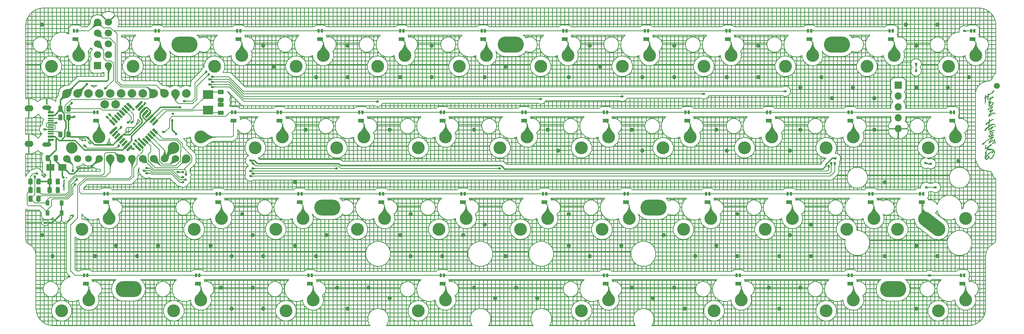
<source format=gbr>
G04 #@! TF.GenerationSoftware,KiCad,Pcbnew,(5.0.2)-1*
G04 #@! TF.CreationDate,2019-05-12T20:42:32+07:00*
G04 #@! TF.ProjectId,PCB,5043422e-6b69-4636-9164-5f7063625858,a*
G04 #@! TF.SameCoordinates,Original*
G04 #@! TF.FileFunction,Copper,L2,Bot*
G04 #@! TF.FilePolarity,Positive*
%FSLAX46Y46*%
G04 Gerber Fmt 4.6, Leading zero omitted, Abs format (unit mm)*
G04 Created by KiCad (PCBNEW (5.0.2)-1) date 5/12/2019 8:42:32 PM*
%MOMM*%
%LPD*%
G01*
G04 APERTURE LIST*
G04 #@! TA.AperFunction,EtchedComponent*
%ADD10C,0.010000*%
G04 #@! TD*
G04 #@! TA.AperFunction,Conductor*
%ADD11C,0.100000*%
G04 #@! TD*
G04 #@! TA.AperFunction,SMDPad,CuDef*
%ADD12C,0.975000*%
G04 #@! TD*
G04 #@! TA.AperFunction,SMDPad,CuDef*
%ADD13R,0.900000X1.200000*%
G04 #@! TD*
G04 #@! TA.AperFunction,SMDPad,CuDef*
%ADD14R,0.600000X0.889000*%
G04 #@! TD*
G04 #@! TA.AperFunction,SMDPad,CuDef*
%ADD15R,1.397000X0.889000*%
G04 #@! TD*
G04 #@! TA.AperFunction,ComponentPad*
%ADD16C,1.700000*%
G04 #@! TD*
G04 #@! TA.AperFunction,ComponentPad*
%ADD17R,1.700000X1.700000*%
G04 #@! TD*
G04 #@! TA.AperFunction,ComponentPad*
%ADD18C,3.000000*%
G04 #@! TD*
G04 #@! TA.AperFunction,ComponentPad*
%ADD19C,2.700000*%
G04 #@! TD*
G04 #@! TA.AperFunction,SMDPad,CuDef*
%ADD20C,0.550000*%
G04 #@! TD*
G04 #@! TA.AperFunction,SMDPad,CuDef*
%ADD21R,2.400000X2.000000*%
G04 #@! TD*
G04 #@! TA.AperFunction,ComponentPad*
%ADD22C,1.600000*%
G04 #@! TD*
G04 #@! TA.AperFunction,ComponentPad*
%ADD23C,2.000000*%
G04 #@! TD*
G04 #@! TA.AperFunction,ComponentPad*
%ADD24C,1.800000*%
G04 #@! TD*
G04 #@! TA.AperFunction,ComponentPad*
%ADD25O,6.100000X3.800000*%
G04 #@! TD*
G04 #@! TA.AperFunction,SMDPad,CuDef*
%ADD26R,1.450000X0.600000*%
G04 #@! TD*
G04 #@! TA.AperFunction,SMDPad,CuDef*
%ADD27R,1.450000X0.300000*%
G04 #@! TD*
G04 #@! TA.AperFunction,ComponentPad*
%ADD28O,2.100000X1.000000*%
G04 #@! TD*
G04 #@! TA.AperFunction,ComponentPad*
%ADD29O,2.100000X1.400000*%
G04 #@! TD*
G04 #@! TA.AperFunction,ComponentPad*
%ADD30O,1.700000X1.700000*%
G04 #@! TD*
G04 #@! TA.AperFunction,SMDPad,CuDef*
%ADD31R,1.950000X1.500000*%
G04 #@! TD*
G04 #@! TA.AperFunction,Conductor*
%ADD32C,3.300000*%
G04 #@! TD*
G04 #@! TA.AperFunction,Conductor*
%ADD33C,3.300000*%
G04 #@! TD*
G04 #@! TA.AperFunction,ViaPad*
%ADD34C,0.600000*%
G04 #@! TD*
G04 #@! TA.AperFunction,ViaPad*
%ADD35C,1.0000*%
G04 #@! TD*
G04 #@! TA.AperFunction,ViaPad*
%ADD36C,1.400000*%
G04 #@! TD*
G04 #@! TA.AperFunction,Conductor*
%ADD37C,0.300000*%
G04 #@! TD*
G04 #@! TA.AperFunction,Conductor*
%ADD38C,0.150000*%
G04 #@! TD*
G04 #@! TA.AperFunction,Conductor*
%ADD39C,0.200000*%
G04 #@! TD*
G04 #@! TA.AperFunction,Conductor*
%ADD40C,0.200000*%
G04 #@! TD*
%ADD41C,0.200000*%
G04 #@! TA.AperFunction,Conductor*
%ADD42C,0.025400*%
G04 #@! TD*
G04 APERTURE END LIST*
D10*
G04 #@! TO.C,G\002A\002A\002A*
G36*
X214831599Y-23250156D02*
X214855929Y-23286485D01*
X214915486Y-23361373D01*
X214967938Y-23390707D01*
X215023374Y-23374926D01*
X215091878Y-23314470D01*
X215107672Y-23297456D01*
X215172870Y-23226521D01*
X215232404Y-23162861D01*
X215259806Y-23134236D01*
X215297527Y-23087919D01*
X215312015Y-23056015D01*
X215329061Y-23022472D01*
X215373429Y-22965411D01*
X215434961Y-22895608D01*
X215503501Y-22823836D01*
X215568891Y-22760872D01*
X215620976Y-22717490D01*
X215643031Y-22704850D01*
X215683732Y-22678801D01*
X215693015Y-22657817D01*
X215711687Y-22629118D01*
X215758769Y-22582621D01*
X215820855Y-22529380D01*
X215884540Y-22480445D01*
X215936421Y-22446870D01*
X215959129Y-22438410D01*
X215989452Y-22422862D01*
X216045202Y-22382557D01*
X216114296Y-22326998D01*
X216184656Y-22265691D01*
X216216388Y-22235994D01*
X216264491Y-22198494D01*
X216299158Y-22184410D01*
X216335280Y-22170449D01*
X216395055Y-22134821D01*
X216433645Y-22108210D01*
X216500034Y-22064321D01*
X216552855Y-22036780D01*
X216570408Y-22032010D01*
X216607474Y-22011909D01*
X216614170Y-22000240D01*
X216641173Y-21973409D01*
X216699636Y-21934380D01*
X216777112Y-21889658D01*
X216861155Y-21845748D01*
X216939317Y-21809155D01*
X216999150Y-21786384D01*
X217028159Y-21783888D01*
X217023872Y-21811768D01*
X216996249Y-21866475D01*
X216953795Y-21935250D01*
X216905012Y-22005335D01*
X216858405Y-22063971D01*
X216822476Y-22098400D01*
X216816375Y-22101648D01*
X216791033Y-22127485D01*
X216747112Y-22187988D01*
X216691150Y-22273665D01*
X216639231Y-22358803D01*
X216579817Y-22458088D01*
X216529308Y-22540410D01*
X216493556Y-22596361D01*
X216479081Y-22616210D01*
X216447678Y-22660374D01*
X216414716Y-22732315D01*
X216388872Y-22810052D01*
X216378815Y-22870175D01*
X216396422Y-22938763D01*
X216427181Y-22982308D01*
X216470988Y-23011207D01*
X216513148Y-23002006D01*
X216528781Y-22992834D01*
X216569777Y-22956820D01*
X216582015Y-22930975D01*
X216601132Y-22900286D01*
X216649445Y-22855841D01*
X216677265Y-22834880D01*
X216760150Y-22775536D01*
X216850178Y-22710199D01*
X216874115Y-22692649D01*
X216939455Y-22648851D01*
X216991392Y-22621514D01*
X217007557Y-22617053D01*
X217048654Y-22605205D01*
X217112454Y-22576653D01*
X217134180Y-22565410D01*
X217200203Y-22533592D01*
X217249844Y-22515901D01*
X217258972Y-22514610D01*
X217294209Y-22494626D01*
X217298561Y-22485869D01*
X217328108Y-22463350D01*
X217383228Y-22450587D01*
X217445864Y-22443990D01*
X217483715Y-22438219D01*
X217548180Y-22435007D01*
X217590369Y-22454055D01*
X217598015Y-22473251D01*
X217581842Y-22523105D01*
X217537575Y-22601553D01*
X217471589Y-22699874D01*
X217390258Y-22809344D01*
X217299958Y-22921242D01*
X217207063Y-23026847D01*
X217149748Y-23086549D01*
X217001527Y-23228829D01*
X216881592Y-23331430D01*
X216790421Y-23394008D01*
X216728495Y-23416217D01*
X216702974Y-23407729D01*
X216659644Y-23381997D01*
X216621157Y-23383041D01*
X216607415Y-23405807D01*
X216588100Y-23460415D01*
X216536155Y-23534314D01*
X216460579Y-23617678D01*
X216370371Y-23700683D01*
X216274530Y-23773505D01*
X216264515Y-23780156D01*
X216119156Y-23870627D01*
X215982994Y-23946770D01*
X215865071Y-24004005D01*
X215774432Y-24037754D01*
X215742683Y-24044334D01*
X215702980Y-24043492D01*
X215683093Y-24020569D01*
X215673985Y-23962627D01*
X215672531Y-23943913D01*
X215684114Y-23816875D01*
X215716981Y-23718434D01*
X215751398Y-23638493D01*
X215764119Y-23592139D01*
X215753506Y-23566290D01*
X215717921Y-23547860D01*
X215694524Y-23538954D01*
X215649001Y-23524247D01*
X215623778Y-23531631D01*
X215607721Y-23571124D01*
X215594825Y-23628636D01*
X215579478Y-23715508D01*
X215563668Y-23828046D01*
X215551329Y-23937010D01*
X215535364Y-24051053D01*
X215514067Y-24127048D01*
X215495765Y-24154661D01*
X215476100Y-24177688D01*
X215478679Y-24212327D01*
X215505376Y-24273182D01*
X215512869Y-24288011D01*
X215550215Y-24350848D01*
X215583063Y-24388949D01*
X215594154Y-24394210D01*
X215629801Y-24382088D01*
X215694965Y-24350765D01*
X215775987Y-24307804D01*
X215859205Y-24260768D01*
X215930960Y-24217221D01*
X215977591Y-24184726D01*
X215985115Y-24177744D01*
X216031986Y-24137645D01*
X216092921Y-24099395D01*
X216149039Y-24073581D01*
X216178616Y-24069243D01*
X216174383Y-24092045D01*
X216145662Y-24149072D01*
X216096772Y-24232706D01*
X216032030Y-24335328D01*
X216001327Y-24381994D01*
X215909109Y-24525027D01*
X215809996Y-24686166D01*
X215716216Y-24845145D01*
X215643411Y-24975322D01*
X215488086Y-25264334D01*
X215538746Y-25361526D01*
X215564288Y-25415407D01*
X215576004Y-25462538D01*
X215574797Y-25519681D01*
X215561566Y-25603598D01*
X215553937Y-25644092D01*
X215533219Y-25768242D01*
X215513861Y-25910876D01*
X215500872Y-26032587D01*
X215486009Y-26149879D01*
X215465385Y-26237095D01*
X215444508Y-26280160D01*
X215419013Y-26319210D01*
X215431601Y-26353358D01*
X215444671Y-26369060D01*
X215471286Y-26420007D01*
X215494236Y-26498307D01*
X215501721Y-26539206D01*
X215518735Y-26617643D01*
X215550367Y-26681994D01*
X215607133Y-26750769D01*
X215642437Y-26786856D01*
X215733917Y-26867741D01*
X215809078Y-26905473D01*
X215878160Y-26900203D01*
X215951401Y-26852085D01*
X216011233Y-26792331D01*
X216073141Y-26718147D01*
X216126573Y-26636351D01*
X216178710Y-26534112D01*
X216236736Y-26398597D01*
X216249725Y-26366259D01*
X216278678Y-26293608D01*
X216349730Y-26391659D01*
X216454501Y-26509876D01*
X216577389Y-26606540D01*
X216706137Y-26673995D01*
X216828489Y-26704585D01*
X216852438Y-26705610D01*
X216937185Y-26689752D01*
X217026669Y-26649085D01*
X217103584Y-26593963D01*
X217150622Y-26534743D01*
X217154437Y-26524902D01*
X217177000Y-26485425D01*
X217192674Y-26477010D01*
X217221074Y-26455467D01*
X217253259Y-26403009D01*
X217280248Y-26337889D01*
X217293057Y-26278360D01*
X217293215Y-26272693D01*
X217314035Y-26221422D01*
X217342617Y-26205335D01*
X217388714Y-26170040D01*
X217443938Y-26087212D01*
X217507321Y-25959103D01*
X217577895Y-25787968D01*
X217654693Y-25576059D01*
X217736746Y-25325629D01*
X217777682Y-25192506D01*
X217796522Y-25103794D01*
X217801981Y-25017532D01*
X217794746Y-24947385D01*
X217775502Y-24907018D01*
X217763115Y-24902210D01*
X217732560Y-24924431D01*
X217725015Y-24968393D01*
X217716000Y-25049307D01*
X217692460Y-25157674D01*
X217659645Y-25274158D01*
X217622808Y-25379420D01*
X217598587Y-25433854D01*
X217556851Y-25520137D01*
X217515111Y-25613458D01*
X217509776Y-25626110D01*
X217439736Y-25776372D01*
X217354225Y-25931986D01*
X217258651Y-26085568D01*
X217158421Y-26229735D01*
X217058942Y-26357104D01*
X216965621Y-26460292D01*
X216883866Y-26531917D01*
X216823089Y-26563697D01*
X216735647Y-26562475D01*
X216642528Y-26525321D01*
X216561947Y-26461137D01*
X216531866Y-26421388D01*
X216490552Y-26312454D01*
X216480509Y-26216115D01*
X216477037Y-26140235D01*
X216461505Y-26097920D01*
X216426005Y-26072109D01*
X216410565Y-26065154D01*
X216344035Y-26031045D01*
X216298778Y-26000536D01*
X216271461Y-25983983D01*
X216255056Y-25998781D01*
X216242040Y-26053660D01*
X216239290Y-26069568D01*
X216201577Y-26202010D01*
X216136790Y-26337438D01*
X216052906Y-26465111D01*
X215957899Y-26574287D01*
X215859744Y-26654223D01*
X215777347Y-26691786D01*
X215716155Y-26693318D01*
X215681080Y-26656971D01*
X215668245Y-26578211D01*
X215668003Y-26563914D01*
X215679959Y-26507736D01*
X215710756Y-26434129D01*
X215752154Y-26357582D01*
X215795913Y-26292581D01*
X215833792Y-26253613D01*
X215847467Y-26248410D01*
X215871301Y-26227353D01*
X215900363Y-26175635D01*
X215904866Y-26165282D01*
X215932970Y-26116937D01*
X215985667Y-26041223D01*
X216054350Y-25949221D01*
X216130412Y-25852012D01*
X216205244Y-25760676D01*
X216270241Y-25686295D01*
X216303950Y-25651510D01*
X216342389Y-25613248D01*
X216373037Y-25581660D01*
X216412188Y-25547278D01*
X216432632Y-25537210D01*
X216456812Y-25520361D01*
X216507892Y-25475050D01*
X216577246Y-25409128D01*
X216623837Y-25363152D01*
X216769674Y-25230900D01*
X216901678Y-25138786D01*
X217016546Y-25088867D01*
X217078321Y-25080010D01*
X217123299Y-25084994D01*
X217135511Y-25110252D01*
X217127746Y-25157887D01*
X217124858Y-25222791D01*
X217137275Y-25294006D01*
X217159858Y-25353658D01*
X217187469Y-25383872D01*
X217192984Y-25384810D01*
X217216204Y-25363885D01*
X217229876Y-25333501D01*
X217254016Y-25285192D01*
X217298682Y-25215793D01*
X217334641Y-25166278D01*
X217391536Y-25082198D01*
X217410818Y-25020608D01*
X217392530Y-24969898D01*
X217336715Y-24918460D01*
X217335562Y-24917601D01*
X217263610Y-24864110D01*
X217217191Y-24921260D01*
X217161867Y-24963735D01*
X217108187Y-24978410D01*
X217008753Y-24995894D01*
X216883516Y-25044663D01*
X216741679Y-25119190D01*
X216592446Y-25213947D01*
X216445021Y-25323408D01*
X216308607Y-25442045D01*
X216265310Y-25484568D01*
X216193338Y-25554979D01*
X216133031Y-25608839D01*
X216094258Y-25637520D01*
X216087510Y-25640018D01*
X216060996Y-25658418D01*
X216009033Y-25707414D01*
X215939475Y-25779241D01*
X215870815Y-25854199D01*
X215779996Y-25952305D01*
X215717646Y-26011395D01*
X215681817Y-26033141D01*
X215671125Y-26025718D01*
X215671921Y-25977883D01*
X215683457Y-25900504D01*
X215701694Y-25812637D01*
X215722592Y-25733340D01*
X215742110Y-25681670D01*
X215745068Y-25676910D01*
X215761045Y-25636087D01*
X215775869Y-25570336D01*
X215777132Y-25562610D01*
X215791281Y-25484284D01*
X215811356Y-25386486D01*
X215821793Y-25339426D01*
X215837990Y-25259486D01*
X215838694Y-25210513D01*
X215821696Y-25174445D01*
X215798343Y-25147478D01*
X215765340Y-25098659D01*
X215766270Y-25065862D01*
X215785663Y-25029832D01*
X215812523Y-24961988D01*
X215832856Y-24902210D01*
X215862622Y-24818513D01*
X215892043Y-24751291D01*
X215907995Y-24724410D01*
X215938626Y-24674469D01*
X215970162Y-24606618D01*
X215970964Y-24604602D01*
X216003280Y-24539751D01*
X216037204Y-24494783D01*
X216038645Y-24493544D01*
X216065716Y-24483104D01*
X216090282Y-24508784D01*
X216111755Y-24554531D01*
X216140314Y-24612520D01*
X216169700Y-24632818D01*
X216216245Y-24626112D01*
X216219707Y-24625149D01*
X216284148Y-24614351D01*
X216378831Y-24607285D01*
X216491488Y-24603840D01*
X216609852Y-24603902D01*
X216721653Y-24607356D01*
X216814625Y-24614090D01*
X216876500Y-24623990D01*
X216893578Y-24631387D01*
X216937678Y-24649176D01*
X217007728Y-24656265D01*
X217026515Y-24655834D01*
X217156932Y-24664877D01*
X217291120Y-24699842D01*
X217408882Y-24754228D01*
X217468217Y-24797997D01*
X217517078Y-24851195D01*
X217540433Y-24905323D01*
X217547105Y-24983081D01*
X217547215Y-25001300D01*
X217551262Y-25074570D01*
X217561629Y-25121518D01*
X217570130Y-25130810D01*
X217594427Y-25108456D01*
X217619519Y-25052709D01*
X217639565Y-24980541D01*
X217648722Y-24908923D01*
X217648815Y-24902210D01*
X217636038Y-24807610D01*
X217602317Y-24707785D01*
X217554570Y-24615107D01*
X217499712Y-24541947D01*
X217444660Y-24500679D01*
X217421639Y-24495810D01*
X217375615Y-24479482D01*
X217361642Y-24461392D01*
X217354379Y-24448291D01*
X217339628Y-24436917D01*
X217311406Y-24426054D01*
X217263732Y-24414485D01*
X217190621Y-24400997D01*
X217086093Y-24384372D01*
X216944163Y-24363397D01*
X216758850Y-24336854D01*
X216724947Y-24332034D01*
X216582048Y-24310496D01*
X216456291Y-24289214D01*
X216356511Y-24269868D01*
X216291543Y-24254140D01*
X216270877Y-24245632D01*
X216252606Y-24193689D01*
X216274586Y-24119565D01*
X216333663Y-24027470D01*
X216426682Y-23921613D01*
X216550488Y-23806206D01*
X216676089Y-23704871D01*
X216770580Y-23629962D01*
X216849661Y-23561437D01*
X216904416Y-23507402D01*
X216925451Y-23478120D01*
X216953314Y-23437850D01*
X216976164Y-23429010D01*
X217018140Y-23409329D01*
X217032104Y-23391817D01*
X217056816Y-23360520D01*
X217109887Y-23300912D01*
X217184067Y-23220910D01*
X217272108Y-23128435D01*
X217293716Y-23106067D01*
X217412435Y-22978999D01*
X217500659Y-22872694D01*
X217567122Y-22775642D01*
X217620557Y-22676329D01*
X217621972Y-22673360D01*
X217665521Y-22587534D01*
X217703557Y-22523043D01*
X217729404Y-22490908D01*
X217733471Y-22489210D01*
X217777322Y-22512074D01*
X217807781Y-22573838D01*
X217824327Y-22664260D01*
X217826437Y-22773095D01*
X217813588Y-22890102D01*
X217785258Y-23005036D01*
X217762786Y-23063890D01*
X217730841Y-23140389D01*
X217711161Y-23196005D01*
X217707832Y-23217094D01*
X217730471Y-23208568D01*
X217769533Y-23168625D01*
X217815609Y-23109589D01*
X217859290Y-23043784D01*
X217891167Y-22983536D01*
X217896465Y-22970006D01*
X217918748Y-22893424D01*
X217924341Y-22824794D01*
X217912965Y-22744096D01*
X217892141Y-22659929D01*
X217860999Y-22574295D01*
X217820760Y-22500683D01*
X217804266Y-22479758D01*
X217772250Y-22437781D01*
X217759195Y-22390339D01*
X217761393Y-22318705D01*
X217765278Y-22282767D01*
X217771807Y-22194983D01*
X217764219Y-22142324D01*
X217741788Y-22111590D01*
X217693425Y-22089514D01*
X217646878Y-22092346D01*
X217620768Y-22116454D01*
X217621129Y-22135118D01*
X217632004Y-22185781D01*
X217642598Y-22251173D01*
X217653652Y-22330637D01*
X217471337Y-22332352D01*
X217377082Y-22336277D01*
X217301557Y-22344974D01*
X217260352Y-22356608D01*
X217259369Y-22357314D01*
X217216136Y-22376147D01*
X217147172Y-22393030D01*
X217131511Y-22395667D01*
X217036315Y-22421894D01*
X216922941Y-22469377D01*
X216812962Y-22527741D01*
X216727949Y-22586611D01*
X216720077Y-22593556D01*
X216671298Y-22629151D01*
X216637527Y-22641610D01*
X216608900Y-22625580D01*
X216618766Y-22578119D01*
X216666467Y-22500167D01*
X216751347Y-22392665D01*
X216872750Y-22256554D01*
X216997694Y-22125684D01*
X217076283Y-22043804D01*
X217139664Y-21974978D01*
X217180518Y-21927339D01*
X217192072Y-21909784D01*
X217210961Y-21883048D01*
X217257060Y-21839583D01*
X217315646Y-21791339D01*
X217371998Y-21750265D01*
X217411394Y-21728311D01*
X217417007Y-21727210D01*
X217453159Y-21711119D01*
X217451928Y-21666356D01*
X217413734Y-21598187D01*
X217405906Y-21587659D01*
X217354453Y-21532869D01*
X217306267Y-21501492D01*
X217292640Y-21498610D01*
X217245028Y-21512443D01*
X217161678Y-21551442D01*
X217048617Y-21611857D01*
X216911875Y-21689937D01*
X216757480Y-21781932D01*
X216591459Y-21884090D01*
X216419842Y-21992661D01*
X216248656Y-22103894D01*
X216083929Y-22214039D01*
X215931691Y-22319345D01*
X215797970Y-22416062D01*
X215710943Y-22482695D01*
X215601902Y-22568227D01*
X215494535Y-22651027D01*
X215401972Y-22721045D01*
X215342643Y-22764500D01*
X215233339Y-22844532D01*
X215121142Y-22930843D01*
X215020682Y-23011900D01*
X214946591Y-23076175D01*
X214943715Y-23078860D01*
X214884823Y-23129323D01*
X214843229Y-23160607D01*
X214813952Y-23184082D01*
X214809541Y-23208630D01*
X214831599Y-23250156D01*
X214831599Y-23250156D01*
G37*
X214831599Y-23250156D02*
X214855929Y-23286485D01*
X214915486Y-23361373D01*
X214967938Y-23390707D01*
X215023374Y-23374926D01*
X215091878Y-23314470D01*
X215107672Y-23297456D01*
X215172870Y-23226521D01*
X215232404Y-23162861D01*
X215259806Y-23134236D01*
X215297527Y-23087919D01*
X215312015Y-23056015D01*
X215329061Y-23022472D01*
X215373429Y-22965411D01*
X215434961Y-22895608D01*
X215503501Y-22823836D01*
X215568891Y-22760872D01*
X215620976Y-22717490D01*
X215643031Y-22704850D01*
X215683732Y-22678801D01*
X215693015Y-22657817D01*
X215711687Y-22629118D01*
X215758769Y-22582621D01*
X215820855Y-22529380D01*
X215884540Y-22480445D01*
X215936421Y-22446870D01*
X215959129Y-22438410D01*
X215989452Y-22422862D01*
X216045202Y-22382557D01*
X216114296Y-22326998D01*
X216184656Y-22265691D01*
X216216388Y-22235994D01*
X216264491Y-22198494D01*
X216299158Y-22184410D01*
X216335280Y-22170449D01*
X216395055Y-22134821D01*
X216433645Y-22108210D01*
X216500034Y-22064321D01*
X216552855Y-22036780D01*
X216570408Y-22032010D01*
X216607474Y-22011909D01*
X216614170Y-22000240D01*
X216641173Y-21973409D01*
X216699636Y-21934380D01*
X216777112Y-21889658D01*
X216861155Y-21845748D01*
X216939317Y-21809155D01*
X216999150Y-21786384D01*
X217028159Y-21783888D01*
X217023872Y-21811768D01*
X216996249Y-21866475D01*
X216953795Y-21935250D01*
X216905012Y-22005335D01*
X216858405Y-22063971D01*
X216822476Y-22098400D01*
X216816375Y-22101648D01*
X216791033Y-22127485D01*
X216747112Y-22187988D01*
X216691150Y-22273665D01*
X216639231Y-22358803D01*
X216579817Y-22458088D01*
X216529308Y-22540410D01*
X216493556Y-22596361D01*
X216479081Y-22616210D01*
X216447678Y-22660374D01*
X216414716Y-22732315D01*
X216388872Y-22810052D01*
X216378815Y-22870175D01*
X216396422Y-22938763D01*
X216427181Y-22982308D01*
X216470988Y-23011207D01*
X216513148Y-23002006D01*
X216528781Y-22992834D01*
X216569777Y-22956820D01*
X216582015Y-22930975D01*
X216601132Y-22900286D01*
X216649445Y-22855841D01*
X216677265Y-22834880D01*
X216760150Y-22775536D01*
X216850178Y-22710199D01*
X216874115Y-22692649D01*
X216939455Y-22648851D01*
X216991392Y-22621514D01*
X217007557Y-22617053D01*
X217048654Y-22605205D01*
X217112454Y-22576653D01*
X217134180Y-22565410D01*
X217200203Y-22533592D01*
X217249844Y-22515901D01*
X217258972Y-22514610D01*
X217294209Y-22494626D01*
X217298561Y-22485869D01*
X217328108Y-22463350D01*
X217383228Y-22450587D01*
X217445864Y-22443990D01*
X217483715Y-22438219D01*
X217548180Y-22435007D01*
X217590369Y-22454055D01*
X217598015Y-22473251D01*
X217581842Y-22523105D01*
X217537575Y-22601553D01*
X217471589Y-22699874D01*
X217390258Y-22809344D01*
X217299958Y-22921242D01*
X217207063Y-23026847D01*
X217149748Y-23086549D01*
X217001527Y-23228829D01*
X216881592Y-23331430D01*
X216790421Y-23394008D01*
X216728495Y-23416217D01*
X216702974Y-23407729D01*
X216659644Y-23381997D01*
X216621157Y-23383041D01*
X216607415Y-23405807D01*
X216588100Y-23460415D01*
X216536155Y-23534314D01*
X216460579Y-23617678D01*
X216370371Y-23700683D01*
X216274530Y-23773505D01*
X216264515Y-23780156D01*
X216119156Y-23870627D01*
X215982994Y-23946770D01*
X215865071Y-24004005D01*
X215774432Y-24037754D01*
X215742683Y-24044334D01*
X215702980Y-24043492D01*
X215683093Y-24020569D01*
X215673985Y-23962627D01*
X215672531Y-23943913D01*
X215684114Y-23816875D01*
X215716981Y-23718434D01*
X215751398Y-23638493D01*
X215764119Y-23592139D01*
X215753506Y-23566290D01*
X215717921Y-23547860D01*
X215694524Y-23538954D01*
X215649001Y-23524247D01*
X215623778Y-23531631D01*
X215607721Y-23571124D01*
X215594825Y-23628636D01*
X215579478Y-23715508D01*
X215563668Y-23828046D01*
X215551329Y-23937010D01*
X215535364Y-24051053D01*
X215514067Y-24127048D01*
X215495765Y-24154661D01*
X215476100Y-24177688D01*
X215478679Y-24212327D01*
X215505376Y-24273182D01*
X215512869Y-24288011D01*
X215550215Y-24350848D01*
X215583063Y-24388949D01*
X215594154Y-24394210D01*
X215629801Y-24382088D01*
X215694965Y-24350765D01*
X215775987Y-24307804D01*
X215859205Y-24260768D01*
X215930960Y-24217221D01*
X215977591Y-24184726D01*
X215985115Y-24177744D01*
X216031986Y-24137645D01*
X216092921Y-24099395D01*
X216149039Y-24073581D01*
X216178616Y-24069243D01*
X216174383Y-24092045D01*
X216145662Y-24149072D01*
X216096772Y-24232706D01*
X216032030Y-24335328D01*
X216001327Y-24381994D01*
X215909109Y-24525027D01*
X215809996Y-24686166D01*
X215716216Y-24845145D01*
X215643411Y-24975322D01*
X215488086Y-25264334D01*
X215538746Y-25361526D01*
X215564288Y-25415407D01*
X215576004Y-25462538D01*
X215574797Y-25519681D01*
X215561566Y-25603598D01*
X215553937Y-25644092D01*
X215533219Y-25768242D01*
X215513861Y-25910876D01*
X215500872Y-26032587D01*
X215486009Y-26149879D01*
X215465385Y-26237095D01*
X215444508Y-26280160D01*
X215419013Y-26319210D01*
X215431601Y-26353358D01*
X215444671Y-26369060D01*
X215471286Y-26420007D01*
X215494236Y-26498307D01*
X215501721Y-26539206D01*
X215518735Y-26617643D01*
X215550367Y-26681994D01*
X215607133Y-26750769D01*
X215642437Y-26786856D01*
X215733917Y-26867741D01*
X215809078Y-26905473D01*
X215878160Y-26900203D01*
X215951401Y-26852085D01*
X216011233Y-26792331D01*
X216073141Y-26718147D01*
X216126573Y-26636351D01*
X216178710Y-26534112D01*
X216236736Y-26398597D01*
X216249725Y-26366259D01*
X216278678Y-26293608D01*
X216349730Y-26391659D01*
X216454501Y-26509876D01*
X216577389Y-26606540D01*
X216706137Y-26673995D01*
X216828489Y-26704585D01*
X216852438Y-26705610D01*
X216937185Y-26689752D01*
X217026669Y-26649085D01*
X217103584Y-26593963D01*
X217150622Y-26534743D01*
X217154437Y-26524902D01*
X217177000Y-26485425D01*
X217192674Y-26477010D01*
X217221074Y-26455467D01*
X217253259Y-26403009D01*
X217280248Y-26337889D01*
X217293057Y-26278360D01*
X217293215Y-26272693D01*
X217314035Y-26221422D01*
X217342617Y-26205335D01*
X217388714Y-26170040D01*
X217443938Y-26087212D01*
X217507321Y-25959103D01*
X217577895Y-25787968D01*
X217654693Y-25576059D01*
X217736746Y-25325629D01*
X217777682Y-25192506D01*
X217796522Y-25103794D01*
X217801981Y-25017532D01*
X217794746Y-24947385D01*
X217775502Y-24907018D01*
X217763115Y-24902210D01*
X217732560Y-24924431D01*
X217725015Y-24968393D01*
X217716000Y-25049307D01*
X217692460Y-25157674D01*
X217659645Y-25274158D01*
X217622808Y-25379420D01*
X217598587Y-25433854D01*
X217556851Y-25520137D01*
X217515111Y-25613458D01*
X217509776Y-25626110D01*
X217439736Y-25776372D01*
X217354225Y-25931986D01*
X217258651Y-26085568D01*
X217158421Y-26229735D01*
X217058942Y-26357104D01*
X216965621Y-26460292D01*
X216883866Y-26531917D01*
X216823089Y-26563697D01*
X216735647Y-26562475D01*
X216642528Y-26525321D01*
X216561947Y-26461137D01*
X216531866Y-26421388D01*
X216490552Y-26312454D01*
X216480509Y-26216115D01*
X216477037Y-26140235D01*
X216461505Y-26097920D01*
X216426005Y-26072109D01*
X216410565Y-26065154D01*
X216344035Y-26031045D01*
X216298778Y-26000536D01*
X216271461Y-25983983D01*
X216255056Y-25998781D01*
X216242040Y-26053660D01*
X216239290Y-26069568D01*
X216201577Y-26202010D01*
X216136790Y-26337438D01*
X216052906Y-26465111D01*
X215957899Y-26574287D01*
X215859744Y-26654223D01*
X215777347Y-26691786D01*
X215716155Y-26693318D01*
X215681080Y-26656971D01*
X215668245Y-26578211D01*
X215668003Y-26563914D01*
X215679959Y-26507736D01*
X215710756Y-26434129D01*
X215752154Y-26357582D01*
X215795913Y-26292581D01*
X215833792Y-26253613D01*
X215847467Y-26248410D01*
X215871301Y-26227353D01*
X215900363Y-26175635D01*
X215904866Y-26165282D01*
X215932970Y-26116937D01*
X215985667Y-26041223D01*
X216054350Y-25949221D01*
X216130412Y-25852012D01*
X216205244Y-25760676D01*
X216270241Y-25686295D01*
X216303950Y-25651510D01*
X216342389Y-25613248D01*
X216373037Y-25581660D01*
X216412188Y-25547278D01*
X216432632Y-25537210D01*
X216456812Y-25520361D01*
X216507892Y-25475050D01*
X216577246Y-25409128D01*
X216623837Y-25363152D01*
X216769674Y-25230900D01*
X216901678Y-25138786D01*
X217016546Y-25088867D01*
X217078321Y-25080010D01*
X217123299Y-25084994D01*
X217135511Y-25110252D01*
X217127746Y-25157887D01*
X217124858Y-25222791D01*
X217137275Y-25294006D01*
X217159858Y-25353658D01*
X217187469Y-25383872D01*
X217192984Y-25384810D01*
X217216204Y-25363885D01*
X217229876Y-25333501D01*
X217254016Y-25285192D01*
X217298682Y-25215793D01*
X217334641Y-25166278D01*
X217391536Y-25082198D01*
X217410818Y-25020608D01*
X217392530Y-24969898D01*
X217336715Y-24918460D01*
X217335562Y-24917601D01*
X217263610Y-24864110D01*
X217217191Y-24921260D01*
X217161867Y-24963735D01*
X217108187Y-24978410D01*
X217008753Y-24995894D01*
X216883516Y-25044663D01*
X216741679Y-25119190D01*
X216592446Y-25213947D01*
X216445021Y-25323408D01*
X216308607Y-25442045D01*
X216265310Y-25484568D01*
X216193338Y-25554979D01*
X216133031Y-25608839D01*
X216094258Y-25637520D01*
X216087510Y-25640018D01*
X216060996Y-25658418D01*
X216009033Y-25707414D01*
X215939475Y-25779241D01*
X215870815Y-25854199D01*
X215779996Y-25952305D01*
X215717646Y-26011395D01*
X215681817Y-26033141D01*
X215671125Y-26025718D01*
X215671921Y-25977883D01*
X215683457Y-25900504D01*
X215701694Y-25812637D01*
X215722592Y-25733340D01*
X215742110Y-25681670D01*
X215745068Y-25676910D01*
X215761045Y-25636087D01*
X215775869Y-25570336D01*
X215777132Y-25562610D01*
X215791281Y-25484284D01*
X215811356Y-25386486D01*
X215821793Y-25339426D01*
X215837990Y-25259486D01*
X215838694Y-25210513D01*
X215821696Y-25174445D01*
X215798343Y-25147478D01*
X215765340Y-25098659D01*
X215766270Y-25065862D01*
X215785663Y-25029832D01*
X215812523Y-24961988D01*
X215832856Y-24902210D01*
X215862622Y-24818513D01*
X215892043Y-24751291D01*
X215907995Y-24724410D01*
X215938626Y-24674469D01*
X215970162Y-24606618D01*
X215970964Y-24604602D01*
X216003280Y-24539751D01*
X216037204Y-24494783D01*
X216038645Y-24493544D01*
X216065716Y-24483104D01*
X216090282Y-24508784D01*
X216111755Y-24554531D01*
X216140314Y-24612520D01*
X216169700Y-24632818D01*
X216216245Y-24626112D01*
X216219707Y-24625149D01*
X216284148Y-24614351D01*
X216378831Y-24607285D01*
X216491488Y-24603840D01*
X216609852Y-24603902D01*
X216721653Y-24607356D01*
X216814625Y-24614090D01*
X216876500Y-24623990D01*
X216893578Y-24631387D01*
X216937678Y-24649176D01*
X217007728Y-24656265D01*
X217026515Y-24655834D01*
X217156932Y-24664877D01*
X217291120Y-24699842D01*
X217408882Y-24754228D01*
X217468217Y-24797997D01*
X217517078Y-24851195D01*
X217540433Y-24905323D01*
X217547105Y-24983081D01*
X217547215Y-25001300D01*
X217551262Y-25074570D01*
X217561629Y-25121518D01*
X217570130Y-25130810D01*
X217594427Y-25108456D01*
X217619519Y-25052709D01*
X217639565Y-24980541D01*
X217648722Y-24908923D01*
X217648815Y-24902210D01*
X217636038Y-24807610D01*
X217602317Y-24707785D01*
X217554570Y-24615107D01*
X217499712Y-24541947D01*
X217444660Y-24500679D01*
X217421639Y-24495810D01*
X217375615Y-24479482D01*
X217361642Y-24461392D01*
X217354379Y-24448291D01*
X217339628Y-24436917D01*
X217311406Y-24426054D01*
X217263732Y-24414485D01*
X217190621Y-24400997D01*
X217086093Y-24384372D01*
X216944163Y-24363397D01*
X216758850Y-24336854D01*
X216724947Y-24332034D01*
X216582048Y-24310496D01*
X216456291Y-24289214D01*
X216356511Y-24269868D01*
X216291543Y-24254140D01*
X216270877Y-24245632D01*
X216252606Y-24193689D01*
X216274586Y-24119565D01*
X216333663Y-24027470D01*
X216426682Y-23921613D01*
X216550488Y-23806206D01*
X216676089Y-23704871D01*
X216770580Y-23629962D01*
X216849661Y-23561437D01*
X216904416Y-23507402D01*
X216925451Y-23478120D01*
X216953314Y-23437850D01*
X216976164Y-23429010D01*
X217018140Y-23409329D01*
X217032104Y-23391817D01*
X217056816Y-23360520D01*
X217109887Y-23300912D01*
X217184067Y-23220910D01*
X217272108Y-23128435D01*
X217293716Y-23106067D01*
X217412435Y-22978999D01*
X217500659Y-22872694D01*
X217567122Y-22775642D01*
X217620557Y-22676329D01*
X217621972Y-22673360D01*
X217665521Y-22587534D01*
X217703557Y-22523043D01*
X217729404Y-22490908D01*
X217733471Y-22489210D01*
X217777322Y-22512074D01*
X217807781Y-22573838D01*
X217824327Y-22664260D01*
X217826437Y-22773095D01*
X217813588Y-22890102D01*
X217785258Y-23005036D01*
X217762786Y-23063890D01*
X217730841Y-23140389D01*
X217711161Y-23196005D01*
X217707832Y-23217094D01*
X217730471Y-23208568D01*
X217769533Y-23168625D01*
X217815609Y-23109589D01*
X217859290Y-23043784D01*
X217891167Y-22983536D01*
X217896465Y-22970006D01*
X217918748Y-22893424D01*
X217924341Y-22824794D01*
X217912965Y-22744096D01*
X217892141Y-22659929D01*
X217860999Y-22574295D01*
X217820760Y-22500683D01*
X217804266Y-22479758D01*
X217772250Y-22437781D01*
X217759195Y-22390339D01*
X217761393Y-22318705D01*
X217765278Y-22282767D01*
X217771807Y-22194983D01*
X217764219Y-22142324D01*
X217741788Y-22111590D01*
X217693425Y-22089514D01*
X217646878Y-22092346D01*
X217620768Y-22116454D01*
X217621129Y-22135118D01*
X217632004Y-22185781D01*
X217642598Y-22251173D01*
X217653652Y-22330637D01*
X217471337Y-22332352D01*
X217377082Y-22336277D01*
X217301557Y-22344974D01*
X217260352Y-22356608D01*
X217259369Y-22357314D01*
X217216136Y-22376147D01*
X217147172Y-22393030D01*
X217131511Y-22395667D01*
X217036315Y-22421894D01*
X216922941Y-22469377D01*
X216812962Y-22527741D01*
X216727949Y-22586611D01*
X216720077Y-22593556D01*
X216671298Y-22629151D01*
X216637527Y-22641610D01*
X216608900Y-22625580D01*
X216618766Y-22578119D01*
X216666467Y-22500167D01*
X216751347Y-22392665D01*
X216872750Y-22256554D01*
X216997694Y-22125684D01*
X217076283Y-22043804D01*
X217139664Y-21974978D01*
X217180518Y-21927339D01*
X217192072Y-21909784D01*
X217210961Y-21883048D01*
X217257060Y-21839583D01*
X217315646Y-21791339D01*
X217371998Y-21750265D01*
X217411394Y-21728311D01*
X217417007Y-21727210D01*
X217453159Y-21711119D01*
X217451928Y-21666356D01*
X217413734Y-21598187D01*
X217405906Y-21587659D01*
X217354453Y-21532869D01*
X217306267Y-21501492D01*
X217292640Y-21498610D01*
X217245028Y-21512443D01*
X217161678Y-21551442D01*
X217048617Y-21611857D01*
X216911875Y-21689937D01*
X216757480Y-21781932D01*
X216591459Y-21884090D01*
X216419842Y-21992661D01*
X216248656Y-22103894D01*
X216083929Y-22214039D01*
X215931691Y-22319345D01*
X215797970Y-22416062D01*
X215710943Y-22482695D01*
X215601902Y-22568227D01*
X215494535Y-22651027D01*
X215401972Y-22721045D01*
X215342643Y-22764500D01*
X215233339Y-22844532D01*
X215121142Y-22930843D01*
X215020682Y-23011900D01*
X214946591Y-23076175D01*
X214943715Y-23078860D01*
X214884823Y-23129323D01*
X214843229Y-23160607D01*
X214813952Y-23184082D01*
X214809541Y-23208630D01*
X214831599Y-23250156D01*
G36*
X215391352Y-19968784D02*
X215418201Y-20034841D01*
X215425375Y-20048993D01*
X215466623Y-20106449D01*
X215512161Y-20139194D01*
X215549550Y-20140592D01*
X215563261Y-20122571D01*
X215584501Y-20091483D01*
X215633320Y-20033211D01*
X215701804Y-19956914D01*
X215760595Y-19894126D01*
X215837502Y-19809776D01*
X215898979Y-19735472D01*
X215937571Y-19680651D01*
X215947014Y-19658089D01*
X215968233Y-19619480D01*
X216007891Y-19594607D01*
X216057406Y-19562677D01*
X216120905Y-19504757D01*
X216165670Y-19455536D01*
X216220516Y-19393646D01*
X216263745Y-19351587D01*
X216282593Y-19339610D01*
X216294341Y-19362397D01*
X216301743Y-19420366D01*
X216303003Y-19460260D01*
X216307531Y-19558322D01*
X216319628Y-19606459D01*
X216338255Y-19604811D01*
X216362372Y-19553518D01*
X216390939Y-19452722D01*
X216392018Y-19448251D01*
X216417363Y-19350896D01*
X216441745Y-19271011D01*
X216460654Y-19223078D01*
X216463617Y-19218279D01*
X216498518Y-19185147D01*
X216557839Y-19139935D01*
X216626306Y-19093008D01*
X216688645Y-19054731D01*
X216729582Y-19035469D01*
X216733976Y-19034810D01*
X216758687Y-19013857D01*
X216772632Y-18983641D01*
X216794346Y-18948695D01*
X216811705Y-18946583D01*
X216841859Y-18939120D01*
X216885266Y-18902172D01*
X216890656Y-18896152D01*
X216941989Y-18851497D01*
X216989521Y-18831669D01*
X216991496Y-18831610D01*
X217037346Y-18820073D01*
X217050443Y-18808591D01*
X217085207Y-18780923D01*
X217154648Y-18743462D01*
X217245109Y-18702038D01*
X217342928Y-18662483D01*
X217434446Y-18630629D01*
X217506005Y-18612306D01*
X217512595Y-18611294D01*
X217587955Y-18606591D01*
X217639538Y-18623595D01*
X217684894Y-18662179D01*
X217717837Y-18699767D01*
X217737448Y-18740420D01*
X217747118Y-18798198D01*
X217750239Y-18887160D01*
X217750415Y-18933725D01*
X217747121Y-19037409D01*
X217738397Y-19126303D01*
X217725972Y-19184176D01*
X217722957Y-19191055D01*
X217705108Y-19241189D01*
X217718237Y-19255560D01*
X217754655Y-19231354D01*
X217774341Y-19209858D01*
X217800952Y-19172542D01*
X217821065Y-19127048D01*
X217838413Y-19061028D01*
X217856726Y-18962133D01*
X217865605Y-18907810D01*
X217863476Y-18843231D01*
X217845475Y-18762436D01*
X217838876Y-18742710D01*
X217816182Y-18679565D01*
X217802950Y-18641481D01*
X217801597Y-18636957D01*
X217782839Y-18620987D01*
X217735128Y-18584495D01*
X217694611Y-18554407D01*
X217612956Y-18503208D01*
X217534861Y-18480360D01*
X217454928Y-18476010D01*
X217321626Y-18492585D01*
X217158657Y-18540362D01*
X216973984Y-18616411D01*
X216775567Y-18717806D01*
X216735593Y-18740489D01*
X216645193Y-18791660D01*
X216571799Y-18831389D01*
X216526142Y-18853953D01*
X216517096Y-18857010D01*
X216510294Y-18833500D01*
X216508271Y-18769940D01*
X216510320Y-18676782D01*
X216515737Y-18564478D01*
X216523815Y-18443481D01*
X216533849Y-18324243D01*
X216545135Y-18217218D01*
X216556966Y-18132857D01*
X216568637Y-18081613D01*
X216569592Y-18079135D01*
X216610506Y-18014115D01*
X216673845Y-17946637D01*
X216697810Y-17926735D01*
X216769747Y-17868636D01*
X216833898Y-17811723D01*
X216849395Y-17796560D01*
X216901624Y-17755895D01*
X216946877Y-17739410D01*
X216996692Y-17723233D01*
X217037394Y-17694960D01*
X217098232Y-17642629D01*
X217154391Y-17603982D01*
X217226756Y-17565580D01*
X217272297Y-17543797D01*
X217358939Y-17509548D01*
X217425348Y-17502015D01*
X217469147Y-17510274D01*
X217528598Y-17519432D01*
X217544958Y-17503929D01*
X217516560Y-17468509D01*
X217490763Y-17448750D01*
X217405559Y-17415732D01*
X217293797Y-17418610D01*
X217153678Y-17457893D01*
X216983405Y-17534088D01*
X216781179Y-17647702D01*
X216776855Y-17650323D01*
X216690096Y-17701899D01*
X216620190Y-17741411D01*
X216578112Y-17762740D01*
X216571535Y-17764810D01*
X216566000Y-17741377D01*
X216565054Y-17678524D01*
X216568659Y-17587420D01*
X216572343Y-17532275D01*
X216579430Y-17420805D01*
X216579916Y-17352744D01*
X216573324Y-17321069D01*
X216559182Y-17318760D01*
X216557964Y-17319475D01*
X216517647Y-17368166D01*
X216478548Y-17459315D01*
X216443598Y-17584607D01*
X216419018Y-17713807D01*
X216389418Y-17904105D01*
X216123766Y-18088301D01*
X216017341Y-18164253D01*
X215922297Y-18236035D01*
X215848809Y-18295705D01*
X215807048Y-18335319D01*
X215806360Y-18336154D01*
X215762789Y-18380402D01*
X215728672Y-18399774D01*
X215727747Y-18399810D01*
X215679159Y-18421744D01*
X215641257Y-18473779D01*
X215626876Y-18535259D01*
X215630229Y-18556739D01*
X215668270Y-18634636D01*
X215721580Y-18688397D01*
X215768478Y-18704610D01*
X215805277Y-18687064D01*
X215858681Y-18643935D01*
X215914084Y-18589482D01*
X215956883Y-18537966D01*
X215972575Y-18505311D01*
X215991908Y-18481717D01*
X216038611Y-18447012D01*
X216042425Y-18444572D01*
X216103025Y-18402566D01*
X216180048Y-18344543D01*
X216222039Y-18311222D01*
X216286570Y-18262024D01*
X216336566Y-18229622D01*
X216355389Y-18222010D01*
X216369665Y-18233952D01*
X216376619Y-18273037D01*
X216376061Y-18344151D01*
X216367800Y-18452180D01*
X216351648Y-18602013D01*
X216335431Y-18735285D01*
X216291752Y-19083460D01*
X216208283Y-19128411D01*
X216153603Y-19164066D01*
X216125036Y-19194774D01*
X216123887Y-19199336D01*
X216103553Y-19226626D01*
X216052518Y-19268147D01*
X216011663Y-19295798D01*
X215950083Y-19339941D01*
X215862498Y-19409448D01*
X215760136Y-19495125D01*
X215654223Y-19587775D01*
X215644290Y-19596691D01*
X215529395Y-19702891D01*
X215450458Y-19785338D01*
X215403676Y-19851895D01*
X215385242Y-19910423D01*
X215391352Y-19968784D01*
X215391352Y-19968784D01*
G37*
X215391352Y-19968784D02*
X215418201Y-20034841D01*
X215425375Y-20048993D01*
X215466623Y-20106449D01*
X215512161Y-20139194D01*
X215549550Y-20140592D01*
X215563261Y-20122571D01*
X215584501Y-20091483D01*
X215633320Y-20033211D01*
X215701804Y-19956914D01*
X215760595Y-19894126D01*
X215837502Y-19809776D01*
X215898979Y-19735472D01*
X215937571Y-19680651D01*
X215947014Y-19658089D01*
X215968233Y-19619480D01*
X216007891Y-19594607D01*
X216057406Y-19562677D01*
X216120905Y-19504757D01*
X216165670Y-19455536D01*
X216220516Y-19393646D01*
X216263745Y-19351587D01*
X216282593Y-19339610D01*
X216294341Y-19362397D01*
X216301743Y-19420366D01*
X216303003Y-19460260D01*
X216307531Y-19558322D01*
X216319628Y-19606459D01*
X216338255Y-19604811D01*
X216362372Y-19553518D01*
X216390939Y-19452722D01*
X216392018Y-19448251D01*
X216417363Y-19350896D01*
X216441745Y-19271011D01*
X216460654Y-19223078D01*
X216463617Y-19218279D01*
X216498518Y-19185147D01*
X216557839Y-19139935D01*
X216626306Y-19093008D01*
X216688645Y-19054731D01*
X216729582Y-19035469D01*
X216733976Y-19034810D01*
X216758687Y-19013857D01*
X216772632Y-18983641D01*
X216794346Y-18948695D01*
X216811705Y-18946583D01*
X216841859Y-18939120D01*
X216885266Y-18902172D01*
X216890656Y-18896152D01*
X216941989Y-18851497D01*
X216989521Y-18831669D01*
X216991496Y-18831610D01*
X217037346Y-18820073D01*
X217050443Y-18808591D01*
X217085207Y-18780923D01*
X217154648Y-18743462D01*
X217245109Y-18702038D01*
X217342928Y-18662483D01*
X217434446Y-18630629D01*
X217506005Y-18612306D01*
X217512595Y-18611294D01*
X217587955Y-18606591D01*
X217639538Y-18623595D01*
X217684894Y-18662179D01*
X217717837Y-18699767D01*
X217737448Y-18740420D01*
X217747118Y-18798198D01*
X217750239Y-18887160D01*
X217750415Y-18933725D01*
X217747121Y-19037409D01*
X217738397Y-19126303D01*
X217725972Y-19184176D01*
X217722957Y-19191055D01*
X217705108Y-19241189D01*
X217718237Y-19255560D01*
X217754655Y-19231354D01*
X217774341Y-19209858D01*
X217800952Y-19172542D01*
X217821065Y-19127048D01*
X217838413Y-19061028D01*
X217856726Y-18962133D01*
X217865605Y-18907810D01*
X217863476Y-18843231D01*
X217845475Y-18762436D01*
X217838876Y-18742710D01*
X217816182Y-18679565D01*
X217802950Y-18641481D01*
X217801597Y-18636957D01*
X217782839Y-18620987D01*
X217735128Y-18584495D01*
X217694611Y-18554407D01*
X217612956Y-18503208D01*
X217534861Y-18480360D01*
X217454928Y-18476010D01*
X217321626Y-18492585D01*
X217158657Y-18540362D01*
X216973984Y-18616411D01*
X216775567Y-18717806D01*
X216735593Y-18740489D01*
X216645193Y-18791660D01*
X216571799Y-18831389D01*
X216526142Y-18853953D01*
X216517096Y-18857010D01*
X216510294Y-18833500D01*
X216508271Y-18769940D01*
X216510320Y-18676782D01*
X216515737Y-18564478D01*
X216523815Y-18443481D01*
X216533849Y-18324243D01*
X216545135Y-18217218D01*
X216556966Y-18132857D01*
X216568637Y-18081613D01*
X216569592Y-18079135D01*
X216610506Y-18014115D01*
X216673845Y-17946637D01*
X216697810Y-17926735D01*
X216769747Y-17868636D01*
X216833898Y-17811723D01*
X216849395Y-17796560D01*
X216901624Y-17755895D01*
X216946877Y-17739410D01*
X216996692Y-17723233D01*
X217037394Y-17694960D01*
X217098232Y-17642629D01*
X217154391Y-17603982D01*
X217226756Y-17565580D01*
X217272297Y-17543797D01*
X217358939Y-17509548D01*
X217425348Y-17502015D01*
X217469147Y-17510274D01*
X217528598Y-17519432D01*
X217544958Y-17503929D01*
X217516560Y-17468509D01*
X217490763Y-17448750D01*
X217405559Y-17415732D01*
X217293797Y-17418610D01*
X217153678Y-17457893D01*
X216983405Y-17534088D01*
X216781179Y-17647702D01*
X216776855Y-17650323D01*
X216690096Y-17701899D01*
X216620190Y-17741411D01*
X216578112Y-17762740D01*
X216571535Y-17764810D01*
X216566000Y-17741377D01*
X216565054Y-17678524D01*
X216568659Y-17587420D01*
X216572343Y-17532275D01*
X216579430Y-17420805D01*
X216579916Y-17352744D01*
X216573324Y-17321069D01*
X216559182Y-17318760D01*
X216557964Y-17319475D01*
X216517647Y-17368166D01*
X216478548Y-17459315D01*
X216443598Y-17584607D01*
X216419018Y-17713807D01*
X216389418Y-17904105D01*
X216123766Y-18088301D01*
X216017341Y-18164253D01*
X215922297Y-18236035D01*
X215848809Y-18295705D01*
X215807048Y-18335319D01*
X215806360Y-18336154D01*
X215762789Y-18380402D01*
X215728672Y-18399774D01*
X215727747Y-18399810D01*
X215679159Y-18421744D01*
X215641257Y-18473779D01*
X215626876Y-18535259D01*
X215630229Y-18556739D01*
X215668270Y-18634636D01*
X215721580Y-18688397D01*
X215768478Y-18704610D01*
X215805277Y-18687064D01*
X215858681Y-18643935D01*
X215914084Y-18589482D01*
X215956883Y-18537966D01*
X215972575Y-18505311D01*
X215991908Y-18481717D01*
X216038611Y-18447012D01*
X216042425Y-18444572D01*
X216103025Y-18402566D01*
X216180048Y-18344543D01*
X216222039Y-18311222D01*
X216286570Y-18262024D01*
X216336566Y-18229622D01*
X216355389Y-18222010D01*
X216369665Y-18233952D01*
X216376619Y-18273037D01*
X216376061Y-18344151D01*
X216367800Y-18452180D01*
X216351648Y-18602013D01*
X216335431Y-18735285D01*
X216291752Y-19083460D01*
X216208283Y-19128411D01*
X216153603Y-19164066D01*
X216125036Y-19194774D01*
X216123887Y-19199336D01*
X216103553Y-19226626D01*
X216052518Y-19268147D01*
X216011663Y-19295798D01*
X215950083Y-19339941D01*
X215862498Y-19409448D01*
X215760136Y-19495125D01*
X215654223Y-19587775D01*
X215644290Y-19596691D01*
X215529395Y-19702891D01*
X215450458Y-19785338D01*
X215403676Y-19851895D01*
X215385242Y-19910423D01*
X215391352Y-19968784D01*
G36*
X216200078Y-15125522D02*
X216244444Y-15174660D01*
X216268861Y-15191893D01*
X216315137Y-15217236D01*
X216343927Y-15209903D01*
X216366263Y-15183907D01*
X216394941Y-15140530D01*
X216403407Y-15120270D01*
X216420314Y-15095098D01*
X216463036Y-15045848D01*
X216521046Y-14983436D01*
X216583818Y-14918779D01*
X216640825Y-14862795D01*
X216681540Y-14826400D01*
X216694479Y-14818410D01*
X216720288Y-14803504D01*
X216773903Y-14764269D01*
X216844133Y-14708927D01*
X216850062Y-14704110D01*
X216933086Y-14643712D01*
X217006600Y-14603093D01*
X217061486Y-14586045D01*
X217088626Y-14596362D01*
X217090015Y-14604283D01*
X217075674Y-14634463D01*
X217036716Y-14696203D01*
X216979235Y-14780599D01*
X216909328Y-14878748D01*
X216833088Y-14981745D01*
X216818035Y-15001594D01*
X216745706Y-15102640D01*
X216673556Y-15213862D01*
X216607544Y-15324808D01*
X216553624Y-15425029D01*
X216517754Y-15504073D01*
X216505815Y-15549376D01*
X216520463Y-15608150D01*
X216538903Y-15641351D01*
X216560599Y-15664839D01*
X216586918Y-15668700D01*
X216630958Y-15650472D01*
X216700136Y-15611044D01*
X216814132Y-15548896D01*
X216891980Y-15517698D01*
X216932626Y-15517333D01*
X216935013Y-15547681D01*
X216898086Y-15608625D01*
X216880465Y-15631271D01*
X216824096Y-15705397D01*
X216752652Y-15805298D01*
X216674408Y-15918715D01*
X216597636Y-16033391D01*
X216530613Y-16137069D01*
X216481613Y-16217491D01*
X216467715Y-16242699D01*
X216426806Y-16321305D01*
X216375871Y-16418621D01*
X216342704Y-16481728D01*
X216268494Y-16622627D01*
X216341106Y-16698418D01*
X216403615Y-16754783D01*
X216452261Y-16768515D01*
X216501531Y-16739133D01*
X216544987Y-16691660D01*
X216600012Y-16634878D01*
X216651260Y-16595939D01*
X216662108Y-16590670D01*
X216710644Y-16553932D01*
X216726955Y-16527170D01*
X216743985Y-16495080D01*
X216775851Y-16460926D01*
X216831284Y-16417195D01*
X216919017Y-16356377D01*
X216948258Y-16336796D01*
X217018899Y-16287205D01*
X217076797Y-16242314D01*
X217092896Y-16228056D01*
X217152156Y-16190336D01*
X217191036Y-16177421D01*
X217249700Y-16153740D01*
X217277055Y-16131422D01*
X217328357Y-16092864D01*
X217411219Y-16052871D01*
X217507079Y-16018273D01*
X217597374Y-15995896D01*
X217656954Y-15991684D01*
X217702369Y-15998212D01*
X217726458Y-16015084D01*
X217735985Y-16055188D01*
X217737711Y-16131411D01*
X217737715Y-16145606D01*
X217740614Y-16224083D01*
X217748124Y-16277095D01*
X217756112Y-16291656D01*
X217779942Y-16270841D01*
X217810267Y-16221467D01*
X217837050Y-16163007D01*
X217850253Y-16114936D01*
X217850404Y-16108721D01*
X217839944Y-16058970D01*
X217827846Y-16024028D01*
X217771589Y-15948671D01*
X217680547Y-15897737D01*
X217566445Y-15875223D01*
X217441010Y-15885126D01*
X217428649Y-15887966D01*
X217337447Y-15916885D01*
X217222641Y-15962799D01*
X217097472Y-16019318D01*
X216975185Y-16080050D01*
X216869025Y-16138606D01*
X216792235Y-16188592D01*
X216773291Y-16204214D01*
X216726655Y-16245100D01*
X216698293Y-16265640D01*
X216696315Y-16266210D01*
X216673014Y-16281727D01*
X216628242Y-16320074D01*
X216617003Y-16330369D01*
X216563125Y-16369326D01*
X216527144Y-16373417D01*
X216524632Y-16371387D01*
X216520251Y-16333378D01*
X216544699Y-16265889D01*
X216592915Y-16177287D01*
X216659840Y-16075939D01*
X216740414Y-15970209D01*
X216827442Y-15870724D01*
X216898676Y-15794184D01*
X216982553Y-15702669D01*
X217043095Y-15635774D01*
X217104378Y-15570315D01*
X217153224Y-15523200D01*
X217179428Y-15504243D01*
X217179882Y-15504210D01*
X217208893Y-15487722D01*
X217252953Y-15447972D01*
X217253839Y-15447060D01*
X217307464Y-15397296D01*
X217350872Y-15364510D01*
X217376461Y-15341967D01*
X217376854Y-15309090D01*
X217356273Y-15255279D01*
X217328291Y-15201119D01*
X217295379Y-15181302D01*
X217236869Y-15185194D01*
X217224052Y-15187257D01*
X217146278Y-15203516D01*
X217082846Y-15222390D01*
X217077315Y-15224613D01*
X217027252Y-15246187D01*
X216949579Y-15280013D01*
X216880465Y-15310279D01*
X216805430Y-15339528D01*
X216752730Y-15353018D01*
X216734415Y-15348577D01*
X216747302Y-15311103D01*
X216780010Y-15247069D01*
X216823609Y-15171795D01*
X216869170Y-15100602D01*
X216907763Y-15048812D01*
X216911695Y-15044419D01*
X216946340Y-15003968D01*
X217000529Y-14937496D01*
X217062721Y-14859167D01*
X217064615Y-14856750D01*
X217133458Y-14769751D01*
X217200894Y-14686002D01*
X217248765Y-14627906D01*
X217303729Y-14542635D01*
X217314586Y-14472094D01*
X217280996Y-14420357D01*
X217266730Y-14411429D01*
X217222887Y-14398545D01*
X217184548Y-14421517D01*
X217165975Y-14442285D01*
X217131912Y-14477893D01*
X217116338Y-14483852D01*
X217116260Y-14483156D01*
X217095578Y-14478853D01*
X217040165Y-14498664D01*
X216957431Y-14538337D01*
X216854789Y-14593618D01*
X216739647Y-14660254D01*
X216619418Y-14733992D01*
X216501512Y-14810580D01*
X216393339Y-14885763D01*
X216324450Y-14937574D01*
X216238715Y-15013231D01*
X216197713Y-15073796D01*
X216200078Y-15125522D01*
X216200078Y-15125522D01*
G37*
X216200078Y-15125522D02*
X216244444Y-15174660D01*
X216268861Y-15191893D01*
X216315137Y-15217236D01*
X216343927Y-15209903D01*
X216366263Y-15183907D01*
X216394941Y-15140530D01*
X216403407Y-15120270D01*
X216420314Y-15095098D01*
X216463036Y-15045848D01*
X216521046Y-14983436D01*
X216583818Y-14918779D01*
X216640825Y-14862795D01*
X216681540Y-14826400D01*
X216694479Y-14818410D01*
X216720288Y-14803504D01*
X216773903Y-14764269D01*
X216844133Y-14708927D01*
X216850062Y-14704110D01*
X216933086Y-14643712D01*
X217006600Y-14603093D01*
X217061486Y-14586045D01*
X217088626Y-14596362D01*
X217090015Y-14604283D01*
X217075674Y-14634463D01*
X217036716Y-14696203D01*
X216979235Y-14780599D01*
X216909328Y-14878748D01*
X216833088Y-14981745D01*
X216818035Y-15001594D01*
X216745706Y-15102640D01*
X216673556Y-15213862D01*
X216607544Y-15324808D01*
X216553624Y-15425029D01*
X216517754Y-15504073D01*
X216505815Y-15549376D01*
X216520463Y-15608150D01*
X216538903Y-15641351D01*
X216560599Y-15664839D01*
X216586918Y-15668700D01*
X216630958Y-15650472D01*
X216700136Y-15611044D01*
X216814132Y-15548896D01*
X216891980Y-15517698D01*
X216932626Y-15517333D01*
X216935013Y-15547681D01*
X216898086Y-15608625D01*
X216880465Y-15631271D01*
X216824096Y-15705397D01*
X216752652Y-15805298D01*
X216674408Y-15918715D01*
X216597636Y-16033391D01*
X216530613Y-16137069D01*
X216481613Y-16217491D01*
X216467715Y-16242699D01*
X216426806Y-16321305D01*
X216375871Y-16418621D01*
X216342704Y-16481728D01*
X216268494Y-16622627D01*
X216341106Y-16698418D01*
X216403615Y-16754783D01*
X216452261Y-16768515D01*
X216501531Y-16739133D01*
X216544987Y-16691660D01*
X216600012Y-16634878D01*
X216651260Y-16595939D01*
X216662108Y-16590670D01*
X216710644Y-16553932D01*
X216726955Y-16527170D01*
X216743985Y-16495080D01*
X216775851Y-16460926D01*
X216831284Y-16417195D01*
X216919017Y-16356377D01*
X216948258Y-16336796D01*
X217018899Y-16287205D01*
X217076797Y-16242314D01*
X217092896Y-16228056D01*
X217152156Y-16190336D01*
X217191036Y-16177421D01*
X217249700Y-16153740D01*
X217277055Y-16131422D01*
X217328357Y-16092864D01*
X217411219Y-16052871D01*
X217507079Y-16018273D01*
X217597374Y-15995896D01*
X217656954Y-15991684D01*
X217702369Y-15998212D01*
X217726458Y-16015084D01*
X217735985Y-16055188D01*
X217737711Y-16131411D01*
X217737715Y-16145606D01*
X217740614Y-16224083D01*
X217748124Y-16277095D01*
X217756112Y-16291656D01*
X217779942Y-16270841D01*
X217810267Y-16221467D01*
X217837050Y-16163007D01*
X217850253Y-16114936D01*
X217850404Y-16108721D01*
X217839944Y-16058970D01*
X217827846Y-16024028D01*
X217771589Y-15948671D01*
X217680547Y-15897737D01*
X217566445Y-15875223D01*
X217441010Y-15885126D01*
X217428649Y-15887966D01*
X217337447Y-15916885D01*
X217222641Y-15962799D01*
X217097472Y-16019318D01*
X216975185Y-16080050D01*
X216869025Y-16138606D01*
X216792235Y-16188592D01*
X216773291Y-16204214D01*
X216726655Y-16245100D01*
X216698293Y-16265640D01*
X216696315Y-16266210D01*
X216673014Y-16281727D01*
X216628242Y-16320074D01*
X216617003Y-16330369D01*
X216563125Y-16369326D01*
X216527144Y-16373417D01*
X216524632Y-16371387D01*
X216520251Y-16333378D01*
X216544699Y-16265889D01*
X216592915Y-16177287D01*
X216659840Y-16075939D01*
X216740414Y-15970209D01*
X216827442Y-15870724D01*
X216898676Y-15794184D01*
X216982553Y-15702669D01*
X217043095Y-15635774D01*
X217104378Y-15570315D01*
X217153224Y-15523200D01*
X217179428Y-15504243D01*
X217179882Y-15504210D01*
X217208893Y-15487722D01*
X217252953Y-15447972D01*
X217253839Y-15447060D01*
X217307464Y-15397296D01*
X217350872Y-15364510D01*
X217376461Y-15341967D01*
X217376854Y-15309090D01*
X217356273Y-15255279D01*
X217328291Y-15201119D01*
X217295379Y-15181302D01*
X217236869Y-15185194D01*
X217224052Y-15187257D01*
X217146278Y-15203516D01*
X217082846Y-15222390D01*
X217077315Y-15224613D01*
X217027252Y-15246187D01*
X216949579Y-15280013D01*
X216880465Y-15310279D01*
X216805430Y-15339528D01*
X216752730Y-15353018D01*
X216734415Y-15348577D01*
X216747302Y-15311103D01*
X216780010Y-15247069D01*
X216823609Y-15171795D01*
X216869170Y-15100602D01*
X216907763Y-15048812D01*
X216911695Y-15044419D01*
X216946340Y-15003968D01*
X217000529Y-14937496D01*
X217062721Y-14859167D01*
X217064615Y-14856750D01*
X217133458Y-14769751D01*
X217200894Y-14686002D01*
X217248765Y-14627906D01*
X217303729Y-14542635D01*
X217314586Y-14472094D01*
X217280996Y-14420357D01*
X217266730Y-14411429D01*
X217222887Y-14398545D01*
X217184548Y-14421517D01*
X217165975Y-14442285D01*
X217131912Y-14477893D01*
X217116338Y-14483852D01*
X217116260Y-14483156D01*
X217095578Y-14478853D01*
X217040165Y-14498664D01*
X216957431Y-14538337D01*
X216854789Y-14593618D01*
X216739647Y-14660254D01*
X216619418Y-14733992D01*
X216501512Y-14810580D01*
X216393339Y-14885763D01*
X216324450Y-14937574D01*
X216238715Y-15013231D01*
X216197713Y-15073796D01*
X216200078Y-15125522D01*
G36*
X216305832Y-19904492D02*
X216319387Y-19955560D01*
X216344286Y-19995058D01*
X216383625Y-19986780D01*
X216436054Y-19931232D01*
X216454693Y-19904586D01*
X216498843Y-19847287D01*
X216568948Y-19766512D01*
X216654446Y-19674103D01*
X216724102Y-19602495D01*
X216830472Y-19500511D01*
X216924124Y-19419584D01*
X217001267Y-19361583D01*
X217058111Y-19328376D01*
X217090865Y-19321834D01*
X217095738Y-19343823D01*
X217068940Y-19396213D01*
X217029242Y-19452061D01*
X216967788Y-19541061D01*
X216892800Y-19662330D01*
X216811658Y-19802545D01*
X216731741Y-19948382D01*
X216660427Y-20086517D01*
X216605095Y-20203625D01*
X216582343Y-20259044D01*
X216553352Y-20341957D01*
X216542551Y-20395614D01*
X216548847Y-20437757D01*
X216568634Y-20481294D01*
X216601768Y-20533495D01*
X216629681Y-20558450D01*
X216632122Y-20558810D01*
X216661957Y-20544398D01*
X216720769Y-20506060D01*
X216797501Y-20451141D01*
X216823315Y-20431810D01*
X216905362Y-20372922D01*
X216975288Y-20328537D01*
X217021040Y-20306130D01*
X217028108Y-20304810D01*
X217071544Y-20286929D01*
X217108608Y-20254010D01*
X217150407Y-20215653D01*
X217178209Y-20203053D01*
X217217615Y-20192024D01*
X217275220Y-20165912D01*
X217343590Y-20138982D01*
X217433724Y-20114012D01*
X217472869Y-20105890D01*
X217554690Y-20094666D01*
X217608130Y-20100265D01*
X217653643Y-20125526D01*
X217662313Y-20132175D01*
X217705770Y-20162376D01*
X217722915Y-20159449D01*
X217725015Y-20142139D01*
X217705448Y-20101155D01*
X217660479Y-20060495D01*
X217536837Y-20008929D01*
X217386474Y-19999046D01*
X217208815Y-20030913D01*
X217003285Y-20104598D01*
X216903220Y-20150605D01*
X216819271Y-20188961D01*
X216754008Y-20214037D01*
X216719615Y-20221254D01*
X216717684Y-20220345D01*
X216718553Y-20189050D01*
X216741163Y-20127088D01*
X216779531Y-20046362D01*
X216827677Y-19958775D01*
X216879619Y-19876229D01*
X216914809Y-19828101D01*
X216979521Y-19749670D01*
X217059288Y-19656875D01*
X217121555Y-19586801D01*
X217181814Y-19514348D01*
X217225078Y-19450950D01*
X217242192Y-19410068D01*
X217242205Y-19409460D01*
X217260612Y-19371882D01*
X217281408Y-19365010D01*
X217334160Y-19350766D01*
X217391756Y-19316961D01*
X217434704Y-19276985D01*
X217445615Y-19252216D01*
X217426258Y-19210253D01*
X217380586Y-19161533D01*
X217327197Y-19123037D01*
X217290962Y-19111010D01*
X217253581Y-19123125D01*
X217184694Y-19155561D01*
X217096328Y-19202451D01*
X217051299Y-19227922D01*
X216860459Y-19340071D01*
X216707181Y-19435091D01*
X216583491Y-19518362D01*
X216481411Y-19595269D01*
X216392967Y-19671194D01*
X216388883Y-19674947D01*
X216328710Y-19733246D01*
X216297690Y-19779311D01*
X216291503Y-19830581D01*
X216305832Y-19904492D01*
X216305832Y-19904492D01*
G37*
X216305832Y-19904492D02*
X216319387Y-19955560D01*
X216344286Y-19995058D01*
X216383625Y-19986780D01*
X216436054Y-19931232D01*
X216454693Y-19904586D01*
X216498843Y-19847287D01*
X216568948Y-19766512D01*
X216654446Y-19674103D01*
X216724102Y-19602495D01*
X216830472Y-19500511D01*
X216924124Y-19419584D01*
X217001267Y-19361583D01*
X217058111Y-19328376D01*
X217090865Y-19321834D01*
X217095738Y-19343823D01*
X217068940Y-19396213D01*
X217029242Y-19452061D01*
X216967788Y-19541061D01*
X216892800Y-19662330D01*
X216811658Y-19802545D01*
X216731741Y-19948382D01*
X216660427Y-20086517D01*
X216605095Y-20203625D01*
X216582343Y-20259044D01*
X216553352Y-20341957D01*
X216542551Y-20395614D01*
X216548847Y-20437757D01*
X216568634Y-20481294D01*
X216601768Y-20533495D01*
X216629681Y-20558450D01*
X216632122Y-20558810D01*
X216661957Y-20544398D01*
X216720769Y-20506060D01*
X216797501Y-20451141D01*
X216823315Y-20431810D01*
X216905362Y-20372922D01*
X216975288Y-20328537D01*
X217021040Y-20306130D01*
X217028108Y-20304810D01*
X217071544Y-20286929D01*
X217108608Y-20254010D01*
X217150407Y-20215653D01*
X217178209Y-20203053D01*
X217217615Y-20192024D01*
X217275220Y-20165912D01*
X217343590Y-20138982D01*
X217433724Y-20114012D01*
X217472869Y-20105890D01*
X217554690Y-20094666D01*
X217608130Y-20100265D01*
X217653643Y-20125526D01*
X217662313Y-20132175D01*
X217705770Y-20162376D01*
X217722915Y-20159449D01*
X217725015Y-20142139D01*
X217705448Y-20101155D01*
X217660479Y-20060495D01*
X217536837Y-20008929D01*
X217386474Y-19999046D01*
X217208815Y-20030913D01*
X217003285Y-20104598D01*
X216903220Y-20150605D01*
X216819271Y-20188961D01*
X216754008Y-20214037D01*
X216719615Y-20221254D01*
X216717684Y-20220345D01*
X216718553Y-20189050D01*
X216741163Y-20127088D01*
X216779531Y-20046362D01*
X216827677Y-19958775D01*
X216879619Y-19876229D01*
X216914809Y-19828101D01*
X216979521Y-19749670D01*
X217059288Y-19656875D01*
X217121555Y-19586801D01*
X217181814Y-19514348D01*
X217225078Y-19450950D01*
X217242192Y-19410068D01*
X217242205Y-19409460D01*
X217260612Y-19371882D01*
X217281408Y-19365010D01*
X217334160Y-19350766D01*
X217391756Y-19316961D01*
X217434704Y-19276985D01*
X217445615Y-19252216D01*
X217426258Y-19210253D01*
X217380586Y-19161533D01*
X217327197Y-19123037D01*
X217290962Y-19111010D01*
X217253581Y-19123125D01*
X217184694Y-19155561D01*
X217096328Y-19202451D01*
X217051299Y-19227922D01*
X216860459Y-19340071D01*
X216707181Y-19435091D01*
X216583491Y-19518362D01*
X216481411Y-19595269D01*
X216392967Y-19671194D01*
X216388883Y-19674947D01*
X216328710Y-19733246D01*
X216297690Y-19779311D01*
X216291503Y-19830581D01*
X216305832Y-19904492D01*
G36*
X215425866Y-12451339D02*
X215436126Y-12484242D01*
X215446107Y-12539883D01*
X215454196Y-12641085D01*
X215460161Y-12782636D01*
X215463768Y-12959323D01*
X215464803Y-13126750D01*
X215466254Y-13343730D01*
X215470403Y-13512076D01*
X215477448Y-13633896D01*
X215487586Y-13711293D01*
X215501016Y-13746373D01*
X215517934Y-13741242D01*
X215521938Y-13735271D01*
X215548665Y-13667434D01*
X215575854Y-13555170D01*
X215602425Y-13404830D01*
X215627297Y-13222761D01*
X215649390Y-13015315D01*
X215654927Y-12953597D01*
X215670595Y-12778070D01*
X215685669Y-12643686D01*
X215703761Y-12540960D01*
X215728482Y-12460411D01*
X215763443Y-12392553D01*
X215812256Y-12327905D01*
X215878531Y-12256983D01*
X215945588Y-12190305D01*
X216099414Y-12038700D01*
X216099414Y-12461701D01*
X216101390Y-12643061D01*
X216107114Y-12789024D01*
X216116283Y-12894560D01*
X216128594Y-12954635D01*
X216129224Y-12956206D01*
X216146544Y-12994246D01*
X216158023Y-12999996D01*
X216168254Y-12967560D01*
X216181828Y-12891042D01*
X216182334Y-12888010D01*
X216197737Y-12803213D01*
X216212245Y-12735631D01*
X216219290Y-12710210D01*
X216229092Y-12662720D01*
X216237792Y-12587687D01*
X216240364Y-12553558D01*
X216250920Y-12469571D01*
X216268614Y-12399570D01*
X216276104Y-12382084D01*
X216290173Y-12331255D01*
X216300624Y-12247120D01*
X216305353Y-12147154D01*
X216305420Y-12139011D01*
X216308829Y-12045537D01*
X216316921Y-11973318D01*
X216328054Y-11936075D01*
X216329914Y-11934336D01*
X216350698Y-11899180D01*
X216353729Y-11876860D01*
X216373468Y-11840922D01*
X216421085Y-11794329D01*
X216479751Y-11750555D01*
X216532638Y-11723072D01*
X216550148Y-11719609D01*
X216577355Y-11700557D01*
X216601520Y-11668810D01*
X216640424Y-11628820D01*
X216669418Y-11618010D01*
X216705458Y-11596858D01*
X216721715Y-11567210D01*
X216743978Y-11526176D01*
X216760253Y-11516409D01*
X216792300Y-11503185D01*
X216850831Y-11469176D01*
X216898153Y-11438470D01*
X216986632Y-11388624D01*
X217050509Y-11373758D01*
X217061849Y-11375832D01*
X217119747Y-11371475D01*
X217149024Y-11352172D01*
X217191314Y-11320544D01*
X217213507Y-11313210D01*
X217249076Y-11294874D01*
X217306713Y-11246332D01*
X217377048Y-11177283D01*
X217450713Y-11097424D01*
X217518337Y-11016453D01*
X217570551Y-10944068D01*
X217571342Y-10942825D01*
X217616317Y-10871365D01*
X217638337Y-10826369D01*
X217640176Y-10790495D01*
X217624605Y-10746403D01*
X217608570Y-10709960D01*
X217578410Y-10655147D01*
X217551356Y-10628034D01*
X217548088Y-10627410D01*
X217522617Y-10646924D01*
X217478856Y-10698189D01*
X217426087Y-10770290D01*
X217423916Y-10773460D01*
X217370892Y-10845037D01*
X217300070Y-10932373D01*
X217218731Y-11027449D01*
X217134158Y-11122245D01*
X217053632Y-11208742D01*
X216984435Y-11278921D01*
X216933850Y-11324764D01*
X216910711Y-11338610D01*
X216881587Y-11352042D01*
X216820330Y-11388380D01*
X216736623Y-11441684D01*
X216662283Y-11491010D01*
X216568185Y-11553332D01*
X216489440Y-11603337D01*
X216435577Y-11635103D01*
X216416962Y-11643410D01*
X216407195Y-11621576D01*
X216409138Y-11568267D01*
X216410193Y-11560860D01*
X216415747Y-11493941D01*
X216411611Y-11447169D01*
X216411399Y-11446560D01*
X216380965Y-11425746D01*
X216323602Y-11415915D01*
X216262182Y-11418020D01*
X216219574Y-11433015D01*
X216214853Y-11438367D01*
X216204620Y-11473274D01*
X216190577Y-11544636D01*
X216175395Y-11638520D01*
X216172034Y-11661759D01*
X216143774Y-11861593D01*
X215961527Y-11992667D01*
X215852570Y-12069866D01*
X215777797Y-12118322D01*
X215730834Y-12139878D01*
X215705305Y-12136378D01*
X215694835Y-12109665D01*
X215693014Y-12070307D01*
X215701292Y-12002394D01*
X215721369Y-11955528D01*
X215722894Y-11953890D01*
X215734843Y-11914592D01*
X215708733Y-11872774D01*
X215655739Y-11838444D01*
X215587034Y-11821611D01*
X215574778Y-11821210D01*
X215489815Y-11821210D01*
X215489814Y-12066859D01*
X215487712Y-12191667D01*
X215480467Y-12275785D01*
X215466676Y-12329187D01*
X215448826Y-12357801D01*
X215422900Y-12399951D01*
X215425866Y-12451339D01*
X215425866Y-12451339D01*
G37*
X215425866Y-12451339D02*
X215436126Y-12484242D01*
X215446107Y-12539883D01*
X215454196Y-12641085D01*
X215460161Y-12782636D01*
X215463768Y-12959323D01*
X215464803Y-13126750D01*
X215466254Y-13343730D01*
X215470403Y-13512076D01*
X215477448Y-13633896D01*
X215487586Y-13711293D01*
X215501016Y-13746373D01*
X215517934Y-13741242D01*
X215521938Y-13735271D01*
X215548665Y-13667434D01*
X215575854Y-13555170D01*
X215602425Y-13404830D01*
X215627297Y-13222761D01*
X215649390Y-13015315D01*
X215654927Y-12953597D01*
X215670595Y-12778070D01*
X215685669Y-12643686D01*
X215703761Y-12540960D01*
X215728482Y-12460411D01*
X215763443Y-12392553D01*
X215812256Y-12327905D01*
X215878531Y-12256983D01*
X215945588Y-12190305D01*
X216099414Y-12038700D01*
X216099414Y-12461701D01*
X216101390Y-12643061D01*
X216107114Y-12789024D01*
X216116283Y-12894560D01*
X216128594Y-12954635D01*
X216129224Y-12956206D01*
X216146544Y-12994246D01*
X216158023Y-12999996D01*
X216168254Y-12967560D01*
X216181828Y-12891042D01*
X216182334Y-12888010D01*
X216197737Y-12803213D01*
X216212245Y-12735631D01*
X216219290Y-12710210D01*
X216229092Y-12662720D01*
X216237792Y-12587687D01*
X216240364Y-12553558D01*
X216250920Y-12469571D01*
X216268614Y-12399570D01*
X216276104Y-12382084D01*
X216290173Y-12331255D01*
X216300624Y-12247120D01*
X216305353Y-12147154D01*
X216305420Y-12139011D01*
X216308829Y-12045537D01*
X216316921Y-11973318D01*
X216328054Y-11936075D01*
X216329914Y-11934336D01*
X216350698Y-11899180D01*
X216353729Y-11876860D01*
X216373468Y-11840922D01*
X216421085Y-11794329D01*
X216479751Y-11750555D01*
X216532638Y-11723072D01*
X216550148Y-11719609D01*
X216577355Y-11700557D01*
X216601520Y-11668810D01*
X216640424Y-11628820D01*
X216669418Y-11618010D01*
X216705458Y-11596858D01*
X216721715Y-11567210D01*
X216743978Y-11526176D01*
X216760253Y-11516409D01*
X216792300Y-11503185D01*
X216850831Y-11469176D01*
X216898153Y-11438470D01*
X216986632Y-11388624D01*
X217050509Y-11373758D01*
X217061849Y-11375832D01*
X217119747Y-11371475D01*
X217149024Y-11352172D01*
X217191314Y-11320544D01*
X217213507Y-11313210D01*
X217249076Y-11294874D01*
X217306713Y-11246332D01*
X217377048Y-11177283D01*
X217450713Y-11097424D01*
X217518337Y-11016453D01*
X217570551Y-10944068D01*
X217571342Y-10942825D01*
X217616317Y-10871365D01*
X217638337Y-10826369D01*
X217640176Y-10790495D01*
X217624605Y-10746403D01*
X217608570Y-10709960D01*
X217578410Y-10655147D01*
X217551356Y-10628034D01*
X217548088Y-10627410D01*
X217522617Y-10646924D01*
X217478856Y-10698189D01*
X217426087Y-10770290D01*
X217423916Y-10773460D01*
X217370892Y-10845037D01*
X217300070Y-10932373D01*
X217218731Y-11027449D01*
X217134158Y-11122245D01*
X217053632Y-11208742D01*
X216984435Y-11278921D01*
X216933850Y-11324764D01*
X216910711Y-11338610D01*
X216881587Y-11352042D01*
X216820330Y-11388380D01*
X216736623Y-11441684D01*
X216662283Y-11491010D01*
X216568185Y-11553332D01*
X216489440Y-11603337D01*
X216435577Y-11635103D01*
X216416962Y-11643410D01*
X216407195Y-11621576D01*
X216409138Y-11568267D01*
X216410193Y-11560860D01*
X216415747Y-11493941D01*
X216411611Y-11447169D01*
X216411399Y-11446560D01*
X216380965Y-11425746D01*
X216323602Y-11415915D01*
X216262182Y-11418020D01*
X216219574Y-11433015D01*
X216214853Y-11438367D01*
X216204620Y-11473274D01*
X216190577Y-11544636D01*
X216175395Y-11638520D01*
X216172034Y-11661759D01*
X216143774Y-11861593D01*
X215961527Y-11992667D01*
X215852570Y-12069866D01*
X215777797Y-12118322D01*
X215730834Y-12139878D01*
X215705305Y-12136378D01*
X215694835Y-12109665D01*
X215693014Y-12070307D01*
X215701292Y-12002394D01*
X215721369Y-11955528D01*
X215722894Y-11953890D01*
X215734843Y-11914592D01*
X215708733Y-11872774D01*
X215655739Y-11838444D01*
X215587034Y-11821611D01*
X215574778Y-11821210D01*
X215489815Y-11821210D01*
X215489814Y-12066859D01*
X215487712Y-12191667D01*
X215480467Y-12275785D01*
X215466676Y-12329187D01*
X215448826Y-12357801D01*
X215422900Y-12399951D01*
X215425866Y-12451339D01*
G36*
X216362954Y-21505168D02*
X216402707Y-21547936D01*
X216455052Y-21595349D01*
X216492839Y-21622840D01*
X216500523Y-21625610D01*
X216509912Y-21603101D01*
X216511912Y-21546453D01*
X216510282Y-21517491D01*
X216518756Y-21404577D01*
X216554869Y-21276024D01*
X216611264Y-21153016D01*
X216663747Y-21075569D01*
X216795435Y-20926076D01*
X216919793Y-20801818D01*
X217032751Y-20705727D01*
X217130242Y-20640733D01*
X217208195Y-20609770D01*
X217262542Y-20615770D01*
X217278877Y-20632360D01*
X217273564Y-20667303D01*
X217239687Y-20730846D01*
X217183336Y-20814441D01*
X217110597Y-20909541D01*
X217027557Y-21007595D01*
X216959978Y-21080193D01*
X216891576Y-21153295D01*
X216839649Y-21214495D01*
X216812629Y-21253638D01*
X216810615Y-21260092D01*
X216792280Y-21290144D01*
X216745419Y-21337510D01*
X216709015Y-21368555D01*
X216642184Y-21426125D01*
X216613912Y-21466817D01*
X216621041Y-21502739D01*
X216660413Y-21546002D01*
X216662278Y-21547744D01*
X216717142Y-21598857D01*
X216773546Y-21542383D01*
X216874955Y-21455451D01*
X217004456Y-21372449D01*
X217113910Y-21314460D01*
X217228262Y-21264707D01*
X217311161Y-21247212D01*
X217369763Y-21261218D01*
X217396409Y-21284630D01*
X217420955Y-21305382D01*
X217443371Y-21292492D01*
X217474654Y-21240180D01*
X217511157Y-21161444D01*
X217517404Y-21113625D01*
X217494120Y-21087380D01*
X217486796Y-21084207D01*
X217423438Y-21080596D01*
X217328011Y-21101357D01*
X217211265Y-21143528D01*
X217120919Y-21185046D01*
X217030145Y-21230321D01*
X216975674Y-21256318D01*
X216948258Y-21266251D01*
X216938650Y-21263333D01*
X216937604Y-21250779D01*
X216937615Y-21248750D01*
X216954626Y-21222173D01*
X217001171Y-21167517D01*
X217070518Y-21092273D01*
X217155936Y-21003934D01*
X217173431Y-20986283D01*
X217297222Y-20857004D01*
X217384451Y-20753125D01*
X217438594Y-20668783D01*
X217463131Y-20598115D01*
X217461537Y-20535257D01*
X217454724Y-20511981D01*
X217415238Y-20461203D01*
X217346978Y-20449928D01*
X217248645Y-20478130D01*
X217188239Y-20506796D01*
X217121666Y-20538643D01*
X217072650Y-20557021D01*
X217062476Y-20558810D01*
X217026784Y-20575034D01*
X216964125Y-20618321D01*
X216884215Y-20680588D01*
X216796770Y-20753754D01*
X216711506Y-20829736D01*
X216638136Y-20900453D01*
X216593813Y-20948665D01*
X216469319Y-21118933D01*
X216379771Y-21287523D01*
X216340056Y-21403292D01*
X216336972Y-21455633D01*
X216362954Y-21505168D01*
X216362954Y-21505168D01*
G37*
X216362954Y-21505168D02*
X216402707Y-21547936D01*
X216455052Y-21595349D01*
X216492839Y-21622840D01*
X216500523Y-21625610D01*
X216509912Y-21603101D01*
X216511912Y-21546453D01*
X216510282Y-21517491D01*
X216518756Y-21404577D01*
X216554869Y-21276024D01*
X216611264Y-21153016D01*
X216663747Y-21075569D01*
X216795435Y-20926076D01*
X216919793Y-20801818D01*
X217032751Y-20705727D01*
X217130242Y-20640733D01*
X217208195Y-20609770D01*
X217262542Y-20615770D01*
X217278877Y-20632360D01*
X217273564Y-20667303D01*
X217239687Y-20730846D01*
X217183336Y-20814441D01*
X217110597Y-20909541D01*
X217027557Y-21007595D01*
X216959978Y-21080193D01*
X216891576Y-21153295D01*
X216839649Y-21214495D01*
X216812629Y-21253638D01*
X216810615Y-21260092D01*
X216792280Y-21290144D01*
X216745419Y-21337510D01*
X216709015Y-21368555D01*
X216642184Y-21426125D01*
X216613912Y-21466817D01*
X216621041Y-21502739D01*
X216660413Y-21546002D01*
X216662278Y-21547744D01*
X216717142Y-21598857D01*
X216773546Y-21542383D01*
X216874955Y-21455451D01*
X217004456Y-21372449D01*
X217113910Y-21314460D01*
X217228262Y-21264707D01*
X217311161Y-21247212D01*
X217369763Y-21261218D01*
X217396409Y-21284630D01*
X217420955Y-21305382D01*
X217443371Y-21292492D01*
X217474654Y-21240180D01*
X217511157Y-21161444D01*
X217517404Y-21113625D01*
X217494120Y-21087380D01*
X217486796Y-21084207D01*
X217423438Y-21080596D01*
X217328011Y-21101357D01*
X217211265Y-21143528D01*
X217120919Y-21185046D01*
X217030145Y-21230321D01*
X216975674Y-21256318D01*
X216948258Y-21266251D01*
X216938650Y-21263333D01*
X216937604Y-21250779D01*
X216937615Y-21248750D01*
X216954626Y-21222173D01*
X217001171Y-21167517D01*
X217070518Y-21092273D01*
X217155936Y-21003934D01*
X217173431Y-20986283D01*
X217297222Y-20857004D01*
X217384451Y-20753125D01*
X217438594Y-20668783D01*
X217463131Y-20598115D01*
X217461537Y-20535257D01*
X217454724Y-20511981D01*
X217415238Y-20461203D01*
X217346978Y-20449928D01*
X217248645Y-20478130D01*
X217188239Y-20506796D01*
X217121666Y-20538643D01*
X217072650Y-20557021D01*
X217062476Y-20558810D01*
X217026784Y-20575034D01*
X216964125Y-20618321D01*
X216884215Y-20680588D01*
X216796770Y-20753754D01*
X216711506Y-20829736D01*
X216638136Y-20900453D01*
X216593813Y-20948665D01*
X216469319Y-21118933D01*
X216379771Y-21287523D01*
X216340056Y-21403292D01*
X216336972Y-21455633D01*
X216362954Y-21505168D01*
G36*
X216301242Y-13480696D02*
X216302868Y-13485679D01*
X216337467Y-13564841D01*
X216379408Y-13632295D01*
X216401212Y-13663195D01*
X216413092Y-13695315D01*
X216415385Y-13740293D01*
X216408431Y-13809768D01*
X216392566Y-13915377D01*
X216388389Y-13941635D01*
X216367412Y-14098144D01*
X216362580Y-14215326D01*
X216375227Y-14302448D01*
X216406692Y-14368778D01*
X216457836Y-14423186D01*
X216551773Y-14486559D01*
X216639610Y-14506058D01*
X216736977Y-14483726D01*
X216778768Y-14465163D01*
X216865987Y-14416339D01*
X216951830Y-14357644D01*
X217025092Y-14298056D01*
X217074571Y-14246558D01*
X217089557Y-14216053D01*
X217110131Y-14182013D01*
X217147165Y-14155424D01*
X217215453Y-14103054D01*
X217290147Y-14019773D01*
X217362091Y-13919379D01*
X217422129Y-13815667D01*
X217461108Y-13722431D01*
X217471015Y-13667414D01*
X217456673Y-13612792D01*
X217420659Y-13542388D01*
X217403458Y-13516358D01*
X217352687Y-13455032D01*
X217303836Y-13427402D01*
X217267530Y-13423785D01*
X217267530Y-13509200D01*
X217295607Y-13526011D01*
X217311121Y-13555835D01*
X217314425Y-13587415D01*
X217302743Y-13631932D01*
X217273300Y-13700567D01*
X217229720Y-13791383D01*
X217154632Y-13917391D01*
X217057353Y-14039698D01*
X216946251Y-14151352D01*
X216829696Y-14245401D01*
X216716058Y-14314894D01*
X216613706Y-14352880D01*
X216549315Y-14356502D01*
X216500982Y-14329083D01*
X216481920Y-14270836D01*
X216489602Y-14190548D01*
X216521501Y-14097009D01*
X216575091Y-13999006D01*
X216647846Y-13905330D01*
X216691449Y-13862112D01*
X216755867Y-13799138D01*
X216806126Y-13741205D01*
X216823941Y-13714447D01*
X216867491Y-13662747D01*
X216939393Y-13611572D01*
X217027496Y-13565776D01*
X217119653Y-13530213D01*
X217203714Y-13509736D01*
X217267530Y-13509200D01*
X217267530Y-13423785D01*
X217243694Y-13421410D01*
X217112677Y-13434933D01*
X216967980Y-13470932D01*
X216832353Y-13522548D01*
X216742941Y-13572357D01*
X216671072Y-13617632D01*
X216629599Y-13628389D01*
X216610962Y-13603873D01*
X216607415Y-13558846D01*
X216625997Y-13515351D01*
X216673590Y-13454093D01*
X216737961Y-13386971D01*
X216806876Y-13325880D01*
X216868104Y-13282718D01*
X216905428Y-13269010D01*
X216936084Y-13257676D01*
X216929919Y-13232987D01*
X216892936Y-13208913D01*
X216877525Y-13204096D01*
X216780142Y-13202567D01*
X216669122Y-13237108D01*
X216559819Y-13302075D01*
X216519669Y-13335639D01*
X216455446Y-13385914D01*
X216416006Y-13399347D01*
X216406066Y-13377621D01*
X216430341Y-13322419D01*
X216439927Y-13307189D01*
X216469805Y-13249253D01*
X216480415Y-13207665D01*
X216499803Y-13161567D01*
X216513698Y-13149622D01*
X216551737Y-13114578D01*
X216590144Y-13065810D01*
X216624844Y-13022316D01*
X216682760Y-12957456D01*
X216756265Y-12878967D01*
X216837733Y-12794588D01*
X216919537Y-12712055D01*
X216994052Y-12639108D01*
X217053649Y-12583483D01*
X217090703Y-12552919D01*
X217098834Y-12549696D01*
X217121943Y-12540639D01*
X217168287Y-12505497D01*
X217195004Y-12482004D01*
X217269952Y-12417915D01*
X217347591Y-12358125D01*
X217362891Y-12347382D01*
X217415255Y-12308711D01*
X217443662Y-12282090D01*
X217445346Y-12278410D01*
X217429439Y-12234110D01*
X217390996Y-12178148D01*
X217344541Y-12128103D01*
X217304600Y-12101554D01*
X217298444Y-12100610D01*
X217253851Y-12113198D01*
X217182498Y-12146110D01*
X217104493Y-12189510D01*
X217027929Y-12234325D01*
X216969149Y-12266341D01*
X216940887Y-12278623D01*
X216914394Y-12292626D01*
X216857419Y-12329812D01*
X216780400Y-12383263D01*
X216747115Y-12407072D01*
X216656041Y-12471913D01*
X216572220Y-12530125D01*
X216510527Y-12571416D01*
X216499625Y-12578309D01*
X216442473Y-12634257D01*
X216433626Y-12703759D01*
X216456043Y-12762931D01*
X216471502Y-12783626D01*
X216492446Y-12785183D01*
X216526817Y-12762932D01*
X216582558Y-12712204D01*
X216642510Y-12653311D01*
X216757841Y-12543535D01*
X216869025Y-12446435D01*
X216970384Y-12366063D01*
X217056240Y-12306471D01*
X217120914Y-12271712D01*
X217158728Y-12265838D01*
X217166215Y-12279555D01*
X217148967Y-12313212D01*
X217102472Y-12372645D01*
X217034602Y-12448950D01*
X216953231Y-12533222D01*
X216877365Y-12606288D01*
X216801979Y-12684271D01*
X216708492Y-12793017D01*
X216606308Y-12920578D01*
X216504832Y-13055007D01*
X216413468Y-13184358D01*
X216368835Y-13252316D01*
X216319388Y-13333740D01*
X216294528Y-13388727D01*
X216289924Y-13432603D01*
X216301242Y-13480696D01*
X216301242Y-13480696D01*
G37*
X216301242Y-13480696D02*
X216302868Y-13485679D01*
X216337467Y-13564841D01*
X216379408Y-13632295D01*
X216401212Y-13663195D01*
X216413092Y-13695315D01*
X216415385Y-13740293D01*
X216408431Y-13809768D01*
X216392566Y-13915377D01*
X216388389Y-13941635D01*
X216367412Y-14098144D01*
X216362580Y-14215326D01*
X216375227Y-14302448D01*
X216406692Y-14368778D01*
X216457836Y-14423186D01*
X216551773Y-14486559D01*
X216639610Y-14506058D01*
X216736977Y-14483726D01*
X216778768Y-14465163D01*
X216865987Y-14416339D01*
X216951830Y-14357644D01*
X217025092Y-14298056D01*
X217074571Y-14246558D01*
X217089557Y-14216053D01*
X217110131Y-14182013D01*
X217147165Y-14155424D01*
X217215453Y-14103054D01*
X217290147Y-14019773D01*
X217362091Y-13919379D01*
X217422129Y-13815667D01*
X217461108Y-13722431D01*
X217471015Y-13667414D01*
X217456673Y-13612792D01*
X217420659Y-13542388D01*
X217403458Y-13516358D01*
X217352687Y-13455032D01*
X217303836Y-13427402D01*
X217267530Y-13423785D01*
X217267530Y-13509200D01*
X217295607Y-13526011D01*
X217311121Y-13555835D01*
X217314425Y-13587415D01*
X217302743Y-13631932D01*
X217273300Y-13700567D01*
X217229720Y-13791383D01*
X217154632Y-13917391D01*
X217057353Y-14039698D01*
X216946251Y-14151352D01*
X216829696Y-14245401D01*
X216716058Y-14314894D01*
X216613706Y-14352880D01*
X216549315Y-14356502D01*
X216500982Y-14329083D01*
X216481920Y-14270836D01*
X216489602Y-14190548D01*
X216521501Y-14097009D01*
X216575091Y-13999006D01*
X216647846Y-13905330D01*
X216691449Y-13862112D01*
X216755867Y-13799138D01*
X216806126Y-13741205D01*
X216823941Y-13714447D01*
X216867491Y-13662747D01*
X216939393Y-13611572D01*
X217027496Y-13565776D01*
X217119653Y-13530213D01*
X217203714Y-13509736D01*
X217267530Y-13509200D01*
X217267530Y-13423785D01*
X217243694Y-13421410D01*
X217112677Y-13434933D01*
X216967980Y-13470932D01*
X216832353Y-13522548D01*
X216742941Y-13572357D01*
X216671072Y-13617632D01*
X216629599Y-13628389D01*
X216610962Y-13603873D01*
X216607415Y-13558846D01*
X216625997Y-13515351D01*
X216673590Y-13454093D01*
X216737961Y-13386971D01*
X216806876Y-13325880D01*
X216868104Y-13282718D01*
X216905428Y-13269010D01*
X216936084Y-13257676D01*
X216929919Y-13232987D01*
X216892936Y-13208913D01*
X216877525Y-13204096D01*
X216780142Y-13202567D01*
X216669122Y-13237108D01*
X216559819Y-13302075D01*
X216519669Y-13335639D01*
X216455446Y-13385914D01*
X216416006Y-13399347D01*
X216406066Y-13377621D01*
X216430341Y-13322419D01*
X216439927Y-13307189D01*
X216469805Y-13249253D01*
X216480415Y-13207665D01*
X216499803Y-13161567D01*
X216513698Y-13149622D01*
X216551737Y-13114578D01*
X216590144Y-13065810D01*
X216624844Y-13022316D01*
X216682760Y-12957456D01*
X216756265Y-12878967D01*
X216837733Y-12794588D01*
X216919537Y-12712055D01*
X216994052Y-12639108D01*
X217053649Y-12583483D01*
X217090703Y-12552919D01*
X217098834Y-12549696D01*
X217121943Y-12540639D01*
X217168287Y-12505497D01*
X217195004Y-12482004D01*
X217269952Y-12417915D01*
X217347591Y-12358125D01*
X217362891Y-12347382D01*
X217415255Y-12308711D01*
X217443662Y-12282090D01*
X217445346Y-12278410D01*
X217429439Y-12234110D01*
X217390996Y-12178148D01*
X217344541Y-12128103D01*
X217304600Y-12101554D01*
X217298444Y-12100610D01*
X217253851Y-12113198D01*
X217182498Y-12146110D01*
X217104493Y-12189510D01*
X217027929Y-12234325D01*
X216969149Y-12266341D01*
X216940887Y-12278623D01*
X216914394Y-12292626D01*
X216857419Y-12329812D01*
X216780400Y-12383263D01*
X216747115Y-12407072D01*
X216656041Y-12471913D01*
X216572220Y-12530125D01*
X216510527Y-12571416D01*
X216499625Y-12578309D01*
X216442473Y-12634257D01*
X216433626Y-12703759D01*
X216456043Y-12762931D01*
X216471502Y-12783626D01*
X216492446Y-12785183D01*
X216526817Y-12762932D01*
X216582558Y-12712204D01*
X216642510Y-12653311D01*
X216757841Y-12543535D01*
X216869025Y-12446435D01*
X216970384Y-12366063D01*
X217056240Y-12306471D01*
X217120914Y-12271712D01*
X217158728Y-12265838D01*
X217166215Y-12279555D01*
X217148967Y-12313212D01*
X217102472Y-12372645D01*
X217034602Y-12448950D01*
X216953231Y-12533222D01*
X216877365Y-12606288D01*
X216801979Y-12684271D01*
X216708492Y-12793017D01*
X216606308Y-12920578D01*
X216504832Y-13055007D01*
X216413468Y-13184358D01*
X216368835Y-13252316D01*
X216319388Y-13333740D01*
X216294528Y-13388727D01*
X216289924Y-13432603D01*
X216301242Y-13480696D01*
G04 #@! TD*
D11*
G04 #@! TO.N,GND*
G04 #@! TO.C,C1*
G36*
X37480167Y-13576224D02*
X37503828Y-13579734D01*
X37527032Y-13585546D01*
X37549554Y-13593604D01*
X37571178Y-13603832D01*
X37591695Y-13616129D01*
X37610908Y-13630379D01*
X37628632Y-13646443D01*
X37644696Y-13664167D01*
X37658946Y-13683380D01*
X37671243Y-13703897D01*
X37681471Y-13725521D01*
X37689529Y-13748043D01*
X37695341Y-13771247D01*
X37698851Y-13794908D01*
X37700025Y-13818800D01*
X37700025Y-14306300D01*
X37698851Y-14330192D01*
X37695341Y-14353853D01*
X37689529Y-14377057D01*
X37681471Y-14399579D01*
X37671243Y-14421203D01*
X37658946Y-14441720D01*
X37644696Y-14460933D01*
X37628632Y-14478657D01*
X37610908Y-14494721D01*
X37591695Y-14508971D01*
X37571178Y-14521268D01*
X37549554Y-14531496D01*
X37527032Y-14539554D01*
X37503828Y-14545366D01*
X37480167Y-14548876D01*
X37456275Y-14550050D01*
X36543775Y-14550050D01*
X36519883Y-14548876D01*
X36496222Y-14545366D01*
X36473018Y-14539554D01*
X36450496Y-14531496D01*
X36428872Y-14521268D01*
X36408355Y-14508971D01*
X36389142Y-14494721D01*
X36371418Y-14478657D01*
X36355354Y-14460933D01*
X36341104Y-14441720D01*
X36328807Y-14421203D01*
X36318579Y-14399579D01*
X36310521Y-14377057D01*
X36304709Y-14353853D01*
X36301199Y-14330192D01*
X36300025Y-14306300D01*
X36300025Y-13818800D01*
X36301199Y-13794908D01*
X36304709Y-13771247D01*
X36310521Y-13748043D01*
X36318579Y-13725521D01*
X36328807Y-13703897D01*
X36341104Y-13683380D01*
X36355354Y-13664167D01*
X36371418Y-13646443D01*
X36389142Y-13630379D01*
X36408355Y-13616129D01*
X36428872Y-13603832D01*
X36450496Y-13593604D01*
X36473018Y-13585546D01*
X36496222Y-13579734D01*
X36519883Y-13576224D01*
X36543775Y-13575050D01*
X37456275Y-13575050D01*
X37480167Y-13576224D01*
X37480167Y-13576224D01*
G37*
D12*
G04 #@! TD*
G04 #@! TO.P,C1,1*
G04 #@! TO.N,GND*
X37000025Y-14062550D03*
D11*
G04 #@! TO.N,/XTAL2*
G04 #@! TO.C,C1*
G36*
X37480167Y-15451224D02*
X37503828Y-15454734D01*
X37527032Y-15460546D01*
X37549554Y-15468604D01*
X37571178Y-15478832D01*
X37591695Y-15491129D01*
X37610908Y-15505379D01*
X37628632Y-15521443D01*
X37644696Y-15539167D01*
X37658946Y-15558380D01*
X37671243Y-15578897D01*
X37681471Y-15600521D01*
X37689529Y-15623043D01*
X37695341Y-15646247D01*
X37698851Y-15669908D01*
X37700025Y-15693800D01*
X37700025Y-16181300D01*
X37698851Y-16205192D01*
X37695341Y-16228853D01*
X37689529Y-16252057D01*
X37681471Y-16274579D01*
X37671243Y-16296203D01*
X37658946Y-16316720D01*
X37644696Y-16335933D01*
X37628632Y-16353657D01*
X37610908Y-16369721D01*
X37591695Y-16383971D01*
X37571178Y-16396268D01*
X37549554Y-16406496D01*
X37527032Y-16414554D01*
X37503828Y-16420366D01*
X37480167Y-16423876D01*
X37456275Y-16425050D01*
X36543775Y-16425050D01*
X36519883Y-16423876D01*
X36496222Y-16420366D01*
X36473018Y-16414554D01*
X36450496Y-16406496D01*
X36428872Y-16396268D01*
X36408355Y-16383971D01*
X36389142Y-16369721D01*
X36371418Y-16353657D01*
X36355354Y-16335933D01*
X36341104Y-16316720D01*
X36328807Y-16296203D01*
X36318579Y-16274579D01*
X36310521Y-16252057D01*
X36304709Y-16228853D01*
X36301199Y-16205192D01*
X36300025Y-16181300D01*
X36300025Y-15693800D01*
X36301199Y-15669908D01*
X36304709Y-15646247D01*
X36310521Y-15623043D01*
X36318579Y-15600521D01*
X36328807Y-15578897D01*
X36341104Y-15558380D01*
X36355354Y-15539167D01*
X36371418Y-15521443D01*
X36389142Y-15505379D01*
X36408355Y-15491129D01*
X36428872Y-15478832D01*
X36450496Y-15468604D01*
X36473018Y-15460546D01*
X36496222Y-15454734D01*
X36519883Y-15451224D01*
X36543775Y-15450050D01*
X37456275Y-15450050D01*
X37480167Y-15451224D01*
X37480167Y-15451224D01*
G37*
D12*
G04 #@! TD*
G04 #@! TO.P,C1,2*
G04 #@! TO.N,/XTAL2*
X37000025Y-15937550D03*
D11*
G04 #@! TO.N,/XTAL1*
G04 #@! TO.C,C2*
G36*
X37480167Y-10576224D02*
X37503828Y-10579734D01*
X37527032Y-10585546D01*
X37549554Y-10593604D01*
X37571178Y-10603832D01*
X37591695Y-10616129D01*
X37610908Y-10630379D01*
X37628632Y-10646443D01*
X37644696Y-10664167D01*
X37658946Y-10683380D01*
X37671243Y-10703897D01*
X37681471Y-10725521D01*
X37689529Y-10748043D01*
X37695341Y-10771247D01*
X37698851Y-10794908D01*
X37700025Y-10818800D01*
X37700025Y-11306300D01*
X37698851Y-11330192D01*
X37695341Y-11353853D01*
X37689529Y-11377057D01*
X37681471Y-11399579D01*
X37671243Y-11421203D01*
X37658946Y-11441720D01*
X37644696Y-11460933D01*
X37628632Y-11478657D01*
X37610908Y-11494721D01*
X37591695Y-11508971D01*
X37571178Y-11521268D01*
X37549554Y-11531496D01*
X37527032Y-11539554D01*
X37503828Y-11545366D01*
X37480167Y-11548876D01*
X37456275Y-11550050D01*
X36543775Y-11550050D01*
X36519883Y-11548876D01*
X36496222Y-11545366D01*
X36473018Y-11539554D01*
X36450496Y-11531496D01*
X36428872Y-11521268D01*
X36408355Y-11508971D01*
X36389142Y-11494721D01*
X36371418Y-11478657D01*
X36355354Y-11460933D01*
X36341104Y-11441720D01*
X36328807Y-11421203D01*
X36318579Y-11399579D01*
X36310521Y-11377057D01*
X36304709Y-11353853D01*
X36301199Y-11330192D01*
X36300025Y-11306300D01*
X36300025Y-10818800D01*
X36301199Y-10794908D01*
X36304709Y-10771247D01*
X36310521Y-10748043D01*
X36318579Y-10725521D01*
X36328807Y-10703897D01*
X36341104Y-10683380D01*
X36355354Y-10664167D01*
X36371418Y-10646443D01*
X36389142Y-10630379D01*
X36408355Y-10616129D01*
X36428872Y-10603832D01*
X36450496Y-10593604D01*
X36473018Y-10585546D01*
X36496222Y-10579734D01*
X36519883Y-10576224D01*
X36543775Y-10575050D01*
X37456275Y-10575050D01*
X37480167Y-10576224D01*
X37480167Y-10576224D01*
G37*
D12*
G04 #@! TD*
G04 #@! TO.P,C2,2*
G04 #@! TO.N,/XTAL1*
X37000025Y-11062550D03*
D11*
G04 #@! TO.N,GND*
G04 #@! TO.C,C2*
G36*
X37480167Y-12451224D02*
X37503828Y-12454734D01*
X37527032Y-12460546D01*
X37549554Y-12468604D01*
X37571178Y-12478832D01*
X37591695Y-12491129D01*
X37610908Y-12505379D01*
X37628632Y-12521443D01*
X37644696Y-12539167D01*
X37658946Y-12558380D01*
X37671243Y-12578897D01*
X37681471Y-12600521D01*
X37689529Y-12623043D01*
X37695341Y-12646247D01*
X37698851Y-12669908D01*
X37700025Y-12693800D01*
X37700025Y-13181300D01*
X37698851Y-13205192D01*
X37695341Y-13228853D01*
X37689529Y-13252057D01*
X37681471Y-13274579D01*
X37671243Y-13296203D01*
X37658946Y-13316720D01*
X37644696Y-13335933D01*
X37628632Y-13353657D01*
X37610908Y-13369721D01*
X37591695Y-13383971D01*
X37571178Y-13396268D01*
X37549554Y-13406496D01*
X37527032Y-13414554D01*
X37503828Y-13420366D01*
X37480167Y-13423876D01*
X37456275Y-13425050D01*
X36543775Y-13425050D01*
X36519883Y-13423876D01*
X36496222Y-13420366D01*
X36473018Y-13414554D01*
X36450496Y-13406496D01*
X36428872Y-13396268D01*
X36408355Y-13383971D01*
X36389142Y-13369721D01*
X36371418Y-13353657D01*
X36355354Y-13335933D01*
X36341104Y-13316720D01*
X36328807Y-13296203D01*
X36318579Y-13274579D01*
X36310521Y-13252057D01*
X36304709Y-13228853D01*
X36301199Y-13205192D01*
X36300025Y-13181300D01*
X36300025Y-12693800D01*
X36301199Y-12669908D01*
X36304709Y-12646247D01*
X36310521Y-12623043D01*
X36318579Y-12600521D01*
X36328807Y-12578897D01*
X36341104Y-12558380D01*
X36355354Y-12539167D01*
X36371418Y-12521443D01*
X36389142Y-12505379D01*
X36408355Y-12491129D01*
X36428872Y-12478832D01*
X36450496Y-12468604D01*
X36473018Y-12460546D01*
X36496222Y-12454734D01*
X36519883Y-12451224D01*
X36543775Y-12450050D01*
X37456275Y-12450050D01*
X37480167Y-12451224D01*
X37480167Y-12451224D01*
G37*
D12*
G04 #@! TD*
G04 #@! TO.P,C2,1*
G04 #@! TO.N,GND*
X37000025Y-12937550D03*
D13*
G04 #@! TO.P,D1,1*
G04 #@! TO.N,/d-_USB*
X-3492450Y-39373725D03*
G04 #@! TO.P,D1,2*
G04 #@! TO.N,GND*
X-192450Y-39373725D03*
G04 #@! TD*
G04 #@! TO.P,D2,2*
G04 #@! TO.N,GND*
X-192450Y-36992475D03*
G04 #@! TO.P,D2,1*
G04 #@! TO.N,/d+_USB*
X-3492450Y-36992475D03*
G04 #@! TD*
D14*
G04 #@! TO.P,D3,1*
G04 #@! TO.N,/ROW0*
X2719000Y3216000D03*
D15*
G04 #@! TO.P,D3,2*
G04 #@! TO.N,Net-(D3-Pad2)*
X3100000Y1247500D03*
D14*
G04 #@! TO.P,D3,1*
G04 #@! TO.N,/ROW0*
X3481000Y3216000D03*
G04 #@! TD*
G04 #@! TO.P,D4,1*
G04 #@! TO.N,/ROW1*
X8243500Y-15834000D03*
D15*
G04 #@! TO.P,D4,2*
G04 #@! TO.N,Net-(D4-Pad2)*
X7862500Y-17802500D03*
D14*
G04 #@! TO.P,D4,1*
G04 #@! TO.N,/ROW1*
X7481500Y-15834000D03*
G04 #@! TD*
G04 #@! TO.P,D5,1*
G04 #@! TO.N,/ROW2*
X10624750Y-34884000D03*
D15*
G04 #@! TO.P,D5,2*
G04 #@! TO.N,Net-(D5-Pad2)*
X10243750Y-36852500D03*
D14*
G04 #@! TO.P,D5,1*
G04 #@! TO.N,/ROW2*
X9862750Y-34884000D03*
G04 #@! TD*
G04 #@! TO.P,D6,1*
G04 #@! TO.N,/ROW3*
X5100250Y-53934000D03*
D15*
G04 #@! TO.P,D6,2*
G04 #@! TO.N,Net-(D6-Pad2)*
X5481250Y-55902500D03*
D14*
G04 #@! TO.P,D6,1*
G04 #@! TO.N,/ROW3*
X5862250Y-53934000D03*
G04 #@! TD*
G04 #@! TO.P,D7,1*
G04 #@! TO.N,/ROW0*
X21769000Y3216000D03*
D15*
G04 #@! TO.P,D7,2*
G04 #@! TO.N,Net-(D7-Pad2)*
X22150000Y1247500D03*
D14*
G04 #@! TO.P,D7,1*
G04 #@! TO.N,/ROW0*
X22531000Y3216000D03*
G04 #@! TD*
G04 #@! TO.P,D8,1*
G04 #@! TO.N,/ROW1*
X40381000Y-15834000D03*
D15*
G04 #@! TO.P,D8,2*
G04 #@! TO.N,Net-(D8-Pad2)*
X40000000Y-17802500D03*
D14*
G04 #@! TO.P,D8,1*
G04 #@! TO.N,/ROW1*
X39619000Y-15834000D03*
G04 #@! TD*
G04 #@! TO.P,D9,1*
G04 #@! TO.N,/ROW2*
X36056500Y-34884000D03*
D15*
G04 #@! TO.P,D9,2*
G04 #@! TO.N,Net-(D9-Pad2)*
X36437500Y-36852500D03*
D14*
G04 #@! TO.P,D9,1*
G04 #@! TO.N,/ROW2*
X36818500Y-34884000D03*
G04 #@! TD*
G04 #@! TO.P,D10,1*
G04 #@! TO.N,/ROW3*
X32056000Y-53934000D03*
D15*
G04 #@! TO.P,D10,2*
G04 #@! TO.N,Net-(D10-Pad2)*
X31675000Y-55902500D03*
D14*
G04 #@! TO.P,D10,1*
G04 #@! TO.N,/ROW3*
X31294000Y-53934000D03*
G04 #@! TD*
G04 #@! TO.P,D11,1*
G04 #@! TO.N,/ROW0*
X40819000Y3216000D03*
D15*
G04 #@! TO.P,D11,2*
G04 #@! TO.N,Net-(D11-Pad2)*
X41200000Y1247500D03*
D14*
G04 #@! TO.P,D11,1*
G04 #@! TO.N,/ROW0*
X41581000Y3216000D03*
G04 #@! TD*
G04 #@! TO.P,D12,1*
G04 #@! TO.N,/ROW1*
X51106000Y-15834000D03*
D15*
G04 #@! TO.P,D12,2*
G04 #@! TO.N,Net-(D12-Pad2)*
X50725000Y-17802500D03*
D14*
G04 #@! TO.P,D12,1*
G04 #@! TO.N,/ROW1*
X50344000Y-15834000D03*
G04 #@! TD*
G04 #@! TO.P,D13,1*
G04 #@! TO.N,/ROW2*
X55868500Y-34884000D03*
D15*
G04 #@! TO.P,D13,2*
G04 #@! TO.N,Net-(D13-Pad2)*
X55487500Y-36852500D03*
D14*
G04 #@! TO.P,D13,1*
G04 #@! TO.N,/ROW2*
X55106500Y-34884000D03*
G04 #@! TD*
G04 #@! TO.P,D14,1*
G04 #@! TO.N,/ROW3*
X57487750Y-53934000D03*
D15*
G04 #@! TO.P,D14,2*
G04 #@! TO.N,Net-(D14-Pad2)*
X57868750Y-55902500D03*
D14*
G04 #@! TO.P,D14,1*
G04 #@! TO.N,/ROW3*
X58249750Y-53934000D03*
G04 #@! TD*
G04 #@! TO.P,D17,1*
G04 #@! TO.N,/ROW0*
X59869000Y3216000D03*
D15*
G04 #@! TO.P,D17,2*
G04 #@! TO.N,Net-(D17-Pad2)*
X60250000Y1247500D03*
D14*
G04 #@! TO.P,D17,1*
G04 #@! TO.N,/ROW0*
X60631000Y3216000D03*
G04 #@! TD*
G04 #@! TO.P,D18,1*
G04 #@! TO.N,/ROW1*
X70156000Y-15834000D03*
D15*
G04 #@! TO.P,D18,2*
G04 #@! TO.N,Net-(D18-Pad2)*
X69775000Y-17802500D03*
D14*
G04 #@! TO.P,D18,1*
G04 #@! TO.N,/ROW1*
X69394000Y-15834000D03*
G04 #@! TD*
G04 #@! TO.P,D19,1*
G04 #@! TO.N,/ROW2*
X74156500Y-34884000D03*
D15*
G04 #@! TO.P,D19,2*
G04 #@! TO.N,Net-(D19-Pad2)*
X74537500Y-36852500D03*
D14*
G04 #@! TO.P,D19,1*
G04 #@! TO.N,/ROW2*
X74918500Y-34884000D03*
G04 #@! TD*
G04 #@! TO.P,D20,1*
G04 #@! TO.N,/ROW3*
X89206000Y-53934000D03*
D15*
G04 #@! TO.P,D20,2*
G04 #@! TO.N,Net-(D20-Pad2)*
X88825000Y-55902500D03*
D14*
G04 #@! TO.P,D20,1*
G04 #@! TO.N,/ROW3*
X88444000Y-53934000D03*
G04 #@! TD*
G04 #@! TO.P,D21,1*
G04 #@! TO.N,/ROW0*
X78919000Y3216000D03*
D15*
G04 #@! TO.P,D21,2*
G04 #@! TO.N,Net-(D21-Pad2)*
X79300000Y1247500D03*
D14*
G04 #@! TO.P,D21,1*
G04 #@! TO.N,/ROW0*
X79681000Y3216000D03*
G04 #@! TD*
G04 #@! TO.P,D22,1*
G04 #@! TO.N,/ROW1*
X88444000Y-15834000D03*
D15*
G04 #@! TO.P,D22,2*
G04 #@! TO.N,Net-(D22-Pad2)*
X88825000Y-17802500D03*
D14*
G04 #@! TO.P,D22,1*
G04 #@! TO.N,/ROW1*
X89206000Y-15834000D03*
G04 #@! TD*
G04 #@! TO.P,D23,1*
G04 #@! TO.N,/ROW2*
X93968500Y-34884000D03*
D15*
G04 #@! TO.P,D23,2*
G04 #@! TO.N,Net-(D23-Pad2)*
X93587500Y-36852500D03*
D14*
G04 #@! TO.P,D23,1*
G04 #@! TO.N,/ROW2*
X93206500Y-34884000D03*
G04 #@! TD*
G04 #@! TO.P,D24,1*
G04 #@! TO.N,/ROW0*
X98731000Y3216000D03*
D15*
G04 #@! TO.P,D24,2*
G04 #@! TO.N,Net-(D24-Pad2)*
X98350000Y1247500D03*
D14*
G04 #@! TO.P,D24,1*
G04 #@! TO.N,/ROW0*
X97969000Y3216000D03*
G04 #@! TD*
G04 #@! TO.P,D25,1*
G04 #@! TO.N,/ROW1*
X108256000Y-15834000D03*
D15*
G04 #@! TO.P,D25,2*
G04 #@! TO.N,Net-(D25-Pad2)*
X107875000Y-17802500D03*
D14*
G04 #@! TO.P,D25,1*
G04 #@! TO.N,/ROW1*
X107494000Y-15834000D03*
G04 #@! TD*
G04 #@! TO.P,D26,1*
G04 #@! TO.N,/ROW2*
X113018500Y-34884000D03*
D15*
G04 #@! TO.P,D26,2*
G04 #@! TO.N,Net-(D26-Pad2)*
X112637500Y-36852500D03*
D14*
G04 #@! TO.P,D26,1*
G04 #@! TO.N,/ROW2*
X112256500Y-34884000D03*
G04 #@! TD*
G04 #@! TO.P,D27,1*
G04 #@! TO.N,/ROW3*
X126544000Y-53934000D03*
D15*
G04 #@! TO.P,D27,2*
G04 #@! TO.N,Net-(D27-Pad2)*
X126925000Y-55902500D03*
D14*
G04 #@! TO.P,D27,1*
G04 #@! TO.N,/ROW3*
X127306000Y-53934000D03*
G04 #@! TD*
G04 #@! TO.P,D28,1*
G04 #@! TO.N,/ROW0*
X117781000Y3216000D03*
D15*
G04 #@! TO.P,D28,2*
G04 #@! TO.N,Net-(D28-Pad2)*
X117400000Y1247500D03*
D14*
G04 #@! TO.P,D28,1*
G04 #@! TO.N,/ROW0*
X117019000Y3216000D03*
G04 #@! TD*
G04 #@! TO.P,D29,1*
G04 #@! TO.N,/ROW1*
X126544000Y-15834000D03*
D15*
G04 #@! TO.P,D29,2*
G04 #@! TO.N,Net-(D29-Pad2)*
X126925000Y-17802500D03*
D14*
G04 #@! TO.P,D29,1*
G04 #@! TO.N,/ROW1*
X127306000Y-15834000D03*
G04 #@! TD*
G04 #@! TO.P,D30,1*
G04 #@! TO.N,/ROW2*
X131306500Y-34884000D03*
D15*
G04 #@! TO.P,D30,2*
G04 #@! TO.N,Net-(D30-Pad2)*
X131687500Y-36852500D03*
D14*
G04 #@! TO.P,D30,1*
G04 #@! TO.N,/ROW2*
X132068500Y-34884000D03*
G04 #@! TD*
G04 #@! TO.P,D31,1*
G04 #@! TO.N,/ROW0*
X136831000Y3216000D03*
D15*
G04 #@! TO.P,D31,2*
G04 #@! TO.N,Net-(D31-Pad2)*
X136450000Y1247500D03*
D14*
G04 #@! TO.P,D31,1*
G04 #@! TO.N,/ROW0*
X136069000Y3216000D03*
G04 #@! TD*
G04 #@! TO.P,D32,1*
G04 #@! TO.N,/ROW1*
X146356000Y-15834000D03*
D15*
G04 #@! TO.P,D32,2*
G04 #@! TO.N,Net-(D32-Pad2)*
X145975000Y-17802500D03*
D14*
G04 #@! TO.P,D32,1*
G04 #@! TO.N,/ROW1*
X145594000Y-15834000D03*
G04 #@! TD*
G04 #@! TO.P,D33,1*
G04 #@! TO.N,/ROW2*
X151118500Y-34884000D03*
D15*
G04 #@! TO.P,D33,2*
G04 #@! TO.N,Net-(D33-Pad2)*
X150737500Y-36852500D03*
D14*
G04 #@! TO.P,D33,1*
G04 #@! TO.N,/ROW2*
X150356500Y-34884000D03*
G04 #@! TD*
G04 #@! TO.P,D34,1*
G04 #@! TO.N,/ROW3*
X158262250Y-53934000D03*
D15*
G04 #@! TO.P,D34,2*
G04 #@! TO.N,Net-(D34-Pad2)*
X157881250Y-55902500D03*
D14*
G04 #@! TO.P,D34,1*
G04 #@! TO.N,/ROW3*
X157500250Y-53934000D03*
G04 #@! TD*
G04 #@! TO.P,D35,1*
G04 #@! TO.N,/ROW0*
X155881000Y3216000D03*
D15*
G04 #@! TO.P,D35,2*
G04 #@! TO.N,Net-(D35-Pad2)*
X155500000Y1247500D03*
D14*
G04 #@! TO.P,D35,1*
G04 #@! TO.N,/ROW0*
X155119000Y3216000D03*
G04 #@! TD*
G04 #@! TO.P,D36,1*
G04 #@! TO.N,/ROW1*
X164644000Y-15834000D03*
D15*
G04 #@! TO.P,D36,2*
G04 #@! TO.N,Net-(D36-Pad2)*
X165025000Y-17802500D03*
D14*
G04 #@! TO.P,D36,1*
G04 #@! TO.N,/ROW1*
X165406000Y-15834000D03*
G04 #@! TD*
G04 #@! TO.P,D37,1*
G04 #@! TO.N,/ROW2*
X169406500Y-34884000D03*
D15*
G04 #@! TO.P,D37,2*
G04 #@! TO.N,Net-(D37-Pad2)*
X169787500Y-36852500D03*
D14*
G04 #@! TO.P,D37,1*
G04 #@! TO.N,/ROW2*
X170168500Y-34884000D03*
G04 #@! TD*
G04 #@! TO.P,D38,1*
G04 #@! TO.N,/ROW3*
X183694000Y-53934000D03*
D15*
G04 #@! TO.P,D38,2*
G04 #@! TO.N,Net-(D38-Pad2)*
X184075000Y-55902500D03*
D14*
G04 #@! TO.P,D38,1*
G04 #@! TO.N,/ROW3*
X184456000Y-53934000D03*
G04 #@! TD*
G04 #@! TO.P,D39,1*
G04 #@! TO.N,/ROW0*
X174931000Y3216000D03*
D15*
G04 #@! TO.P,D39,2*
G04 #@! TO.N,Net-(D39-Pad2)*
X174550000Y1247500D03*
D14*
G04 #@! TO.P,D39,1*
G04 #@! TO.N,/ROW0*
X174169000Y3216000D03*
G04 #@! TD*
G04 #@! TO.P,D40,1*
G04 #@! TO.N,/ROW1*
X183694000Y-15834000D03*
D15*
G04 #@! TO.P,D40,2*
G04 #@! TO.N,Net-(D40-Pad2)*
X184075000Y-17802500D03*
D14*
G04 #@! TO.P,D40,1*
G04 #@! TO.N,/ROW1*
X184456000Y-15834000D03*
G04 #@! TD*
G04 #@! TO.P,D41,1*
G04 #@! TO.N,/ROW3*
X212269000Y3216000D03*
D15*
G04 #@! TO.P,D41,2*
G04 #@! TO.N,Net-(D41-Pad2)*
X212650000Y1247500D03*
D14*
G04 #@! TO.P,D41,1*
G04 #@! TO.N,/ROW3*
X213031000Y3216000D03*
G04 #@! TD*
G04 #@! TO.P,D42,1*
G04 #@! TO.N,/ROW0*
X193219000Y3216000D03*
D15*
G04 #@! TO.P,D42,2*
G04 #@! TO.N,Net-(D42-Pad2)*
X193600000Y1247500D03*
D14*
G04 #@! TO.P,D42,1*
G04 #@! TO.N,/ROW0*
X193981000Y3216000D03*
G04 #@! TD*
G04 #@! TO.P,D43,1*
G04 #@! TO.N,/ROW1*
X207506500Y-15834000D03*
D15*
G04 #@! TO.P,D43,2*
G04 #@! TO.N,Net-(D43-Pad2)*
X207887500Y-17802500D03*
D14*
G04 #@! TO.P,D43,1*
G04 #@! TO.N,/ROW1*
X208268500Y-15834000D03*
G04 #@! TD*
G04 #@! TO.P,D44,1*
G04 #@! TO.N,/ROW2*
X201124750Y-34884000D03*
D15*
G04 #@! TO.P,D44,2*
G04 #@! TO.N,Net-(D44-Pad2)*
X200743750Y-36852500D03*
D14*
G04 #@! TO.P,D44,1*
G04 #@! TO.N,/ROW2*
X200362750Y-34884000D03*
G04 #@! TD*
G04 #@! TO.P,D45,1*
G04 #@! TO.N,/ROW3*
X210649750Y-53934000D03*
D15*
G04 #@! TO.P,D45,2*
G04 #@! TO.N,Net-(D45-Pad2)*
X210268750Y-55902500D03*
D14*
G04 #@! TO.P,D45,1*
G04 #@! TO.N,/ROW3*
X209887750Y-53934000D03*
G04 #@! TD*
G04 #@! TO.P,D46,1*
G04 #@! TO.N,/ROW2*
X188456500Y-34884000D03*
D15*
G04 #@! TO.P,D46,2*
G04 #@! TO.N,Net-(D46-Pad2)*
X188837500Y-36852500D03*
D14*
G04 #@! TO.P,D46,1*
G04 #@! TO.N,/ROW2*
X189218500Y-34884000D03*
G04 #@! TD*
D16*
G04 #@! TO.P,J1,6*
G04 #@! TO.N,GND*
X10795025Y158700D03*
G04 #@! TO.P,J1,5*
G04 #@! TO.N,/RESET*
X8255025Y158700D03*
G04 #@! TO.P,J1,4*
G04 #@! TO.N,GND*
X10795025Y-2381300D03*
G04 #@! TO.P,J1,3*
G04 #@! TO.N,N/C*
X8255025Y-2381300D03*
G04 #@! TO.P,J1,2*
G04 #@! TO.N,VCC*
X10795025Y-4921300D03*
D17*
G04 #@! TO.P,J1,1*
G04 #@! TO.N,/ROW2*
X8255025Y-4921300D03*
D16*
G04 #@! TO.P,J1,8*
G04 #@! TO.N,GND*
X10795025Y2698700D03*
G04 #@! TO.P,J1,10*
X10795025Y5238700D03*
G04 #@! TO.P,J1,7*
G04 #@! TO.N,/ROW1*
X8255025Y2698700D03*
G04 #@! TO.P,J1,9*
G04 #@! TO.N,/ROW0*
X8255025Y5238700D03*
G04 #@! TD*
D11*
G04 #@! TO.N,VCC*
G04 #@! TO.C,R1*
G36*
X-2669833Y-33301224D02*
X-2646172Y-33304734D01*
X-2622968Y-33310546D01*
X-2600446Y-33318604D01*
X-2578822Y-33328832D01*
X-2558305Y-33341129D01*
X-2539092Y-33355379D01*
X-2521368Y-33371443D01*
X-2505304Y-33389167D01*
X-2491054Y-33408380D01*
X-2478757Y-33428897D01*
X-2468529Y-33450521D01*
X-2460471Y-33473043D01*
X-2454659Y-33496247D01*
X-2451149Y-33519908D01*
X-2449975Y-33543800D01*
X-2449975Y-34456300D01*
X-2451149Y-34480192D01*
X-2454659Y-34503853D01*
X-2460471Y-34527057D01*
X-2468529Y-34549579D01*
X-2478757Y-34571203D01*
X-2491054Y-34591720D01*
X-2505304Y-34610933D01*
X-2521368Y-34628657D01*
X-2539092Y-34644721D01*
X-2558305Y-34658971D01*
X-2578822Y-34671268D01*
X-2600446Y-34681496D01*
X-2622968Y-34689554D01*
X-2646172Y-34695366D01*
X-2669833Y-34698876D01*
X-2693725Y-34700050D01*
X-3181225Y-34700050D01*
X-3205117Y-34698876D01*
X-3228778Y-34695366D01*
X-3251982Y-34689554D01*
X-3274504Y-34681496D01*
X-3296128Y-34671268D01*
X-3316645Y-34658971D01*
X-3335858Y-34644721D01*
X-3353582Y-34628657D01*
X-3369646Y-34610933D01*
X-3383896Y-34591720D01*
X-3396193Y-34571203D01*
X-3406421Y-34549579D01*
X-3414479Y-34527057D01*
X-3420291Y-34503853D01*
X-3423801Y-34480192D01*
X-3424975Y-34456300D01*
X-3424975Y-33543800D01*
X-3423801Y-33519908D01*
X-3420291Y-33496247D01*
X-3414479Y-33473043D01*
X-3406421Y-33450521D01*
X-3396193Y-33428897D01*
X-3383896Y-33408380D01*
X-3369646Y-33389167D01*
X-3353582Y-33371443D01*
X-3335858Y-33355379D01*
X-3316645Y-33341129D01*
X-3296128Y-33328832D01*
X-3274504Y-33318604D01*
X-3251982Y-33310546D01*
X-3228778Y-33304734D01*
X-3205117Y-33301224D01*
X-3181225Y-33300050D01*
X-2693725Y-33300050D01*
X-2669833Y-33301224D01*
X-2669833Y-33301224D01*
G37*
D12*
G04 #@! TD*
G04 #@! TO.P,R1,1*
G04 #@! TO.N,VCC*
X-2937475Y-34000050D03*
D11*
G04 #@! TO.N,/SDA*
G04 #@! TO.C,R1*
G36*
X-794833Y-33301224D02*
X-771172Y-33304734D01*
X-747968Y-33310546D01*
X-725446Y-33318604D01*
X-703822Y-33328832D01*
X-683305Y-33341129D01*
X-664092Y-33355379D01*
X-646368Y-33371443D01*
X-630304Y-33389167D01*
X-616054Y-33408380D01*
X-603757Y-33428897D01*
X-593529Y-33450521D01*
X-585471Y-33473043D01*
X-579659Y-33496247D01*
X-576149Y-33519908D01*
X-574975Y-33543800D01*
X-574975Y-34456300D01*
X-576149Y-34480192D01*
X-579659Y-34503853D01*
X-585471Y-34527057D01*
X-593529Y-34549579D01*
X-603757Y-34571203D01*
X-616054Y-34591720D01*
X-630304Y-34610933D01*
X-646368Y-34628657D01*
X-664092Y-34644721D01*
X-683305Y-34658971D01*
X-703822Y-34671268D01*
X-725446Y-34681496D01*
X-747968Y-34689554D01*
X-771172Y-34695366D01*
X-794833Y-34698876D01*
X-818725Y-34700050D01*
X-1306225Y-34700050D01*
X-1330117Y-34698876D01*
X-1353778Y-34695366D01*
X-1376982Y-34689554D01*
X-1399504Y-34681496D01*
X-1421128Y-34671268D01*
X-1441645Y-34658971D01*
X-1460858Y-34644721D01*
X-1478582Y-34628657D01*
X-1494646Y-34610933D01*
X-1508896Y-34591720D01*
X-1521193Y-34571203D01*
X-1531421Y-34549579D01*
X-1539479Y-34527057D01*
X-1545291Y-34503853D01*
X-1548801Y-34480192D01*
X-1549975Y-34456300D01*
X-1549975Y-33543800D01*
X-1548801Y-33519908D01*
X-1545291Y-33496247D01*
X-1539479Y-33473043D01*
X-1531421Y-33450521D01*
X-1521193Y-33428897D01*
X-1508896Y-33408380D01*
X-1494646Y-33389167D01*
X-1478582Y-33371443D01*
X-1460858Y-33355379D01*
X-1441645Y-33341129D01*
X-1421128Y-33328832D01*
X-1399504Y-33318604D01*
X-1376982Y-33310546D01*
X-1353778Y-33304734D01*
X-1330117Y-33301224D01*
X-1306225Y-33300050D01*
X-818725Y-33300050D01*
X-794833Y-33301224D01*
X-794833Y-33301224D01*
G37*
D12*
G04 #@! TD*
G04 #@! TO.P,R1,2*
G04 #@! TO.N,/SDA*
X-1062475Y-34000050D03*
D11*
G04 #@! TO.N,/SCL*
G04 #@! TO.C,R2*
G36*
X-794833Y-31301224D02*
X-771172Y-31304734D01*
X-747968Y-31310546D01*
X-725446Y-31318604D01*
X-703822Y-31328832D01*
X-683305Y-31341129D01*
X-664092Y-31355379D01*
X-646368Y-31371443D01*
X-630304Y-31389167D01*
X-616054Y-31408380D01*
X-603757Y-31428897D01*
X-593529Y-31450521D01*
X-585471Y-31473043D01*
X-579659Y-31496247D01*
X-576149Y-31519908D01*
X-574975Y-31543800D01*
X-574975Y-32456300D01*
X-576149Y-32480192D01*
X-579659Y-32503853D01*
X-585471Y-32527057D01*
X-593529Y-32549579D01*
X-603757Y-32571203D01*
X-616054Y-32591720D01*
X-630304Y-32610933D01*
X-646368Y-32628657D01*
X-664092Y-32644721D01*
X-683305Y-32658971D01*
X-703822Y-32671268D01*
X-725446Y-32681496D01*
X-747968Y-32689554D01*
X-771172Y-32695366D01*
X-794833Y-32698876D01*
X-818725Y-32700050D01*
X-1306225Y-32700050D01*
X-1330117Y-32698876D01*
X-1353778Y-32695366D01*
X-1376982Y-32689554D01*
X-1399504Y-32681496D01*
X-1421128Y-32671268D01*
X-1441645Y-32658971D01*
X-1460858Y-32644721D01*
X-1478582Y-32628657D01*
X-1494646Y-32610933D01*
X-1508896Y-32591720D01*
X-1521193Y-32571203D01*
X-1531421Y-32549579D01*
X-1539479Y-32527057D01*
X-1545291Y-32503853D01*
X-1548801Y-32480192D01*
X-1549975Y-32456300D01*
X-1549975Y-31543800D01*
X-1548801Y-31519908D01*
X-1545291Y-31496247D01*
X-1539479Y-31473043D01*
X-1531421Y-31450521D01*
X-1521193Y-31428897D01*
X-1508896Y-31408380D01*
X-1494646Y-31389167D01*
X-1478582Y-31371443D01*
X-1460858Y-31355379D01*
X-1441645Y-31341129D01*
X-1421128Y-31328832D01*
X-1399504Y-31318604D01*
X-1376982Y-31310546D01*
X-1353778Y-31304734D01*
X-1330117Y-31301224D01*
X-1306225Y-31300050D01*
X-818725Y-31300050D01*
X-794833Y-31301224D01*
X-794833Y-31301224D01*
G37*
D12*
G04 #@! TD*
G04 #@! TO.P,R2,2*
G04 #@! TO.N,/SCL*
X-1062475Y-32000050D03*
D11*
G04 #@! TO.N,VCC*
G04 #@! TO.C,R2*
G36*
X-2669833Y-31301224D02*
X-2646172Y-31304734D01*
X-2622968Y-31310546D01*
X-2600446Y-31318604D01*
X-2578822Y-31328832D01*
X-2558305Y-31341129D01*
X-2539092Y-31355379D01*
X-2521368Y-31371443D01*
X-2505304Y-31389167D01*
X-2491054Y-31408380D01*
X-2478757Y-31428897D01*
X-2468529Y-31450521D01*
X-2460471Y-31473043D01*
X-2454659Y-31496247D01*
X-2451149Y-31519908D01*
X-2449975Y-31543800D01*
X-2449975Y-32456300D01*
X-2451149Y-32480192D01*
X-2454659Y-32503853D01*
X-2460471Y-32527057D01*
X-2468529Y-32549579D01*
X-2478757Y-32571203D01*
X-2491054Y-32591720D01*
X-2505304Y-32610933D01*
X-2521368Y-32628657D01*
X-2539092Y-32644721D01*
X-2558305Y-32658971D01*
X-2578822Y-32671268D01*
X-2600446Y-32681496D01*
X-2622968Y-32689554D01*
X-2646172Y-32695366D01*
X-2669833Y-32698876D01*
X-2693725Y-32700050D01*
X-3181225Y-32700050D01*
X-3205117Y-32698876D01*
X-3228778Y-32695366D01*
X-3251982Y-32689554D01*
X-3274504Y-32681496D01*
X-3296128Y-32671268D01*
X-3316645Y-32658971D01*
X-3335858Y-32644721D01*
X-3353582Y-32628657D01*
X-3369646Y-32610933D01*
X-3383896Y-32591720D01*
X-3396193Y-32571203D01*
X-3406421Y-32549579D01*
X-3414479Y-32527057D01*
X-3420291Y-32503853D01*
X-3423801Y-32480192D01*
X-3424975Y-32456300D01*
X-3424975Y-31543800D01*
X-3423801Y-31519908D01*
X-3420291Y-31496247D01*
X-3414479Y-31473043D01*
X-3406421Y-31450521D01*
X-3396193Y-31428897D01*
X-3383896Y-31408380D01*
X-3369646Y-31389167D01*
X-3353582Y-31371443D01*
X-3335858Y-31355379D01*
X-3316645Y-31341129D01*
X-3296128Y-31328832D01*
X-3274504Y-31318604D01*
X-3251982Y-31310546D01*
X-3228778Y-31304734D01*
X-3205117Y-31301224D01*
X-3181225Y-31300050D01*
X-2693725Y-31300050D01*
X-2669833Y-31301224D01*
X-2669833Y-31301224D01*
G37*
D12*
G04 #@! TD*
G04 #@! TO.P,R2,1*
G04 #@! TO.N,VCC*
X-2937475Y-32000050D03*
D11*
G04 #@! TO.N,VCC*
G04 #@! TO.C,R3*
G36*
X-169833Y-14301224D02*
X-146172Y-14304734D01*
X-122968Y-14310546D01*
X-100446Y-14318604D01*
X-78822Y-14328832D01*
X-58305Y-14341129D01*
X-39092Y-14355379D01*
X-21368Y-14371443D01*
X-5304Y-14389167D01*
X8946Y-14408380D01*
X21243Y-14428897D01*
X31471Y-14450521D01*
X39529Y-14473043D01*
X45341Y-14496247D01*
X48851Y-14519908D01*
X50025Y-14543800D01*
X50025Y-15456300D01*
X48851Y-15480192D01*
X45341Y-15503853D01*
X39529Y-15527057D01*
X31471Y-15549579D01*
X21243Y-15571203D01*
X8946Y-15591720D01*
X-5304Y-15610933D01*
X-21368Y-15628657D01*
X-39092Y-15644721D01*
X-58305Y-15658971D01*
X-78822Y-15671268D01*
X-100446Y-15681496D01*
X-122968Y-15689554D01*
X-146172Y-15695366D01*
X-169833Y-15698876D01*
X-193725Y-15700050D01*
X-681225Y-15700050D01*
X-705117Y-15698876D01*
X-728778Y-15695366D01*
X-751982Y-15689554D01*
X-774504Y-15681496D01*
X-796128Y-15671268D01*
X-816645Y-15658971D01*
X-835858Y-15644721D01*
X-853582Y-15628657D01*
X-869646Y-15610933D01*
X-883896Y-15591720D01*
X-896193Y-15571203D01*
X-906421Y-15549579D01*
X-914479Y-15527057D01*
X-920291Y-15503853D01*
X-923801Y-15480192D01*
X-924975Y-15456300D01*
X-924975Y-14543800D01*
X-923801Y-14519908D01*
X-920291Y-14496247D01*
X-914479Y-14473043D01*
X-906421Y-14450521D01*
X-896193Y-14428897D01*
X-883896Y-14408380D01*
X-869646Y-14389167D01*
X-853582Y-14371443D01*
X-835858Y-14355379D01*
X-816645Y-14341129D01*
X-796128Y-14328832D01*
X-774504Y-14318604D01*
X-751982Y-14310546D01*
X-728778Y-14304734D01*
X-705117Y-14301224D01*
X-681225Y-14300050D01*
X-193725Y-14300050D01*
X-169833Y-14301224D01*
X-169833Y-14301224D01*
G37*
D12*
G04 #@! TD*
G04 #@! TO.P,R3,1*
G04 #@! TO.N,VCC*
X-437475Y-15000050D03*
D11*
G04 #@! TO.N,/RESET*
G04 #@! TO.C,R3*
G36*
X1705167Y-14301224D02*
X1728828Y-14304734D01*
X1752032Y-14310546D01*
X1774554Y-14318604D01*
X1796178Y-14328832D01*
X1816695Y-14341129D01*
X1835908Y-14355379D01*
X1853632Y-14371443D01*
X1869696Y-14389167D01*
X1883946Y-14408380D01*
X1896243Y-14428897D01*
X1906471Y-14450521D01*
X1914529Y-14473043D01*
X1920341Y-14496247D01*
X1923851Y-14519908D01*
X1925025Y-14543800D01*
X1925025Y-15456300D01*
X1923851Y-15480192D01*
X1920341Y-15503853D01*
X1914529Y-15527057D01*
X1906471Y-15549579D01*
X1896243Y-15571203D01*
X1883946Y-15591720D01*
X1869696Y-15610933D01*
X1853632Y-15628657D01*
X1835908Y-15644721D01*
X1816695Y-15658971D01*
X1796178Y-15671268D01*
X1774554Y-15681496D01*
X1752032Y-15689554D01*
X1728828Y-15695366D01*
X1705167Y-15698876D01*
X1681275Y-15700050D01*
X1193775Y-15700050D01*
X1169883Y-15698876D01*
X1146222Y-15695366D01*
X1123018Y-15689554D01*
X1100496Y-15681496D01*
X1078872Y-15671268D01*
X1058355Y-15658971D01*
X1039142Y-15644721D01*
X1021418Y-15628657D01*
X1005354Y-15610933D01*
X991104Y-15591720D01*
X978807Y-15571203D01*
X968579Y-15549579D01*
X960521Y-15527057D01*
X954709Y-15503853D01*
X951199Y-15480192D01*
X950025Y-15456300D01*
X950025Y-14543800D01*
X951199Y-14519908D01*
X954709Y-14496247D01*
X960521Y-14473043D01*
X968579Y-14450521D01*
X978807Y-14428897D01*
X991104Y-14408380D01*
X1005354Y-14389167D01*
X1021418Y-14371443D01*
X1039142Y-14355379D01*
X1058355Y-14341129D01*
X1078872Y-14328832D01*
X1100496Y-14318604D01*
X1123018Y-14310546D01*
X1146222Y-14304734D01*
X1169883Y-14301224D01*
X1193775Y-14300050D01*
X1681275Y-14300050D01*
X1705167Y-14301224D01*
X1705167Y-14301224D01*
G37*
D12*
G04 #@! TD*
G04 #@! TO.P,R3,2*
G04 #@! TO.N,/RESET*
X1437525Y-15000050D03*
D11*
G04 #@! TO.N,/D+*
G04 #@! TO.C,R4*
G36*
X-5294833Y-35301224D02*
X-5271172Y-35304734D01*
X-5247968Y-35310546D01*
X-5225446Y-35318604D01*
X-5203822Y-35328832D01*
X-5183305Y-35341129D01*
X-5164092Y-35355379D01*
X-5146368Y-35371443D01*
X-5130304Y-35389167D01*
X-5116054Y-35408380D01*
X-5103757Y-35428897D01*
X-5093529Y-35450521D01*
X-5085471Y-35473043D01*
X-5079659Y-35496247D01*
X-5076149Y-35519908D01*
X-5074975Y-35543800D01*
X-5074975Y-36456300D01*
X-5076149Y-36480192D01*
X-5079659Y-36503853D01*
X-5085471Y-36527057D01*
X-5093529Y-36549579D01*
X-5103757Y-36571203D01*
X-5116054Y-36591720D01*
X-5130304Y-36610933D01*
X-5146368Y-36628657D01*
X-5164092Y-36644721D01*
X-5183305Y-36658971D01*
X-5203822Y-36671268D01*
X-5225446Y-36681496D01*
X-5247968Y-36689554D01*
X-5271172Y-36695366D01*
X-5294833Y-36698876D01*
X-5318725Y-36700050D01*
X-5806225Y-36700050D01*
X-5830117Y-36698876D01*
X-5853778Y-36695366D01*
X-5876982Y-36689554D01*
X-5899504Y-36681496D01*
X-5921128Y-36671268D01*
X-5941645Y-36658971D01*
X-5960858Y-36644721D01*
X-5978582Y-36628657D01*
X-5994646Y-36610933D01*
X-6008896Y-36591720D01*
X-6021193Y-36571203D01*
X-6031421Y-36549579D01*
X-6039479Y-36527057D01*
X-6045291Y-36503853D01*
X-6048801Y-36480192D01*
X-6049975Y-36456300D01*
X-6049975Y-35543800D01*
X-6048801Y-35519908D01*
X-6045291Y-35496247D01*
X-6039479Y-35473043D01*
X-6031421Y-35450521D01*
X-6021193Y-35428897D01*
X-6008896Y-35408380D01*
X-5994646Y-35389167D01*
X-5978582Y-35371443D01*
X-5960858Y-35355379D01*
X-5941645Y-35341129D01*
X-5921128Y-35328832D01*
X-5899504Y-35318604D01*
X-5876982Y-35310546D01*
X-5853778Y-35304734D01*
X-5830117Y-35301224D01*
X-5806225Y-35300050D01*
X-5318725Y-35300050D01*
X-5294833Y-35301224D01*
X-5294833Y-35301224D01*
G37*
D12*
G04 #@! TD*
G04 #@! TO.P,R4,2*
G04 #@! TO.N,/D+*
X-5562475Y-36000050D03*
D11*
G04 #@! TO.N,/d+_USB*
G04 #@! TO.C,R4*
G36*
X-7169833Y-35301224D02*
X-7146172Y-35304734D01*
X-7122968Y-35310546D01*
X-7100446Y-35318604D01*
X-7078822Y-35328832D01*
X-7058305Y-35341129D01*
X-7039092Y-35355379D01*
X-7021368Y-35371443D01*
X-7005304Y-35389167D01*
X-6991054Y-35408380D01*
X-6978757Y-35428897D01*
X-6968529Y-35450521D01*
X-6960471Y-35473043D01*
X-6954659Y-35496247D01*
X-6951149Y-35519908D01*
X-6949975Y-35543800D01*
X-6949975Y-36456300D01*
X-6951149Y-36480192D01*
X-6954659Y-36503853D01*
X-6960471Y-36527057D01*
X-6968529Y-36549579D01*
X-6978757Y-36571203D01*
X-6991054Y-36591720D01*
X-7005304Y-36610933D01*
X-7021368Y-36628657D01*
X-7039092Y-36644721D01*
X-7058305Y-36658971D01*
X-7078822Y-36671268D01*
X-7100446Y-36681496D01*
X-7122968Y-36689554D01*
X-7146172Y-36695366D01*
X-7169833Y-36698876D01*
X-7193725Y-36700050D01*
X-7681225Y-36700050D01*
X-7705117Y-36698876D01*
X-7728778Y-36695366D01*
X-7751982Y-36689554D01*
X-7774504Y-36681496D01*
X-7796128Y-36671268D01*
X-7816645Y-36658971D01*
X-7835858Y-36644721D01*
X-7853582Y-36628657D01*
X-7869646Y-36610933D01*
X-7883896Y-36591720D01*
X-7896193Y-36571203D01*
X-7906421Y-36549579D01*
X-7914479Y-36527057D01*
X-7920291Y-36503853D01*
X-7923801Y-36480192D01*
X-7924975Y-36456300D01*
X-7924975Y-35543800D01*
X-7923801Y-35519908D01*
X-7920291Y-35496247D01*
X-7914479Y-35473043D01*
X-7906421Y-35450521D01*
X-7896193Y-35428897D01*
X-7883896Y-35408380D01*
X-7869646Y-35389167D01*
X-7853582Y-35371443D01*
X-7835858Y-35355379D01*
X-7816645Y-35341129D01*
X-7796128Y-35328832D01*
X-7774504Y-35318604D01*
X-7751982Y-35310546D01*
X-7728778Y-35304734D01*
X-7705117Y-35301224D01*
X-7681225Y-35300050D01*
X-7193725Y-35300050D01*
X-7169833Y-35301224D01*
X-7169833Y-35301224D01*
G37*
D12*
G04 #@! TD*
G04 #@! TO.P,R4,1*
G04 #@! TO.N,/d+_USB*
X-7437475Y-36000050D03*
D11*
G04 #@! TO.N,/d-_USB*
G04 #@! TO.C,R5*
G36*
X-7169833Y-33301224D02*
X-7146172Y-33304734D01*
X-7122968Y-33310546D01*
X-7100446Y-33318604D01*
X-7078822Y-33328832D01*
X-7058305Y-33341129D01*
X-7039092Y-33355379D01*
X-7021368Y-33371443D01*
X-7005304Y-33389167D01*
X-6991054Y-33408380D01*
X-6978757Y-33428897D01*
X-6968529Y-33450521D01*
X-6960471Y-33473043D01*
X-6954659Y-33496247D01*
X-6951149Y-33519908D01*
X-6949975Y-33543800D01*
X-6949975Y-34456300D01*
X-6951149Y-34480192D01*
X-6954659Y-34503853D01*
X-6960471Y-34527057D01*
X-6968529Y-34549579D01*
X-6978757Y-34571203D01*
X-6991054Y-34591720D01*
X-7005304Y-34610933D01*
X-7021368Y-34628657D01*
X-7039092Y-34644721D01*
X-7058305Y-34658971D01*
X-7078822Y-34671268D01*
X-7100446Y-34681496D01*
X-7122968Y-34689554D01*
X-7146172Y-34695366D01*
X-7169833Y-34698876D01*
X-7193725Y-34700050D01*
X-7681225Y-34700050D01*
X-7705117Y-34698876D01*
X-7728778Y-34695366D01*
X-7751982Y-34689554D01*
X-7774504Y-34681496D01*
X-7796128Y-34671268D01*
X-7816645Y-34658971D01*
X-7835858Y-34644721D01*
X-7853582Y-34628657D01*
X-7869646Y-34610933D01*
X-7883896Y-34591720D01*
X-7896193Y-34571203D01*
X-7906421Y-34549579D01*
X-7914479Y-34527057D01*
X-7920291Y-34503853D01*
X-7923801Y-34480192D01*
X-7924975Y-34456300D01*
X-7924975Y-33543800D01*
X-7923801Y-33519908D01*
X-7920291Y-33496247D01*
X-7914479Y-33473043D01*
X-7906421Y-33450521D01*
X-7896193Y-33428897D01*
X-7883896Y-33408380D01*
X-7869646Y-33389167D01*
X-7853582Y-33371443D01*
X-7835858Y-33355379D01*
X-7816645Y-33341129D01*
X-7796128Y-33328832D01*
X-7774504Y-33318604D01*
X-7751982Y-33310546D01*
X-7728778Y-33304734D01*
X-7705117Y-33301224D01*
X-7681225Y-33300050D01*
X-7193725Y-33300050D01*
X-7169833Y-33301224D01*
X-7169833Y-33301224D01*
G37*
D12*
G04 #@! TD*
G04 #@! TO.P,R5,1*
G04 #@! TO.N,/d-_USB*
X-7437475Y-34000050D03*
D11*
G04 #@! TO.N,/D-*
G04 #@! TO.C,R5*
G36*
X-5294833Y-33301224D02*
X-5271172Y-33304734D01*
X-5247968Y-33310546D01*
X-5225446Y-33318604D01*
X-5203822Y-33328832D01*
X-5183305Y-33341129D01*
X-5164092Y-33355379D01*
X-5146368Y-33371443D01*
X-5130304Y-33389167D01*
X-5116054Y-33408380D01*
X-5103757Y-33428897D01*
X-5093529Y-33450521D01*
X-5085471Y-33473043D01*
X-5079659Y-33496247D01*
X-5076149Y-33519908D01*
X-5074975Y-33543800D01*
X-5074975Y-34456300D01*
X-5076149Y-34480192D01*
X-5079659Y-34503853D01*
X-5085471Y-34527057D01*
X-5093529Y-34549579D01*
X-5103757Y-34571203D01*
X-5116054Y-34591720D01*
X-5130304Y-34610933D01*
X-5146368Y-34628657D01*
X-5164092Y-34644721D01*
X-5183305Y-34658971D01*
X-5203822Y-34671268D01*
X-5225446Y-34681496D01*
X-5247968Y-34689554D01*
X-5271172Y-34695366D01*
X-5294833Y-34698876D01*
X-5318725Y-34700050D01*
X-5806225Y-34700050D01*
X-5830117Y-34698876D01*
X-5853778Y-34695366D01*
X-5876982Y-34689554D01*
X-5899504Y-34681496D01*
X-5921128Y-34671268D01*
X-5941645Y-34658971D01*
X-5960858Y-34644721D01*
X-5978582Y-34628657D01*
X-5994646Y-34610933D01*
X-6008896Y-34591720D01*
X-6021193Y-34571203D01*
X-6031421Y-34549579D01*
X-6039479Y-34527057D01*
X-6045291Y-34503853D01*
X-6048801Y-34480192D01*
X-6049975Y-34456300D01*
X-6049975Y-33543800D01*
X-6048801Y-33519908D01*
X-6045291Y-33496247D01*
X-6039479Y-33473043D01*
X-6031421Y-33450521D01*
X-6021193Y-33428897D01*
X-6008896Y-33408380D01*
X-5994646Y-33389167D01*
X-5978582Y-33371443D01*
X-5960858Y-33355379D01*
X-5941645Y-33341129D01*
X-5921128Y-33328832D01*
X-5899504Y-33318604D01*
X-5876982Y-33310546D01*
X-5853778Y-33304734D01*
X-5830117Y-33301224D01*
X-5806225Y-33300050D01*
X-5318725Y-33300050D01*
X-5294833Y-33301224D01*
X-5294833Y-33301224D01*
G37*
D12*
G04 #@! TD*
G04 #@! TO.P,R5,2*
G04 #@! TO.N,/D-*
X-5562475Y-34000050D03*
D11*
G04 #@! TO.N,/d-_USB*
G04 #@! TO.C,R6*
G36*
X-7169833Y-31301224D02*
X-7146172Y-31304734D01*
X-7122968Y-31310546D01*
X-7100446Y-31318604D01*
X-7078822Y-31328832D01*
X-7058305Y-31341129D01*
X-7039092Y-31355379D01*
X-7021368Y-31371443D01*
X-7005304Y-31389167D01*
X-6991054Y-31408380D01*
X-6978757Y-31428897D01*
X-6968529Y-31450521D01*
X-6960471Y-31473043D01*
X-6954659Y-31496247D01*
X-6951149Y-31519908D01*
X-6949975Y-31543800D01*
X-6949975Y-32456300D01*
X-6951149Y-32480192D01*
X-6954659Y-32503853D01*
X-6960471Y-32527057D01*
X-6968529Y-32549579D01*
X-6978757Y-32571203D01*
X-6991054Y-32591720D01*
X-7005304Y-32610933D01*
X-7021368Y-32628657D01*
X-7039092Y-32644721D01*
X-7058305Y-32658971D01*
X-7078822Y-32671268D01*
X-7100446Y-32681496D01*
X-7122968Y-32689554D01*
X-7146172Y-32695366D01*
X-7169833Y-32698876D01*
X-7193725Y-32700050D01*
X-7681225Y-32700050D01*
X-7705117Y-32698876D01*
X-7728778Y-32695366D01*
X-7751982Y-32689554D01*
X-7774504Y-32681496D01*
X-7796128Y-32671268D01*
X-7816645Y-32658971D01*
X-7835858Y-32644721D01*
X-7853582Y-32628657D01*
X-7869646Y-32610933D01*
X-7883896Y-32591720D01*
X-7896193Y-32571203D01*
X-7906421Y-32549579D01*
X-7914479Y-32527057D01*
X-7920291Y-32503853D01*
X-7923801Y-32480192D01*
X-7924975Y-32456300D01*
X-7924975Y-31543800D01*
X-7923801Y-31519908D01*
X-7920291Y-31496247D01*
X-7914479Y-31473043D01*
X-7906421Y-31450521D01*
X-7896193Y-31428897D01*
X-7883896Y-31408380D01*
X-7869646Y-31389167D01*
X-7853582Y-31371443D01*
X-7835858Y-31355379D01*
X-7816645Y-31341129D01*
X-7796128Y-31328832D01*
X-7774504Y-31318604D01*
X-7751982Y-31310546D01*
X-7728778Y-31304734D01*
X-7705117Y-31301224D01*
X-7681225Y-31300050D01*
X-7193725Y-31300050D01*
X-7169833Y-31301224D01*
X-7169833Y-31301224D01*
G37*
D12*
G04 #@! TD*
G04 #@! TO.P,R6,1*
G04 #@! TO.N,/d-_USB*
X-7437475Y-32000050D03*
D11*
G04 #@! TO.N,VCC*
G04 #@! TO.C,R6*
G36*
X-5294833Y-31301224D02*
X-5271172Y-31304734D01*
X-5247968Y-31310546D01*
X-5225446Y-31318604D01*
X-5203822Y-31328832D01*
X-5183305Y-31341129D01*
X-5164092Y-31355379D01*
X-5146368Y-31371443D01*
X-5130304Y-31389167D01*
X-5116054Y-31408380D01*
X-5103757Y-31428897D01*
X-5093529Y-31450521D01*
X-5085471Y-31473043D01*
X-5079659Y-31496247D01*
X-5076149Y-31519908D01*
X-5074975Y-31543800D01*
X-5074975Y-32456300D01*
X-5076149Y-32480192D01*
X-5079659Y-32503853D01*
X-5085471Y-32527057D01*
X-5093529Y-32549579D01*
X-5103757Y-32571203D01*
X-5116054Y-32591720D01*
X-5130304Y-32610933D01*
X-5146368Y-32628657D01*
X-5164092Y-32644721D01*
X-5183305Y-32658971D01*
X-5203822Y-32671268D01*
X-5225446Y-32681496D01*
X-5247968Y-32689554D01*
X-5271172Y-32695366D01*
X-5294833Y-32698876D01*
X-5318725Y-32700050D01*
X-5806225Y-32700050D01*
X-5830117Y-32698876D01*
X-5853778Y-32695366D01*
X-5876982Y-32689554D01*
X-5899504Y-32681496D01*
X-5921128Y-32671268D01*
X-5941645Y-32658971D01*
X-5960858Y-32644721D01*
X-5978582Y-32628657D01*
X-5994646Y-32610933D01*
X-6008896Y-32591720D01*
X-6021193Y-32571203D01*
X-6031421Y-32549579D01*
X-6039479Y-32527057D01*
X-6045291Y-32503853D01*
X-6048801Y-32480192D01*
X-6049975Y-32456300D01*
X-6049975Y-31543800D01*
X-6048801Y-31519908D01*
X-6045291Y-31496247D01*
X-6039479Y-31473043D01*
X-6031421Y-31450521D01*
X-6021193Y-31428897D01*
X-6008896Y-31408380D01*
X-5994646Y-31389167D01*
X-5978582Y-31371443D01*
X-5960858Y-31355379D01*
X-5941645Y-31341129D01*
X-5921128Y-31328832D01*
X-5899504Y-31318604D01*
X-5876982Y-31310546D01*
X-5853778Y-31304734D01*
X-5830117Y-31301224D01*
X-5806225Y-31300050D01*
X-5318725Y-31300050D01*
X-5294833Y-31301224D01*
X-5294833Y-31301224D01*
G37*
D12*
G04 #@! TD*
G04 #@! TO.P,R6,2*
G04 #@! TO.N,VCC*
X-5562475Y-32000050D03*
D18*
G04 #@! TO.P,SW2,1*
G04 #@! TO.N,Net-(D3-Pad2)*
X3810025Y-2540050D03*
G04 #@! TO.P,SW2,2*
G04 #@! TO.N,/COL0*
X-2539975Y-5080050D03*
G04 #@! TD*
G04 #@! TO.P,SW3,1*
G04 #@! TO.N,Net-(D4-Pad2)*
X8572525Y-21590050D03*
D19*
G04 #@! TO.P,SW3,2*
G04 #@! TO.N,/COL0*
X2222525Y-24130050D03*
G04 #@! TD*
D18*
G04 #@! TO.P,SW4,2*
G04 #@! TO.N,/COL0*
X4603775Y-43180050D03*
G04 #@! TO.P,SW4,1*
G04 #@! TO.N,Net-(D5-Pad2)*
X10953775Y-40640050D03*
G04 #@! TD*
G04 #@! TO.P,SW5,2*
G04 #@! TO.N,/COL0*
X-158725Y-62230050D03*
G04 #@! TO.P,SW5,1*
G04 #@! TO.N,Net-(D6-Pad2)*
X6191275Y-59690050D03*
G04 #@! TD*
G04 #@! TO.P,SW6,1*
G04 #@! TO.N,Net-(D7-Pad2)*
X22860025Y-2540050D03*
G04 #@! TO.P,SW6,2*
G04 #@! TO.N,/COL1*
X16510025Y-5080050D03*
G04 #@! TD*
D19*
G04 #@! TO.P,SW7,2*
G04 #@! TO.N,/COL1*
X26035025Y-24130050D03*
D18*
G04 #@! TO.P,SW7,1*
G04 #@! TO.N,Net-(D8-Pad2)*
X32385025Y-21590050D03*
G04 #@! TD*
G04 #@! TO.P,SW8,1*
G04 #@! TO.N,Net-(D9-Pad2)*
X37147525Y-40640050D03*
G04 #@! TO.P,SW8,2*
G04 #@! TO.N,/COL1*
X30797525Y-43180050D03*
G04 #@! TD*
G04 #@! TO.P,SW9,1*
G04 #@! TO.N,Net-(D10-Pad2)*
X32385025Y-59690050D03*
G04 #@! TO.P,SW9,2*
G04 #@! TO.N,/COL1*
X26035025Y-62230050D03*
G04 #@! TD*
G04 #@! TO.P,SW10,2*
G04 #@! TO.N,/COL2*
X35560025Y-5080050D03*
G04 #@! TO.P,SW10,1*
G04 #@! TO.N,Net-(D11-Pad2)*
X41910025Y-2540050D03*
G04 #@! TD*
G04 #@! TO.P,SW11,2*
G04 #@! TO.N,/COL2*
X45085025Y-24130050D03*
G04 #@! TO.P,SW11,1*
G04 #@! TO.N,Net-(D12-Pad2)*
X51435025Y-21590050D03*
G04 #@! TD*
G04 #@! TO.P,SW12,1*
G04 #@! TO.N,Net-(D13-Pad2)*
X56197525Y-40640050D03*
G04 #@! TO.P,SW12,2*
G04 #@! TO.N,/COL2*
X49847525Y-43180050D03*
G04 #@! TD*
G04 #@! TO.P,SW13,1*
G04 #@! TO.N,Net-(D14-Pad2)*
X58578775Y-59690050D03*
G04 #@! TO.P,SW13,2*
G04 #@! TO.N,/COL2*
X52228775Y-62230050D03*
G04 #@! TD*
G04 #@! TO.P,SW14,1*
G04 #@! TO.N,Net-(D17-Pad2)*
X60960025Y-2540050D03*
G04 #@! TO.P,SW14,2*
G04 #@! TO.N,/COL3*
X54610025Y-5080050D03*
G04 #@! TD*
G04 #@! TO.P,SW15,1*
G04 #@! TO.N,Net-(D18-Pad2)*
X70485025Y-21590050D03*
G04 #@! TO.P,SW15,2*
G04 #@! TO.N,/COL3*
X64135025Y-24130050D03*
G04 #@! TD*
G04 #@! TO.P,SW16,2*
G04 #@! TO.N,/COL3*
X68897525Y-43180050D03*
G04 #@! TO.P,SW16,1*
G04 #@! TO.N,Net-(D19-Pad2)*
X75247525Y-40640050D03*
G04 #@! TD*
G04 #@! TO.P,SW17,2*
G04 #@! TO.N,/COL3*
X83185025Y-62230050D03*
G04 #@! TO.P,SW17,1*
G04 #@! TO.N,Net-(D20-Pad2)*
X89535025Y-59690050D03*
G04 #@! TD*
G04 #@! TO.P,SW18,2*
G04 #@! TO.N,/COL4*
X73660025Y-5080050D03*
G04 #@! TO.P,SW18,1*
G04 #@! TO.N,Net-(D21-Pad2)*
X80010025Y-2540050D03*
G04 #@! TD*
G04 #@! TO.P,SW19,2*
G04 #@! TO.N,/COL4*
X83185025Y-24130050D03*
G04 #@! TO.P,SW19,1*
G04 #@! TO.N,Net-(D22-Pad2)*
X89535025Y-21590050D03*
G04 #@! TD*
G04 #@! TO.P,SW20,2*
G04 #@! TO.N,/COL4*
X87947525Y-43180050D03*
G04 #@! TO.P,SW20,1*
G04 #@! TO.N,Net-(D23-Pad2)*
X94297525Y-40640050D03*
G04 #@! TD*
G04 #@! TO.P,SW21,1*
G04 #@! TO.N,Net-(D24-Pad2)*
X99060025Y-2540050D03*
G04 #@! TO.P,SW21,2*
G04 #@! TO.N,/COL5*
X92710025Y-5080050D03*
G04 #@! TD*
G04 #@! TO.P,SW22,2*
G04 #@! TO.N,/COL5*
X102235025Y-24130050D03*
G04 #@! TO.P,SW22,1*
G04 #@! TO.N,Net-(D25-Pad2)*
X108585025Y-21590050D03*
G04 #@! TD*
G04 #@! TO.P,SW23,1*
G04 #@! TO.N,Net-(D26-Pad2)*
X113347525Y-40640050D03*
G04 #@! TO.P,SW23,2*
G04 #@! TO.N,/COL5*
X106997525Y-43180050D03*
G04 #@! TD*
G04 #@! TO.P,SW24,2*
G04 #@! TO.N,/COL5*
X121285025Y-62230050D03*
G04 #@! TO.P,SW24,1*
G04 #@! TO.N,Net-(D27-Pad2)*
X127635025Y-59690050D03*
G04 #@! TD*
G04 #@! TO.P,SW25,1*
G04 #@! TO.N,Net-(D28-Pad2)*
X118110025Y-2540050D03*
G04 #@! TO.P,SW25,2*
G04 #@! TO.N,/COL6*
X111760025Y-5080050D03*
G04 #@! TD*
G04 #@! TO.P,SW26,1*
G04 #@! TO.N,Net-(D29-Pad2)*
X127635025Y-21590050D03*
G04 #@! TO.P,SW26,2*
G04 #@! TO.N,/COL6*
X121285025Y-24130050D03*
G04 #@! TD*
G04 #@! TO.P,SW27,2*
G04 #@! TO.N,/COL6*
X126047525Y-43180050D03*
G04 #@! TO.P,SW27,1*
G04 #@! TO.N,Net-(D30-Pad2)*
X132397525Y-40640050D03*
G04 #@! TD*
G04 #@! TO.P,SW28,2*
G04 #@! TO.N,/COL7*
X130810025Y-5080050D03*
G04 #@! TO.P,SW28,1*
G04 #@! TO.N,Net-(D31-Pad2)*
X137160025Y-2540050D03*
G04 #@! TD*
G04 #@! TO.P,SW29,1*
G04 #@! TO.N,Net-(D32-Pad2)*
X146685025Y-21590050D03*
G04 #@! TO.P,SW29,2*
G04 #@! TO.N,/COL7*
X140335025Y-24130050D03*
G04 #@! TD*
G04 #@! TO.P,SW30,1*
G04 #@! TO.N,Net-(D33-Pad2)*
X151447525Y-40640050D03*
G04 #@! TO.P,SW30,2*
G04 #@! TO.N,/COL7*
X145097525Y-43180050D03*
G04 #@! TD*
G04 #@! TO.P,SW31,1*
G04 #@! TO.N,Net-(D34-Pad2)*
X158591275Y-59690050D03*
G04 #@! TO.P,SW31,2*
G04 #@! TO.N,/COL7*
X152241275Y-62230050D03*
G04 #@! TD*
G04 #@! TO.P,SW32,1*
G04 #@! TO.N,Net-(D35-Pad2)*
X156210025Y-2540050D03*
G04 #@! TO.P,SW32,2*
G04 #@! TO.N,/COL8*
X149860025Y-5080050D03*
G04 #@! TD*
G04 #@! TO.P,SW33,2*
G04 #@! TO.N,/COL8*
X159385025Y-24130050D03*
G04 #@! TO.P,SW33,1*
G04 #@! TO.N,Net-(D36-Pad2)*
X165735025Y-21590050D03*
G04 #@! TD*
G04 #@! TO.P,SW34,2*
G04 #@! TO.N,/COL8*
X164147525Y-43180050D03*
G04 #@! TO.P,SW34,1*
G04 #@! TO.N,Net-(D37-Pad2)*
X170497525Y-40640050D03*
G04 #@! TD*
G04 #@! TO.P,SW35,2*
G04 #@! TO.N,/COL8*
X178435025Y-62230050D03*
G04 #@! TO.P,SW35,1*
G04 #@! TO.N,Net-(D38-Pad2)*
X184785025Y-59690050D03*
G04 #@! TD*
G04 #@! TO.P,SW36,1*
G04 #@! TO.N,Net-(D39-Pad2)*
X175260025Y-2540050D03*
G04 #@! TO.P,SW36,2*
G04 #@! TO.N,/COL9*
X168910025Y-5080050D03*
G04 #@! TD*
G04 #@! TO.P,SW37,2*
G04 #@! TO.N,/COL9*
X178435025Y-24130050D03*
G04 #@! TO.P,SW37,1*
G04 #@! TO.N,Net-(D40-Pad2)*
X184785025Y-21590050D03*
G04 #@! TD*
G04 #@! TO.P,SW38,1*
G04 #@! TO.N,Net-(D41-Pad2)*
X213360025Y-2540050D03*
G04 #@! TO.P,SW38,2*
G04 #@! TO.N,/COL9*
X207010025Y-5080050D03*
G04 #@! TD*
G04 #@! TO.P,SW39,2*
G04 #@! TO.N,/COL10*
X187960025Y-5080050D03*
G04 #@! TO.P,SW39,1*
G04 #@! TO.N,Net-(D42-Pad2)*
X194310025Y-2540050D03*
G04 #@! TD*
G04 #@! TO.P,SW40,1*
G04 #@! TO.N,Net-(D43-Pad2)*
X208597525Y-21590050D03*
G04 #@! TO.P,SW40,2*
G04 #@! TO.N,/COL10*
X202247525Y-24130050D03*
G04 #@! TD*
G04 #@! TO.P,SW42,2*
G04 #@! TO.N,/COL10*
X204628775Y-62230050D03*
G04 #@! TO.P,SW42,1*
G04 #@! TO.N,Net-(D45-Pad2)*
X210978775Y-59690050D03*
G04 #@! TD*
G04 #@! TO.P,SW43,1*
G04 #@! TO.N,Net-(D46-Pad2)*
X189547525Y-40640050D03*
G04 #@! TO.P,SW43,2*
G04 #@! TO.N,/COL9*
X183197525Y-43180050D03*
G04 #@! TD*
D20*
G04 #@! TO.P,U1,1*
G04 #@! TO.N,/D-*
X17725305Y-14214947D03*
D11*
G04 #@! TD*
G04 #@! TO.N,/D-*
G04 #@! TO.C,U1*
G36*
X18096536Y-13454807D02*
X18485445Y-13843716D01*
X17354074Y-14975087D01*
X16965165Y-14586178D01*
X18096536Y-13454807D01*
X18096536Y-13454807D01*
G37*
D20*
G04 #@! TO.P,U1,2*
G04 #@! TO.N,/ROW3*
X18290990Y-14780633D03*
D11*
G04 #@! TD*
G04 #@! TO.N,/ROW3*
G04 #@! TO.C,U1*
G36*
X18662221Y-14020493D02*
X19051130Y-14409402D01*
X17919759Y-15540773D01*
X17530850Y-15151864D01*
X18662221Y-14020493D01*
X18662221Y-14020493D01*
G37*
D20*
G04 #@! TO.P,U1,3*
G04 #@! TO.N,GND*
X18856676Y-15346318D03*
D11*
G04 #@! TD*
G04 #@! TO.N,GND*
G04 #@! TO.C,U1*
G36*
X19227907Y-14586178D02*
X19616816Y-14975087D01*
X18485445Y-16106458D01*
X18096536Y-15717549D01*
X19227907Y-14586178D01*
X19227907Y-14586178D01*
G37*
D20*
G04 #@! TO.P,U1,4*
G04 #@! TO.N,VCC*
X19422361Y-15912003D03*
D11*
G04 #@! TD*
G04 #@! TO.N,VCC*
G04 #@! TO.C,U1*
G36*
X19793592Y-15151863D02*
X20182501Y-15540772D01*
X19051130Y-16672143D01*
X18662221Y-16283234D01*
X19793592Y-15151863D01*
X19793592Y-15151863D01*
G37*
D20*
G04 #@! TO.P,U1,5*
G04 #@! TO.N,GND*
X19988047Y-16477689D03*
D11*
G04 #@! TD*
G04 #@! TO.N,GND*
G04 #@! TO.C,U1*
G36*
X20359278Y-15717549D02*
X20748187Y-16106458D01*
X19616816Y-17237829D01*
X19227907Y-16848920D01*
X20359278Y-15717549D01*
X20359278Y-15717549D01*
G37*
D20*
G04 #@! TO.P,U1,6*
G04 #@! TO.N,VCC*
X20553732Y-17043374D03*
D11*
G04 #@! TD*
G04 #@! TO.N,VCC*
G04 #@! TO.C,U1*
G36*
X20924963Y-16283234D02*
X21313872Y-16672143D01*
X20182501Y-17803514D01*
X19793592Y-17414605D01*
X20924963Y-16283234D01*
X20924963Y-16283234D01*
G37*
D20*
G04 #@! TO.P,U1,7*
G04 #@! TO.N,/XTAL1*
X21119417Y-17609060D03*
D11*
G04 #@! TD*
G04 #@! TO.N,/XTAL1*
G04 #@! TO.C,U1*
G36*
X21490648Y-16848920D02*
X21879557Y-17237829D01*
X20748186Y-18369200D01*
X20359277Y-17980291D01*
X21490648Y-16848920D01*
X21490648Y-16848920D01*
G37*
D20*
G04 #@! TO.P,U1,8*
G04 #@! TO.N,/XTAL2*
X21685103Y-18174745D03*
D11*
G04 #@! TD*
G04 #@! TO.N,/XTAL2*
G04 #@! TO.C,U1*
G36*
X22056334Y-17414605D02*
X22445243Y-17803514D01*
X21313872Y-18934885D01*
X20924963Y-18545976D01*
X22056334Y-17414605D01*
X22056334Y-17414605D01*
G37*
D20*
G04 #@! TO.P,U1,9*
G04 #@! TO.N,/COL3*
X21685103Y-20225355D03*
D11*
G04 #@! TD*
G04 #@! TO.N,/COL3*
G04 #@! TO.C,U1*
G36*
X22409887Y-20561231D02*
X22020979Y-20950139D01*
X20960319Y-19889479D01*
X21349227Y-19500571D01*
X22409887Y-20561231D01*
X22409887Y-20561231D01*
G37*
D20*
G04 #@! TO.P,U1,10*
G04 #@! TO.N,/COL2*
X21119417Y-20791040D03*
D11*
G04 #@! TD*
G04 #@! TO.N,/COL2*
G04 #@! TO.C,U1*
G36*
X21879557Y-21162271D02*
X21490648Y-21551180D01*
X20359277Y-20419809D01*
X20748186Y-20030900D01*
X21879557Y-21162271D01*
X21879557Y-21162271D01*
G37*
D20*
G04 #@! TO.P,U1,11*
G04 #@! TO.N,/COL1*
X20553732Y-21356726D03*
D11*
G04 #@! TD*
G04 #@! TO.N,/COL1*
G04 #@! TO.C,U1*
G36*
X21313872Y-21727957D02*
X20924963Y-22116866D01*
X19793592Y-20985495D01*
X20182501Y-20596586D01*
X21313872Y-21727957D01*
X21313872Y-21727957D01*
G37*
D20*
G04 #@! TO.P,U1,12*
G04 #@! TO.N,/COL0*
X19988047Y-21922411D03*
D11*
G04 #@! TD*
G04 #@! TO.N,/COL0*
G04 #@! TO.C,U1*
G36*
X20748187Y-22293642D02*
X20359278Y-22682551D01*
X19227907Y-21551180D01*
X19616816Y-21162271D01*
X20748187Y-22293642D01*
X20748187Y-22293642D01*
G37*
D20*
G04 #@! TO.P,U1,13*
G04 #@! TO.N,/COL5*
X19422361Y-22488097D03*
D11*
G04 #@! TD*
G04 #@! TO.N,/COL5*
G04 #@! TO.C,U1*
G36*
X20182501Y-22859328D02*
X19793592Y-23248237D01*
X18662221Y-22116866D01*
X19051130Y-21727957D01*
X20182501Y-22859328D01*
X20182501Y-22859328D01*
G37*
D20*
G04 #@! TO.P,U1,14*
G04 #@! TO.N,/COL4*
X18856676Y-23053782D03*
D11*
G04 #@! TD*
G04 #@! TO.N,/COL4*
G04 #@! TO.C,U1*
G36*
X19616816Y-23425013D02*
X19227907Y-23813922D01*
X18096536Y-22682551D01*
X18485445Y-22293642D01*
X19616816Y-23425013D01*
X19616816Y-23425013D01*
G37*
D20*
G04 #@! TO.P,U1,15*
G04 #@! TO.N,/ROW2*
X18290990Y-23619467D03*
D11*
G04 #@! TD*
G04 #@! TO.N,/ROW2*
G04 #@! TO.C,U1*
G36*
X19051130Y-23990698D02*
X18662221Y-24379607D01*
X17530850Y-23248236D01*
X17919759Y-22859327D01*
X19051130Y-23990698D01*
X19051130Y-23990698D01*
G37*
D20*
G04 #@! TO.P,U1,16*
G04 #@! TO.N,/ROW0*
X17725305Y-24185153D03*
D11*
G04 #@! TD*
G04 #@! TO.N,/ROW0*
G04 #@! TO.C,U1*
G36*
X18485445Y-24556384D02*
X18096536Y-24945293D01*
X16965165Y-23813922D01*
X17354074Y-23425013D01*
X18485445Y-24556384D01*
X18485445Y-24556384D01*
G37*
D20*
G04 #@! TO.P,U1,17*
G04 #@! TO.N,/ROW1*
X15674695Y-24185153D03*
D11*
G04 #@! TD*
G04 #@! TO.N,/ROW1*
G04 #@! TO.C,U1*
G36*
X16045926Y-23425013D02*
X16434835Y-23813922D01*
X15303464Y-24945293D01*
X14914555Y-24556384D01*
X16045926Y-23425013D01*
X16045926Y-23425013D01*
G37*
D20*
G04 #@! TO.P,U1,18*
G04 #@! TO.N,VCC*
X15109010Y-23619467D03*
D11*
G04 #@! TD*
G04 #@! TO.N,VCC*
G04 #@! TO.C,U1*
G36*
X15480241Y-22859327D02*
X15869150Y-23248236D01*
X14737779Y-24379607D01*
X14348870Y-23990698D01*
X15480241Y-22859327D01*
X15480241Y-22859327D01*
G37*
D20*
G04 #@! TO.P,U1,19*
G04 #@! TO.N,N/C*
X14543324Y-23053782D03*
D11*
G04 #@! TD*
G04 #@! TO.N,N/C*
G04 #@! TO.C,U1*
G36*
X14914555Y-22293642D02*
X15303464Y-22682551D01*
X14172093Y-23813922D01*
X13783184Y-23425013D01*
X14914555Y-22293642D01*
X14914555Y-22293642D01*
G37*
D20*
G04 #@! TO.P,U1,20*
G04 #@! TO.N,N/C*
X13977639Y-22488097D03*
D11*
G04 #@! TD*
G04 #@! TO.N,N/C*
G04 #@! TO.C,U1*
G36*
X14348870Y-21727957D02*
X14737779Y-22116866D01*
X13606408Y-23248237D01*
X13217499Y-22859328D01*
X14348870Y-21727957D01*
X14348870Y-21727957D01*
G37*
D20*
G04 #@! TO.P,U1,21*
G04 #@! TO.N,GND*
X13411953Y-21922411D03*
D11*
G04 #@! TD*
G04 #@! TO.N,GND*
G04 #@! TO.C,U1*
G36*
X13783184Y-21162271D02*
X14172093Y-21551180D01*
X13040722Y-22682551D01*
X12651813Y-22293642D01*
X13783184Y-21162271D01*
X13783184Y-21162271D01*
G37*
D20*
G04 #@! TO.P,U1,22*
G04 #@! TO.N,N/C*
X12846268Y-21356726D03*
D11*
G04 #@! TD*
G04 #@! TO.N,N/C*
G04 #@! TO.C,U1*
G36*
X13217499Y-20596586D02*
X13606408Y-20985495D01*
X12475037Y-22116866D01*
X12086128Y-21727957D01*
X13217499Y-20596586D01*
X13217499Y-20596586D01*
G37*
D20*
G04 #@! TO.P,U1,23*
G04 #@! TO.N,/COL6*
X12280583Y-20791040D03*
D11*
G04 #@! TD*
G04 #@! TO.N,/COL6*
G04 #@! TO.C,U1*
G36*
X12651814Y-20030900D02*
X13040723Y-20419809D01*
X11909352Y-21551180D01*
X11520443Y-21162271D01*
X12651814Y-20030900D01*
X12651814Y-20030900D01*
G37*
D20*
G04 #@! TO.P,U1,24*
G04 #@! TO.N,/COL7*
X11714897Y-20225355D03*
D11*
G04 #@! TD*
G04 #@! TO.N,/COL7*
G04 #@! TO.C,U1*
G36*
X12086128Y-19465215D02*
X12475037Y-19854124D01*
X11343666Y-20985495D01*
X10954757Y-20596586D01*
X12086128Y-19465215D01*
X12086128Y-19465215D01*
G37*
D20*
G04 #@! TO.P,U1,25*
G04 #@! TO.N,/COL8*
X11714897Y-18174745D03*
D11*
G04 #@! TD*
G04 #@! TO.N,/COL8*
G04 #@! TO.C,U1*
G36*
X12475037Y-18545976D02*
X12086128Y-18934885D01*
X10954757Y-17803514D01*
X11343666Y-17414605D01*
X12475037Y-18545976D01*
X12475037Y-18545976D01*
G37*
D20*
G04 #@! TO.P,U1,26*
G04 #@! TO.N,/COL9*
X12280583Y-17609060D03*
D11*
G04 #@! TD*
G04 #@! TO.N,/COL9*
G04 #@! TO.C,U1*
G36*
X13040723Y-17980291D02*
X12651814Y-18369200D01*
X11520443Y-17237829D01*
X11909352Y-16848920D01*
X13040723Y-17980291D01*
X13040723Y-17980291D01*
G37*
D20*
G04 #@! TO.P,U1,27*
G04 #@! TO.N,/SDA*
X12846268Y-17043374D03*
D11*
G04 #@! TD*
G04 #@! TO.N,/SDA*
G04 #@! TO.C,U1*
G36*
X13606408Y-17414605D02*
X13217499Y-17803514D01*
X12086128Y-16672143D01*
X12475037Y-16283234D01*
X13606408Y-17414605D01*
X13606408Y-17414605D01*
G37*
D20*
G04 #@! TO.P,U1,28*
G04 #@! TO.N,/SCL*
X13411953Y-16477689D03*
D11*
G04 #@! TD*
G04 #@! TO.N,/SCL*
G04 #@! TO.C,U1*
G36*
X14172093Y-16848920D02*
X13783184Y-17237829D01*
X12651813Y-16106458D01*
X13040722Y-15717549D01*
X14172093Y-16848920D01*
X14172093Y-16848920D01*
G37*
D20*
G04 #@! TO.P,U1,29*
G04 #@! TO.N,/RESET*
X13977639Y-15912003D03*
D11*
G04 #@! TD*
G04 #@! TO.N,/RESET*
G04 #@! TO.C,U1*
G36*
X14737779Y-16283234D02*
X14348870Y-16672143D01*
X13217499Y-15540772D01*
X13606408Y-15151863D01*
X14737779Y-16283234D01*
X14737779Y-16283234D01*
G37*
D20*
G04 #@! TO.P,U1,30*
G04 #@! TO.N,/COL11*
X14543324Y-15346318D03*
D11*
G04 #@! TD*
G04 #@! TO.N,/COL11*
G04 #@! TO.C,U1*
G36*
X15303464Y-15717549D02*
X14914555Y-16106458D01*
X13783184Y-14975087D01*
X14172093Y-14586178D01*
X15303464Y-15717549D01*
X15303464Y-15717549D01*
G37*
D20*
G04 #@! TO.P,U1,31*
G04 #@! TO.N,/COL10*
X15109010Y-14780633D03*
D11*
G04 #@! TD*
G04 #@! TO.N,/COL10*
G04 #@! TO.C,U1*
G36*
X15869150Y-15151864D02*
X15480241Y-15540773D01*
X14348870Y-14409402D01*
X14737779Y-14020493D01*
X15869150Y-15151864D01*
X15869150Y-15151864D01*
G37*
D20*
G04 #@! TO.P,U1,32*
G04 #@! TO.N,/D+*
X15674695Y-14214947D03*
D11*
G04 #@! TD*
G04 #@! TO.N,/D+*
G04 #@! TO.C,U1*
G36*
X16434835Y-14586178D02*
X16045926Y-14975087D01*
X14914555Y-13843716D01*
X15303464Y-13454807D01*
X16434835Y-14586178D01*
X16434835Y-14586178D01*
G37*
D21*
G04 #@! TO.P,Y1,1*
G04 #@! TO.N,/XTAL1*
X34080025Y-11650050D03*
G04 #@! TO.P,Y1,2*
G04 #@! TO.N,/XTAL2*
X34080025Y-15350050D03*
G04 #@! TD*
D16*
G04 #@! TO.P,U2,1*
G04 #@! TO.N,/COL10*
X1030000Y-26670050D03*
G04 #@! TO.P,U2,2*
G04 #@! TO.N,/COL11*
X3570000Y-26670050D03*
D22*
G04 #@! TO.P,U2,3*
G04 #@! TO.N,/RESET*
X6110000Y-26670050D03*
D16*
G04 #@! TO.P,U2,4*
G04 #@! TO.N,GND*
X8650000Y-26670050D03*
D23*
G04 #@! TO.P,U2,5*
G04 #@! TO.N,/D+*
X11190000Y-26670050D03*
G04 #@! TO.P,U2,6*
G04 #@! TO.N,/D-*
X13730000Y-26670050D03*
D24*
G04 #@! TO.P,U2,7*
G04 #@! TO.N,/ROW3*
X16270000Y-26670050D03*
G04 #@! TO.P,U2,8*
G04 #@! TO.N,/COL3*
X18810000Y-26670050D03*
G04 #@! TO.P,U2,9*
G04 #@! TO.N,/COL2*
X21350000Y-26670050D03*
G04 #@! TO.P,U2,10*
G04 #@! TO.N,/COL1*
X23890000Y-26670050D03*
D16*
G04 #@! TO.P,U2,11*
G04 #@! TO.N,/COL0*
X26430000Y-26670050D03*
D23*
G04 #@! TO.P,U2,12*
G04 #@! TO.N,/COL5*
X28970000Y-26670050D03*
G04 #@! TO.P,U2,13*
G04 #@! TO.N,/COL4*
X28970000Y-11430050D03*
G04 #@! TO.P,U2,14*
G04 #@! TO.N,/ROW2*
X26430000Y-11430050D03*
G04 #@! TO.P,U2,15*
G04 #@! TO.N,/ROW0*
X23890000Y-11430050D03*
G04 #@! TO.P,U2,16*
G04 #@! TO.N,/ROW1*
X21350000Y-11430050D03*
G04 #@! TO.P,U2,17*
G04 #@! TO.N,/COL6*
X18810000Y-11430050D03*
G04 #@! TO.P,U2,18*
G04 #@! TO.N,/COL7*
X16270000Y-11430050D03*
G04 #@! TO.P,U2,19*
G04 #@! TO.N,/COL8*
X13730000Y-11430050D03*
G04 #@! TO.P,U2,20*
G04 #@! TO.N,/COL9*
X11190000Y-11430050D03*
G04 #@! TO.P,U2,21*
G04 #@! TO.N,N/C*
X8650000Y-11430050D03*
G04 #@! TO.P,U2,22*
G04 #@! TO.N,/RESET*
X6110000Y-11430050D03*
G04 #@! TO.P,U2,23*
G04 #@! TO.N,GND*
X3570000Y-11430050D03*
G04 #@! TO.P,U2,24*
G04 #@! TO.N,VCC*
X1030000Y-11430050D03*
G04 #@! TO.P,U2,25*
G04 #@! TO.N,N/C*
X12460000Y-13970050D03*
G04 #@! TO.P,U2,26*
X9920000Y-13970050D03*
G04 #@! TD*
D25*
G04 #@! TO.P,H2,*
G04 #@! TO.N,*
X28575025Y-50D03*
G04 #@! TD*
D11*
G04 #@! TO.N,Net-(R9-Pad1)*
G04 #@! TO.C,R9*
G36*
X-169833Y-20301224D02*
X-146172Y-20304734D01*
X-122968Y-20310546D01*
X-100446Y-20318604D01*
X-78822Y-20328832D01*
X-58305Y-20341129D01*
X-39092Y-20355379D01*
X-21368Y-20371443D01*
X-5304Y-20389167D01*
X8946Y-20408380D01*
X21243Y-20428897D01*
X31471Y-20450521D01*
X39529Y-20473043D01*
X45341Y-20496247D01*
X48851Y-20519908D01*
X50025Y-20543800D01*
X50025Y-21456300D01*
X48851Y-21480192D01*
X45341Y-21503853D01*
X39529Y-21527057D01*
X31471Y-21549579D01*
X21243Y-21571203D01*
X8946Y-21591720D01*
X-5304Y-21610933D01*
X-21368Y-21628657D01*
X-39092Y-21644721D01*
X-58305Y-21658971D01*
X-78822Y-21671268D01*
X-100446Y-21681496D01*
X-122968Y-21689554D01*
X-146172Y-21695366D01*
X-169833Y-21698876D01*
X-193725Y-21700050D01*
X-681225Y-21700050D01*
X-705117Y-21698876D01*
X-728778Y-21695366D01*
X-751982Y-21689554D01*
X-774504Y-21681496D01*
X-796128Y-21671268D01*
X-816645Y-21658971D01*
X-835858Y-21644721D01*
X-853582Y-21628657D01*
X-869646Y-21610933D01*
X-883896Y-21591720D01*
X-896193Y-21571203D01*
X-906421Y-21549579D01*
X-914479Y-21527057D01*
X-920291Y-21503853D01*
X-923801Y-21480192D01*
X-924975Y-21456300D01*
X-924975Y-20543800D01*
X-923801Y-20519908D01*
X-920291Y-20496247D01*
X-914479Y-20473043D01*
X-906421Y-20450521D01*
X-896193Y-20428897D01*
X-883896Y-20408380D01*
X-869646Y-20389167D01*
X-853582Y-20371443D01*
X-835858Y-20355379D01*
X-816645Y-20341129D01*
X-796128Y-20328832D01*
X-774504Y-20318604D01*
X-751982Y-20310546D01*
X-728778Y-20304734D01*
X-705117Y-20301224D01*
X-681225Y-20300050D01*
X-193725Y-20300050D01*
X-169833Y-20301224D01*
X-169833Y-20301224D01*
G37*
D12*
G04 #@! TD*
G04 #@! TO.P,R9,1*
G04 #@! TO.N,Net-(R9-Pad1)*
X-437475Y-21000050D03*
D11*
G04 #@! TO.N,GND*
G04 #@! TO.C,R9*
G36*
X1705167Y-20301224D02*
X1728828Y-20304734D01*
X1752032Y-20310546D01*
X1774554Y-20318604D01*
X1796178Y-20328832D01*
X1816695Y-20341129D01*
X1835908Y-20355379D01*
X1853632Y-20371443D01*
X1869696Y-20389167D01*
X1883946Y-20408380D01*
X1896243Y-20428897D01*
X1906471Y-20450521D01*
X1914529Y-20473043D01*
X1920341Y-20496247D01*
X1923851Y-20519908D01*
X1925025Y-20543800D01*
X1925025Y-21456300D01*
X1923851Y-21480192D01*
X1920341Y-21503853D01*
X1914529Y-21527057D01*
X1906471Y-21549579D01*
X1896243Y-21571203D01*
X1883946Y-21591720D01*
X1869696Y-21610933D01*
X1853632Y-21628657D01*
X1835908Y-21644721D01*
X1816695Y-21658971D01*
X1796178Y-21671268D01*
X1774554Y-21681496D01*
X1752032Y-21689554D01*
X1728828Y-21695366D01*
X1705167Y-21698876D01*
X1681275Y-21700050D01*
X1193775Y-21700050D01*
X1169883Y-21698876D01*
X1146222Y-21695366D01*
X1123018Y-21689554D01*
X1100496Y-21681496D01*
X1078872Y-21671268D01*
X1058355Y-21658971D01*
X1039142Y-21644721D01*
X1021418Y-21628657D01*
X1005354Y-21610933D01*
X991104Y-21591720D01*
X978807Y-21571203D01*
X968579Y-21549579D01*
X960521Y-21527057D01*
X954709Y-21503853D01*
X951199Y-21480192D01*
X950025Y-21456300D01*
X950025Y-20543800D01*
X951199Y-20519908D01*
X954709Y-20496247D01*
X960521Y-20473043D01*
X968579Y-20450521D01*
X978807Y-20428897D01*
X991104Y-20408380D01*
X1005354Y-20389167D01*
X1021418Y-20371443D01*
X1039142Y-20355379D01*
X1058355Y-20341129D01*
X1078872Y-20328832D01*
X1100496Y-20318604D01*
X1123018Y-20310546D01*
X1146222Y-20304734D01*
X1169883Y-20301224D01*
X1193775Y-20300050D01*
X1681275Y-20300050D01*
X1705167Y-20301224D01*
X1705167Y-20301224D01*
G37*
D12*
G04 #@! TD*
G04 #@! TO.P,R9,2*
G04 #@! TO.N,GND*
X1437525Y-21000050D03*
D11*
G04 #@! TO.N,GND*
G04 #@! TO.C,R10*
G36*
X1705167Y-16301224D02*
X1728828Y-16304734D01*
X1752032Y-16310546D01*
X1774554Y-16318604D01*
X1796178Y-16328832D01*
X1816695Y-16341129D01*
X1835908Y-16355379D01*
X1853632Y-16371443D01*
X1869696Y-16389167D01*
X1883946Y-16408380D01*
X1896243Y-16428897D01*
X1906471Y-16450521D01*
X1914529Y-16473043D01*
X1920341Y-16496247D01*
X1923851Y-16519908D01*
X1925025Y-16543800D01*
X1925025Y-17456300D01*
X1923851Y-17480192D01*
X1920341Y-17503853D01*
X1914529Y-17527057D01*
X1906471Y-17549579D01*
X1896243Y-17571203D01*
X1883946Y-17591720D01*
X1869696Y-17610933D01*
X1853632Y-17628657D01*
X1835908Y-17644721D01*
X1816695Y-17658971D01*
X1796178Y-17671268D01*
X1774554Y-17681496D01*
X1752032Y-17689554D01*
X1728828Y-17695366D01*
X1705167Y-17698876D01*
X1681275Y-17700050D01*
X1193775Y-17700050D01*
X1169883Y-17698876D01*
X1146222Y-17695366D01*
X1123018Y-17689554D01*
X1100496Y-17681496D01*
X1078872Y-17671268D01*
X1058355Y-17658971D01*
X1039142Y-17644721D01*
X1021418Y-17628657D01*
X1005354Y-17610933D01*
X991104Y-17591720D01*
X978807Y-17571203D01*
X968579Y-17549579D01*
X960521Y-17527057D01*
X954709Y-17503853D01*
X951199Y-17480192D01*
X950025Y-17456300D01*
X950025Y-16543800D01*
X951199Y-16519908D01*
X954709Y-16496247D01*
X960521Y-16473043D01*
X968579Y-16450521D01*
X978807Y-16428897D01*
X991104Y-16408380D01*
X1005354Y-16389167D01*
X1021418Y-16371443D01*
X1039142Y-16355379D01*
X1058355Y-16341129D01*
X1078872Y-16328832D01*
X1100496Y-16318604D01*
X1123018Y-16310546D01*
X1146222Y-16304734D01*
X1169883Y-16301224D01*
X1193775Y-16300050D01*
X1681275Y-16300050D01*
X1705167Y-16301224D01*
X1705167Y-16301224D01*
G37*
D12*
G04 #@! TD*
G04 #@! TO.P,R10,2*
G04 #@! TO.N,GND*
X1437525Y-17000050D03*
D11*
G04 #@! TO.N,Net-(R10-Pad1)*
G04 #@! TO.C,R10*
G36*
X-169833Y-16301224D02*
X-146172Y-16304734D01*
X-122968Y-16310546D01*
X-100446Y-16318604D01*
X-78822Y-16328832D01*
X-58305Y-16341129D01*
X-39092Y-16355379D01*
X-21368Y-16371443D01*
X-5304Y-16389167D01*
X8946Y-16408380D01*
X21243Y-16428897D01*
X31471Y-16450521D01*
X39529Y-16473043D01*
X45341Y-16496247D01*
X48851Y-16519908D01*
X50025Y-16543800D01*
X50025Y-17456300D01*
X48851Y-17480192D01*
X45341Y-17503853D01*
X39529Y-17527057D01*
X31471Y-17549579D01*
X21243Y-17571203D01*
X8946Y-17591720D01*
X-5304Y-17610933D01*
X-21368Y-17628657D01*
X-39092Y-17644721D01*
X-58305Y-17658971D01*
X-78822Y-17671268D01*
X-100446Y-17681496D01*
X-122968Y-17689554D01*
X-146172Y-17695366D01*
X-169833Y-17698876D01*
X-193725Y-17700050D01*
X-681225Y-17700050D01*
X-705117Y-17698876D01*
X-728778Y-17695366D01*
X-751982Y-17689554D01*
X-774504Y-17681496D01*
X-796128Y-17671268D01*
X-816645Y-17658971D01*
X-835858Y-17644721D01*
X-853582Y-17628657D01*
X-869646Y-17610933D01*
X-883896Y-17591720D01*
X-896193Y-17571203D01*
X-906421Y-17549579D01*
X-914479Y-17527057D01*
X-920291Y-17503853D01*
X-923801Y-17480192D01*
X-924975Y-17456300D01*
X-924975Y-16543800D01*
X-923801Y-16519908D01*
X-920291Y-16496247D01*
X-914479Y-16473043D01*
X-906421Y-16450521D01*
X-896193Y-16428897D01*
X-883896Y-16408380D01*
X-869646Y-16389167D01*
X-853582Y-16371443D01*
X-835858Y-16355379D01*
X-816645Y-16341129D01*
X-796128Y-16328832D01*
X-774504Y-16318604D01*
X-751982Y-16310546D01*
X-728778Y-16304734D01*
X-705117Y-16301224D01*
X-681225Y-16300050D01*
X-193725Y-16300050D01*
X-169833Y-16301224D01*
X-169833Y-16301224D01*
G37*
D12*
G04 #@! TD*
G04 #@! TO.P,R10,1*
G04 #@! TO.N,Net-(R10-Pad1)*
X-437475Y-17000050D03*
D26*
G04 #@! TO.P,USB1,12*
G04 #@! TO.N,GND*
X-2705000Y-15825050D03*
G04 #@! TO.P,USB1,1*
X-2705000Y-22275050D03*
G04 #@! TO.P,USB1,11*
G04 #@! TO.N,VCC*
X-2705000Y-16600050D03*
G04 #@! TO.P,USB1,2*
X-2705000Y-21500050D03*
D27*
G04 #@! TO.P,USB1,3*
G04 #@! TO.N,N/C*
X-2705000Y-20800050D03*
G04 #@! TO.P,USB1,10*
G04 #@! TO.N,Net-(R10-Pad1)*
X-2705000Y-17300050D03*
G04 #@! TO.P,USB1,4*
G04 #@! TO.N,Net-(R9-Pad1)*
X-2705000Y-20300050D03*
G04 #@! TO.P,USB1,9*
G04 #@! TO.N,N/C*
X-2705000Y-17800050D03*
G04 #@! TO.P,USB1,5*
G04 #@! TO.N,/d-_USB*
X-2705000Y-19800050D03*
G04 #@! TO.P,USB1,8*
G04 #@! TO.N,/d+_USB*
X-2705000Y-18300050D03*
G04 #@! TO.P,USB1,7*
G04 #@! TO.N,/d-_USB*
X-2705000Y-18800050D03*
G04 #@! TO.P,USB1,6*
G04 #@! TO.N,/d+_USB*
X-2705000Y-19300050D03*
D28*
G04 #@! TO.P,USB1,13*
G04 #@! TO.N,GND*
X-3620000Y-23370050D03*
X-3620000Y-14730050D03*
D29*
X-7800000Y-23220050D03*
X-7800000Y-14880050D03*
G04 #@! TD*
D25*
G04 #@! TO.P,H4,*
G04 #@! TO.N,*
X61912525Y-38100050D03*
G04 #@! TD*
G04 #@! TO.P,H6,*
G04 #@! TO.N,*
X138112525Y-38100050D03*
G04 #@! TD*
G04 #@! TO.P,H8,*
G04 #@! TO.N,*
X15478180Y-57150050D03*
G04 #@! TD*
G04 #@! TO.P,H10,*
G04 #@! TO.N,*
X180975025Y-50D03*
G04 #@! TD*
G04 #@! TO.P,H12,*
G04 #@! TO.N,*
X194072270Y-57150050D03*
G04 #@! TD*
G04 #@! TO.P,H13,*
G04 #@! TO.N,*
X104775025Y-50D03*
G04 #@! TD*
D17*
G04 #@! TO.P,J2,1*
G04 #@! TO.N,VCC*
X195262525Y-9500000D03*
D30*
G04 #@! TO.P,J2,2*
G04 #@! TO.N,/d-_USB*
X195262525Y-12040000D03*
G04 #@! TO.P,J2,3*
G04 #@! TO.N,/d+_USB*
X195262525Y-14580000D03*
G04 #@! TO.P,J2,4*
G04 #@! TO.N,N/C*
X195262525Y-17120000D03*
G04 #@! TO.P,J2,5*
G04 #@! TO.N,GND*
X195262525Y-19660000D03*
G04 #@! TD*
D31*
G04 #@! TO.P,C3,1*
G04 #@! TO.N,VCC*
X-2742714Y-28721649D03*
G04 #@! TO.P,C3,2*
G04 #@! TO.N,GND*
X7286Y-28721649D03*
G04 #@! TD*
D11*
G04 #@! TO.N,VCC*
G04 #@! TO.C,C4*
G36*
X-3107572Y-25822823D02*
X-3083911Y-25826333D01*
X-3060707Y-25832145D01*
X-3038185Y-25840203D01*
X-3016561Y-25850431D01*
X-2996044Y-25862728D01*
X-2976831Y-25876978D01*
X-2959107Y-25893042D01*
X-2943043Y-25910766D01*
X-2928793Y-25929979D01*
X-2916496Y-25950496D01*
X-2906268Y-25972120D01*
X-2898210Y-25994642D01*
X-2892398Y-26017846D01*
X-2888888Y-26041507D01*
X-2887714Y-26065399D01*
X-2887714Y-26977899D01*
X-2888888Y-27001791D01*
X-2892398Y-27025452D01*
X-2898210Y-27048656D01*
X-2906268Y-27071178D01*
X-2916496Y-27092802D01*
X-2928793Y-27113319D01*
X-2943043Y-27132532D01*
X-2959107Y-27150256D01*
X-2976831Y-27166320D01*
X-2996044Y-27180570D01*
X-3016561Y-27192867D01*
X-3038185Y-27203095D01*
X-3060707Y-27211153D01*
X-3083911Y-27216965D01*
X-3107572Y-27220475D01*
X-3131464Y-27221649D01*
X-3618964Y-27221649D01*
X-3642856Y-27220475D01*
X-3666517Y-27216965D01*
X-3689721Y-27211153D01*
X-3712243Y-27203095D01*
X-3733867Y-27192867D01*
X-3754384Y-27180570D01*
X-3773597Y-27166320D01*
X-3791321Y-27150256D01*
X-3807385Y-27132532D01*
X-3821635Y-27113319D01*
X-3833932Y-27092802D01*
X-3844160Y-27071178D01*
X-3852218Y-27048656D01*
X-3858030Y-27025452D01*
X-3861540Y-27001791D01*
X-3862714Y-26977899D01*
X-3862714Y-26065399D01*
X-3861540Y-26041507D01*
X-3858030Y-26017846D01*
X-3852218Y-25994642D01*
X-3844160Y-25972120D01*
X-3833932Y-25950496D01*
X-3821635Y-25929979D01*
X-3807385Y-25910766D01*
X-3791321Y-25893042D01*
X-3773597Y-25876978D01*
X-3754384Y-25862728D01*
X-3733867Y-25850431D01*
X-3712243Y-25840203D01*
X-3689721Y-25832145D01*
X-3666517Y-25826333D01*
X-3642856Y-25822823D01*
X-3618964Y-25821649D01*
X-3131464Y-25821649D01*
X-3107572Y-25822823D01*
X-3107572Y-25822823D01*
G37*
D12*
G04 #@! TD*
G04 #@! TO.P,C4,1*
G04 #@! TO.N,VCC*
X-3375214Y-26521649D03*
D11*
G04 #@! TO.N,GND*
G04 #@! TO.C,C4*
G36*
X-1232572Y-25822823D02*
X-1208911Y-25826333D01*
X-1185707Y-25832145D01*
X-1163185Y-25840203D01*
X-1141561Y-25850431D01*
X-1121044Y-25862728D01*
X-1101831Y-25876978D01*
X-1084107Y-25893042D01*
X-1068043Y-25910766D01*
X-1053793Y-25929979D01*
X-1041496Y-25950496D01*
X-1031268Y-25972120D01*
X-1023210Y-25994642D01*
X-1017398Y-26017846D01*
X-1013888Y-26041507D01*
X-1012714Y-26065399D01*
X-1012714Y-26977899D01*
X-1013888Y-27001791D01*
X-1017398Y-27025452D01*
X-1023210Y-27048656D01*
X-1031268Y-27071178D01*
X-1041496Y-27092802D01*
X-1053793Y-27113319D01*
X-1068043Y-27132532D01*
X-1084107Y-27150256D01*
X-1101831Y-27166320D01*
X-1121044Y-27180570D01*
X-1141561Y-27192867D01*
X-1163185Y-27203095D01*
X-1185707Y-27211153D01*
X-1208911Y-27216965D01*
X-1232572Y-27220475D01*
X-1256464Y-27221649D01*
X-1743964Y-27221649D01*
X-1767856Y-27220475D01*
X-1791517Y-27216965D01*
X-1814721Y-27211153D01*
X-1837243Y-27203095D01*
X-1858867Y-27192867D01*
X-1879384Y-27180570D01*
X-1898597Y-27166320D01*
X-1916321Y-27150256D01*
X-1932385Y-27132532D01*
X-1946635Y-27113319D01*
X-1958932Y-27092802D01*
X-1969160Y-27071178D01*
X-1977218Y-27048656D01*
X-1983030Y-27025452D01*
X-1986540Y-27001791D01*
X-1987714Y-26977899D01*
X-1987714Y-26065399D01*
X-1986540Y-26041507D01*
X-1983030Y-26017846D01*
X-1977218Y-25994642D01*
X-1969160Y-25972120D01*
X-1958932Y-25950496D01*
X-1946635Y-25929979D01*
X-1932385Y-25910766D01*
X-1916321Y-25893042D01*
X-1898597Y-25876978D01*
X-1879384Y-25862728D01*
X-1858867Y-25850431D01*
X-1837243Y-25840203D01*
X-1814721Y-25832145D01*
X-1791517Y-25826333D01*
X-1767856Y-25822823D01*
X-1743964Y-25821649D01*
X-1256464Y-25821649D01*
X-1232572Y-25822823D01*
X-1232572Y-25822823D01*
G37*
D12*
G04 #@! TD*
G04 #@! TO.P,C4,2*
G04 #@! TO.N,GND*
X-1500214Y-26521649D03*
D32*
G04 #@! TO.N,Net-(D44-Pad2)*
G04 #@! TO.C,SW41*
X203046355Y-41879570D03*
D33*
X204543575Y-43049327D02*
X201549135Y-40709813D01*
D18*
G04 #@! TD*
G04 #@! TO.P,SW41,2*
G04 #@! TO.N,/COL10*
X210978825Y-40640150D03*
G04 #@! TO.P,SW41,1*
G04 #@! TO.N,Net-(D44-Pad2)*
X204628825Y-43180150D03*
G04 #@! TO.P,SW41,2*
G04 #@! TO.N,/COL10*
X195103825Y-43180150D03*
G04 #@! TO.P,SW41,1*
G04 #@! TO.N,Net-(D44-Pad2)*
X201453825Y-40640150D03*
G04 #@! TD*
D34*
G04 #@! TO.N,GND*
X6006315Y-21867930D03*
X-4161305Y-41664690D03*
X296395Y-31027170D03*
D35*
X-4704316Y4704401D03*
X-4704316Y-44495599D03*
X-2244316Y-49415599D03*
X7595684Y-49415599D03*
X12515684Y-46955599D03*
X17435684Y-49415599D03*
X22355684Y-46955599D03*
X34655684Y-46955599D03*
X37115684Y-56795599D03*
X39575684Y-49415599D03*
X39575684Y-61715599D03*
X42035684Y-39575599D03*
X44495684Y-44495599D03*
X44495684Y-56795599D03*
X46955684Y-215599D03*
X46955684Y-49415599D03*
X46955684Y-61715599D03*
X49415684Y-5135599D03*
X54335684Y-32195599D03*
X54335684Y-46955599D03*
X56795684Y-19895599D03*
X59255684Y-7595599D03*
X59255684Y-49415599D03*
X61715684Y-44495599D03*
X64175684Y-56795599D03*
X66635684Y-215599D03*
X66635684Y-7595599D03*
X66635684Y-61715599D03*
X71555684Y-56795599D03*
X76475684Y-19895599D03*
X76475684Y-59255599D03*
X78935684Y-7595599D03*
X78935684Y-44495599D03*
X81395684Y-39575599D03*
X81395684Y-49415599D03*
X86315684Y-215599D03*
X86315684Y-7595599D03*
X88775684Y-49415599D03*
X93695684Y-44495599D03*
X96155684Y-19895599D03*
X96155684Y-56795599D03*
X98615684Y-7595599D03*
X98615684Y-42035599D03*
X101075684Y-59255599D03*
X103535684Y-5135599D03*
X103535684Y-49415599D03*
X105995684Y-56795599D03*
X110915684Y-59255599D03*
X113375684Y-19895599D03*
X115835684Y-24815599D03*
X118295684Y-7595599D03*
X118295684Y-39575599D03*
X118295684Y-46955599D03*
X123215684Y-215599D03*
X123215684Y-49415599D03*
X125675684Y-5135599D03*
X130595684Y-46955599D03*
X133055684Y-19895599D03*
X133055684Y-56795599D03*
X135515684Y-7595599D03*
X135515684Y-24815599D03*
X137975684Y-59255599D03*
X140435684Y-44495599D03*
X142895684Y-215599D03*
X142895684Y-7595599D03*
X142895684Y-56795599D03*
X145355684Y-61715599D03*
X147815684Y-49415599D03*
X152735684Y-19895599D03*
X152735684Y-46955599D03*
X155195684Y-7595599D03*
X155195684Y-24815599D03*
X157655684Y-39575599D03*
X157655684Y-49415599D03*
X162575684Y-215599D03*
X162575684Y-7595599D03*
X165035684Y-56795599D03*
X167495684Y-49415599D03*
X167495684Y-61715599D03*
X169955684Y-24815599D03*
X169955684Y-44495599D03*
X172415684Y-10055599D03*
X172415684Y-19895599D03*
X172415684Y-56795599D03*
X174875684Y-42035599D03*
X174875684Y-49415599D03*
X177335684Y-7595599D03*
X179795684Y-12515599D03*
X184715684Y-10055599D03*
X189635684Y-12515599D03*
X189635684Y-19895599D03*
X192095684Y-32195599D03*
X192095684Y-49415599D03*
X197015684Y4704401D03*
X199475684Y-215599D03*
X199475684Y-10055599D03*
X199475684Y-46955599D03*
X199475684Y-61715599D03*
X204395684Y4704401D03*
X204395684Y-49415599D03*
X206855684Y-10055599D03*
X209315684Y-27275599D03*
X211775684Y-7595599D03*
D34*
X2816075Y-16813330D03*
D36*
X218294435Y-9627670D03*
D34*
X5734535Y-9180000D03*
G04 #@! TO.N,/ROW0*
X16740000Y-23200000D03*
G04 #@! TO.N,/ROW1*
X16650000Y-24380000D03*
X23592240Y-20397460D03*
G04 #@! TO.N,/ROW2*
X17080000Y-22390000D03*
X34240911Y-6898969D03*
G04 #@! TO.N,/ROW3*
X19340000Y-13730000D03*
X202543895Y-53934000D03*
X201735314Y-33380000D03*
X203951055Y-33379210D03*
X210679515Y3219650D03*
X199445095Y-4480050D03*
X199445095Y-6130000D03*
X201647525Y-27710000D03*
X202847525Y-27834890D03*
G04 #@! TO.N,/RESET*
X10030000Y-10260000D03*
X2213555Y-13603555D03*
G04 #@! TO.N,VCC*
X180572895Y-26558350D03*
X43933196Y-27110000D03*
X26635025Y-20872250D03*
X25643615Y-17664315D03*
X25810695Y-16125060D03*
X27540435Y-14594950D03*
G04 #@! TO.N,/D+*
X16640000Y-15180000D03*
G04 #@! TO.N,/D-*
X18500000Y-13440004D03*
G04 #@! TO.N,/COL3*
X28861343Y-30370030D03*
X44485025Y-28927150D03*
X64135025Y-28927150D03*
G04 #@! TO.N,/COL1*
X33644115Y-6298969D03*
X28442135Y-13188750D03*
G04 #@! TO.N,/COL2*
X26980001Y-29770030D03*
X28180001Y-29770030D03*
G04 #@! TO.N,/COL4*
X34960025Y-9910000D03*
X17880000Y-22080000D03*
X73660025Y-13300000D03*
G04 #@! TO.N,/COL5*
X44485025Y-27710000D03*
X102235025Y-28927150D03*
G04 #@! TO.N,/COL6*
X34411191Y-9310000D03*
X13760000Y-19310000D03*
X111760025Y-12700000D03*
G04 #@! TO.N,/COL7*
X34946241Y-8710000D03*
X12530000Y-19420000D03*
X130810025Y-12100000D03*
G04 #@! TO.N,/COL8*
X34395533Y-8110000D03*
X10430000Y-16890000D03*
X149860025Y-11500000D03*
G04 #@! TO.N,/COL9*
X34960025Y-7498969D03*
X10984705Y-16313542D03*
X168910025Y-10900000D03*
G04 #@! TO.N,/COL10*
X16214100Y-18187604D03*
X13195010Y-23605862D03*
X5210000Y-23605862D03*
X19640650Y-28850000D03*
X28180001Y-30970000D03*
X179035025Y-28310000D03*
X2429995Y-29546350D03*
X43951213Y-29527150D03*
G04 #@! TO.N,/COL11*
X15346587Y-18206587D03*
G04 #@! TO.N,/d-_USB*
X-4130000Y-19800000D03*
X-5883425Y-30092450D03*
X3009489Y-32665844D03*
X19635714Y-30025000D03*
X28203375Y-32145031D03*
X43921741Y-30702150D03*
X180412216Y-27710000D03*
G04 #@! TO.N,/d+_USB*
X-1442255Y-18301848D03*
X-6440000Y-30795000D03*
X3377160Y-31485000D03*
X19065006Y-29450000D03*
X28821891Y-31570031D03*
X44483382Y-30127150D03*
X179612213Y-27710000D03*
G04 #@! TD*
D37*
G04 #@! TO.N,GND*
X19493071Y-14709923D02*
X18856676Y-15346318D01*
X19846643Y-14709923D02*
X19493071Y-14709923D01*
X20624442Y-15487722D02*
X19846643Y-14709923D01*
X20624442Y-15841294D02*
X20624442Y-15487722D01*
X19988047Y-16477689D02*
X20624442Y-15841294D01*
X18220281Y-15982713D02*
X18856676Y-15346318D01*
X13411953Y-21922411D02*
X14280000Y-21054364D01*
X18620000Y-18269986D02*
X18620000Y-17540000D01*
X15835622Y-21054364D02*
X18620000Y-18269986D01*
X18620000Y-17540000D02*
X18220281Y-17140281D01*
X18220281Y-17140281D02*
X18220281Y-15982713D01*
X15100000Y-21054364D02*
X15835622Y-21054364D01*
X14280000Y-21054364D02*
X15100000Y-21054364D01*
X2712595Y-30196351D02*
X4010296Y-28898650D01*
X1706988Y-30196351D02*
X2712595Y-30196351D01*
X7286Y-28721649D02*
X232286Y-28721649D01*
X232286Y-28721649D02*
X1706988Y-30196351D01*
X6421400Y-28898650D02*
X8650000Y-26670050D01*
X4010296Y-28898650D02*
X6421400Y-28898650D01*
X-1500214Y-27214149D02*
X7286Y-28721649D01*
X-1500214Y-26521649D02*
X-1500214Y-27214149D01*
X-3620000Y-23190050D02*
X-2705000Y-22275050D01*
X-3620000Y-23370050D02*
X-3620000Y-23190050D01*
X-2705000Y-15645050D02*
X-3620000Y-14730050D01*
X-2705000Y-15825050D02*
X-2705000Y-15645050D01*
X1437525Y-17000050D02*
X1437525Y-21000050D01*
X5694672Y-21556287D02*
X6006315Y-21867930D01*
X1437525Y-21000050D02*
X1993762Y-21556287D01*
X1993762Y-21556287D02*
X5694672Y-21556287D01*
X6306314Y-22167929D02*
X6006315Y-21867930D01*
X7578436Y-23440051D02*
X6306314Y-22167929D01*
X11894313Y-23440051D02*
X7578436Y-23440051D01*
X13411953Y-21922411D02*
X11894313Y-23440051D01*
X-2333415Y-41664690D02*
X-4161305Y-41664690D01*
X-192450Y-39373725D02*
X-192450Y-39523725D01*
X-192450Y-39523725D02*
X-2333415Y-41664690D01*
X7286Y-28721649D02*
X7286Y-30738061D01*
X7286Y-30738061D02*
X296395Y-31027170D01*
X1437525Y-17000050D02*
X2629355Y-17000050D01*
X2629355Y-17000050D02*
X2816075Y-16813330D01*
X37000025Y-14062550D02*
X37000025Y-12937550D01*
X3570000Y-11430050D02*
X5734535Y-9265515D01*
X5734535Y-9265515D02*
X5734535Y-9180000D01*
D38*
G04 #@! TO.N,/XTAL2*
X34667525Y-15937550D02*
X34080025Y-15350050D01*
X37000025Y-15937550D02*
X34667525Y-15937550D01*
X24339887Y-15519961D02*
X22321498Y-17538350D01*
X22321498Y-17538350D02*
X21685103Y-18174745D01*
X30675015Y-15350050D02*
X30505104Y-15519961D01*
X34080025Y-15350050D02*
X30675015Y-15350050D01*
X30505104Y-15519961D02*
X24339887Y-15519961D01*
G04 #@! TO.N,/XTAL1*
X34667525Y-11062550D02*
X34080025Y-11650050D01*
X37000025Y-11062550D02*
X34667525Y-11062550D01*
X30360125Y-15169950D02*
X23558527Y-15169950D01*
X33880025Y-11650050D02*
X30360125Y-15169950D01*
X23558527Y-15169950D02*
X21119417Y-17609060D01*
X34080025Y-11650050D02*
X33880025Y-11650050D01*
G04 #@! TO.N,/ROW0*
X193981000Y3216000D02*
X193219000Y3216000D01*
X193219000Y3216000D02*
X174931000Y3216000D01*
X174931000Y3216000D02*
X174169000Y3216000D01*
X174169000Y3216000D02*
X155881000Y3216000D01*
X155881000Y3216000D02*
X155119000Y3216000D01*
X154669000Y3216000D02*
X136831000Y3216000D01*
X155119000Y3216000D02*
X154669000Y3216000D01*
X136831000Y3216000D02*
X136069000Y3216000D01*
X136069000Y3216000D02*
X117781000Y3216000D01*
X117781000Y3216000D02*
X117019000Y3216000D01*
X117019000Y3216000D02*
X98731000Y3216000D01*
X98731000Y3216000D02*
X97969000Y3216000D01*
X97969000Y3216000D02*
X79681000Y3216000D01*
X79681000Y3216000D02*
X78919000Y3216000D01*
X78469000Y3216000D02*
X60631000Y3216000D01*
X78919000Y3216000D02*
X78469000Y3216000D01*
X60631000Y3216000D02*
X59869000Y3216000D01*
X59869000Y3216000D02*
X41581000Y3216000D01*
X41581000Y3216000D02*
X40819000Y3216000D01*
X40819000Y3216000D02*
X22531000Y3216000D01*
X22531000Y3216000D02*
X21769000Y3216000D01*
X2719000Y3216000D02*
X3481000Y3216000D01*
X6796205Y3779880D02*
X8255025Y5238700D01*
X6232325Y3216000D02*
X6796205Y3779880D01*
X3481000Y3216000D02*
X6232325Y3216000D01*
X9105024Y4388701D02*
X8255025Y5238700D01*
X9576685Y3917040D02*
X9105024Y4388701D01*
X11299120Y3917040D02*
X9576685Y3917040D01*
X12000160Y3216000D02*
X11299120Y3917040D01*
D39*
X17725305Y-24185153D02*
X17725153Y-24185153D01*
X17725153Y-24185153D02*
X16740000Y-23200000D01*
D38*
X12130000Y3216000D02*
X12000160Y3216000D01*
X21769000Y3216000D02*
X12130000Y3216000D01*
D39*
X12790011Y-8424311D02*
X13855700Y-9490000D01*
X13855700Y-9490000D02*
X21949950Y-9490000D01*
X22890001Y-10430051D02*
X23890000Y-11430050D01*
X21949950Y-9490000D02*
X22890001Y-10430051D01*
X12130000Y3216000D02*
X12790011Y2555989D01*
X12790011Y2555989D02*
X12790011Y-8424311D01*
D38*
G04 #@! TO.N,Net-(D3-Pad2)*
X3810025Y537475D02*
X3100000Y1247500D01*
X3810025Y-2540050D02*
X3810025Y537475D01*
G04 #@! TO.N,/ROW1*
X39619000Y-15834000D02*
X40381000Y-15834000D01*
X40831000Y-15834000D02*
X50344000Y-15834000D01*
X40381000Y-15834000D02*
X40831000Y-15834000D01*
X50344000Y-15834000D02*
X51106000Y-15834000D01*
X51556000Y-15834000D02*
X69394000Y-15834000D01*
X51106000Y-15834000D02*
X51556000Y-15834000D01*
X69394000Y-15834000D02*
X70156000Y-15834000D01*
X8243500Y-15834000D02*
X7481500Y-15834000D01*
X70606000Y-15834000D02*
X88444000Y-15834000D01*
X70156000Y-15834000D02*
X70606000Y-15834000D01*
X89206000Y-15834000D02*
X88444000Y-15834000D01*
X89656000Y-15834000D02*
X107494000Y-15834000D01*
X89206000Y-15834000D02*
X89656000Y-15834000D01*
X108256000Y-15834000D02*
X107494000Y-15834000D01*
X108256000Y-15834000D02*
X126544000Y-15834000D01*
X126544000Y-15834000D02*
X127306000Y-15834000D01*
X127756000Y-15834000D02*
X145594000Y-15834000D01*
X127306000Y-15834000D02*
X127756000Y-15834000D01*
X145594000Y-15834000D02*
X146356000Y-15834000D01*
X146806000Y-15834000D02*
X164644000Y-15834000D01*
X146356000Y-15834000D02*
X146806000Y-15834000D01*
X164644000Y-15834000D02*
X165406000Y-15834000D01*
X165856000Y-15834000D02*
X183694000Y-15834000D01*
X165406000Y-15834000D02*
X165856000Y-15834000D01*
X183694000Y-15834000D02*
X184456000Y-15834000D01*
X184456000Y-15834000D02*
X207506500Y-15834000D01*
X207506500Y-15834000D02*
X208268500Y-15834000D01*
D39*
X15674695Y-24185153D02*
X16455153Y-24185153D01*
X16455153Y-24185153D02*
X16650000Y-24380000D01*
X20350001Y-12430049D02*
X21350000Y-11430050D01*
X650015Y-14318566D02*
X2108581Y-12860000D01*
X650015Y-15730015D02*
X650015Y-14318566D01*
X920050Y-16000050D02*
X650015Y-15730015D01*
X13045997Y-12670049D02*
X13105999Y-12730051D01*
X1906519Y-16000050D02*
X920050Y-16000050D01*
X7481500Y-15834000D02*
X2072569Y-15834000D01*
X9295999Y-12670049D02*
X10505997Y-12670049D01*
X2072569Y-15834000D02*
X1906519Y-16000050D01*
X10605948Y-12770000D02*
X11530000Y-12770000D01*
X11530000Y-12770000D02*
X11629951Y-12670049D01*
X2108581Y-12860000D02*
X9106048Y-12860000D01*
X9106048Y-12860000D02*
X9295999Y-12670049D01*
X10505997Y-12670049D02*
X10605948Y-12770000D01*
X11629951Y-12670049D02*
X13045997Y-12670049D01*
X13105999Y-12730051D02*
X20049999Y-12730051D01*
X20049999Y-12730051D02*
X20350001Y-12430049D01*
X9105024Y1848701D02*
X8255025Y2698700D01*
X12390000Y-8590000D02*
X12390000Y290000D01*
X13690000Y-9890000D02*
X12390000Y-8590000D01*
X12390000Y290000D02*
X11131301Y1548699D01*
X19809950Y-9890000D02*
X13690000Y-9890000D01*
X21350000Y-11430050D02*
X19809950Y-9890000D01*
X11131301Y1548699D02*
X9405026Y1548699D01*
X9405026Y1548699D02*
X9105024Y1848701D01*
X24016504Y-20397460D02*
X23592240Y-20397460D01*
X25043615Y-17321330D02*
X25043615Y-19370349D01*
X25043615Y-19370349D02*
X24016504Y-20397460D01*
X25639885Y-16725060D02*
X25043615Y-17321330D01*
X38227940Y-16725060D02*
X25639885Y-16725060D01*
X39119000Y-15834000D02*
X38227940Y-16725060D01*
X39619000Y-15834000D02*
X39119000Y-15834000D01*
D38*
G04 #@! TO.N,Net-(D4-Pad2)*
X8572525Y-18512525D02*
X7862500Y-17802500D01*
X8572525Y-21590050D02*
X8572525Y-18512525D01*
G04 #@! TO.N,/ROW2*
X201124750Y-34884000D02*
X200362750Y-34884000D01*
X200362750Y-34884000D02*
X189218500Y-34884000D01*
X189218500Y-34884000D02*
X188456500Y-34884000D01*
X188006500Y-34884000D02*
X170168500Y-34884000D01*
X188456500Y-34884000D02*
X188006500Y-34884000D01*
X170168500Y-34884000D02*
X169406500Y-34884000D01*
X169406500Y-34884000D02*
X151118500Y-34884000D01*
X151118500Y-34884000D02*
X150356500Y-34884000D01*
X149906500Y-34884000D02*
X132068500Y-34884000D01*
X150356500Y-34884000D02*
X149906500Y-34884000D01*
X132068500Y-34884000D02*
X131306500Y-34884000D01*
X131306500Y-34884000D02*
X113018500Y-34884000D01*
X112256500Y-34884000D02*
X113018500Y-34884000D01*
X111806500Y-34884000D02*
X93968500Y-34884000D01*
X112256500Y-34884000D02*
X111806500Y-34884000D01*
X93968500Y-34884000D02*
X93206500Y-34884000D01*
X92756500Y-34884000D02*
X74918500Y-34884000D01*
X93206500Y-34884000D02*
X92756500Y-34884000D01*
X74918500Y-34884000D02*
X74156500Y-34884000D01*
X74156500Y-34884000D02*
X55868500Y-34884000D01*
X37268500Y-34884000D02*
X55868500Y-34884000D01*
X36818500Y-34884000D02*
X37268500Y-34884000D01*
X55868500Y-34884000D02*
X55106500Y-34884000D01*
X36056500Y-34884000D02*
X36818500Y-34884000D01*
X36056500Y-34884000D02*
X10624750Y-34884000D01*
X10624750Y-34884000D02*
X9862750Y-34884000D01*
D39*
X18290990Y-23619467D02*
X18290990Y-23600990D01*
X18290990Y-23600990D02*
X17080000Y-22390000D01*
X31400000Y-9739880D02*
X34240911Y-6898969D01*
X31400000Y-12820000D02*
X31400000Y-9739880D01*
X4414000Y-34884000D02*
X9862750Y-34884000D01*
X4000010Y-33099990D02*
X4000010Y-34470010D01*
X15790679Y-31685020D02*
X5400678Y-31685020D01*
X5400678Y-31699322D02*
X4000010Y-33099990D01*
X16670010Y-30805689D02*
X15790679Y-31685020D01*
X4000010Y-34470010D02*
X4414000Y-34884000D01*
X18785455Y-24113932D02*
X18785455Y-24934545D01*
X18290990Y-23619467D02*
X18785455Y-24113932D01*
X18785455Y-24934545D02*
X17470001Y-26249999D01*
X17470001Y-26249999D02*
X17470001Y-27949999D01*
X17470001Y-27949999D02*
X16670010Y-28749990D01*
X5400678Y-31685020D02*
X5400678Y-31699322D01*
X16670010Y-28749990D02*
X16670010Y-30805689D01*
X27131895Y-13827145D02*
X26430000Y-13125250D01*
X30392855Y-13827145D02*
X27131895Y-13827145D01*
X26430000Y-11430050D02*
X26430000Y-13125250D01*
X30392855Y-13827145D02*
X31400000Y-12820000D01*
D38*
G04 #@! TO.N,Net-(D5-Pad2)*
X10953775Y-37562525D02*
X10243750Y-36852500D01*
X10953775Y-40640050D02*
X10953775Y-37562525D01*
G04 #@! TO.N,/ROW3*
X213031000Y3216000D02*
X212269000Y3216000D01*
X5100250Y-53934000D02*
X5862250Y-53934000D01*
X5862250Y-53934000D02*
X31294000Y-53934000D01*
X32056000Y-53934000D02*
X31294000Y-53934000D01*
X32056000Y-53934000D02*
X57487750Y-53934000D01*
X57487750Y-53934000D02*
X58249750Y-53934000D01*
X58249750Y-53934000D02*
X88444000Y-53934000D01*
X88444000Y-53934000D02*
X89206000Y-53934000D01*
X127306000Y-53934000D02*
X126544000Y-53934000D01*
X89520000Y-53934000D02*
X89206000Y-53934000D01*
X126544000Y-53934000D02*
X89520000Y-53934000D01*
X127306000Y-53934000D02*
X157384000Y-53934000D01*
X157384000Y-53934000D02*
X157500250Y-53934000D01*
X158262250Y-53934000D02*
X157500250Y-53934000D01*
X158712250Y-53934000D02*
X183694000Y-53934000D01*
X158262250Y-53934000D02*
X158712250Y-53934000D01*
X183694000Y-53934000D02*
X184456000Y-53934000D01*
X209887750Y-53934000D02*
X210649750Y-53934000D01*
D39*
X18290990Y-14780633D02*
X18290990Y-14779010D01*
X18290990Y-14779010D02*
X19340000Y-13730000D01*
X2974000Y-53934000D02*
X5100250Y-53934000D01*
X1980000Y-42160000D02*
X1980000Y-52940000D01*
X16270000Y-30640000D02*
X15624990Y-31285010D01*
X16270000Y-26670050D02*
X16270000Y-30640000D01*
X1980000Y-52940000D02*
X2974000Y-53934000D01*
X15624990Y-31285010D02*
X5234990Y-31285010D01*
X5234990Y-31285010D02*
X3600000Y-32920000D01*
X3600000Y-32920000D02*
X3600000Y-40540000D01*
X3600000Y-40540000D02*
X1980000Y-42160000D01*
D38*
X202543895Y-53934000D02*
X209887750Y-53934000D01*
X184456000Y-53934000D02*
X202543895Y-53934000D01*
D39*
X201735314Y-33380000D02*
X203950265Y-33380000D01*
X203950265Y-33380000D02*
X203951055Y-33379210D01*
X212269000Y3216000D02*
X210683165Y3216000D01*
X210683165Y3216000D02*
X210679515Y3219650D01*
X199445095Y-4480050D02*
X199445095Y-6130000D01*
X201772415Y-27834890D02*
X201647525Y-27710000D01*
X202847525Y-27834890D02*
X201772415Y-27834890D01*
D38*
G04 #@! TO.N,Net-(D6-Pad2)*
X6191275Y-56612525D02*
X5481250Y-55902500D01*
X6191275Y-59690050D02*
X6191275Y-56612525D01*
G04 #@! TO.N,Net-(D7-Pad2)*
X22860025Y537475D02*
X22150000Y1247500D01*
X22860025Y-2540050D02*
X22860025Y537475D01*
G04 #@! TO.N,Net-(D8-Pad2)*
X40000000Y-21270000D02*
X40000000Y-17802500D01*
X32385025Y-21590050D02*
X39679950Y-21590050D01*
X39679950Y-21590050D02*
X40000000Y-21270000D01*
G04 #@! TO.N,Net-(D9-Pad2)*
X37147525Y-37562525D02*
X36437500Y-36852500D01*
X37147525Y-40640050D02*
X37147525Y-37562525D01*
G04 #@! TO.N,Net-(D10-Pad2)*
X32385025Y-56612525D02*
X31675000Y-55902500D01*
X32385025Y-59690050D02*
X32385025Y-56612525D01*
G04 #@! TO.N,Net-(D11-Pad2)*
X41910025Y537475D02*
X41200000Y1247500D01*
X41910025Y-2540050D02*
X41910025Y537475D01*
G04 #@! TO.N,Net-(D12-Pad2)*
X51435025Y-18512525D02*
X50725000Y-17802500D01*
X51435025Y-21590050D02*
X51435025Y-18512525D01*
G04 #@! TO.N,Net-(D13-Pad2)*
X56197525Y-37562525D02*
X55487500Y-36852500D01*
X56197525Y-40640050D02*
X56197525Y-37562525D01*
G04 #@! TO.N,Net-(D14-Pad2)*
X58578775Y-56612525D02*
X57868750Y-55902500D01*
X58578775Y-59690050D02*
X58578775Y-56612525D01*
G04 #@! TO.N,Net-(D17-Pad2)*
X60960025Y537475D02*
X60250000Y1247500D01*
X60960025Y-2540050D02*
X60960025Y537475D01*
G04 #@! TO.N,Net-(D18-Pad2)*
X70485025Y-18512525D02*
X69775000Y-17802500D01*
X70485025Y-21590050D02*
X70485025Y-18512525D01*
G04 #@! TO.N,Net-(D19-Pad2)*
X75247525Y-37562525D02*
X74537500Y-36852500D01*
X75247525Y-40640050D02*
X75247525Y-37562525D01*
G04 #@! TO.N,Net-(D20-Pad2)*
X89535025Y-56612525D02*
X88825000Y-55902500D01*
X89535025Y-59690050D02*
X89535025Y-56612525D01*
G04 #@! TO.N,Net-(D21-Pad2)*
X80010025Y537475D02*
X79300000Y1247500D01*
X80010025Y-2540050D02*
X80010025Y537475D01*
G04 #@! TO.N,Net-(D22-Pad2)*
X89535025Y-18512525D02*
X88825000Y-17802500D01*
X89535025Y-21590050D02*
X89535025Y-18512525D01*
G04 #@! TO.N,Net-(D23-Pad2)*
X94297525Y-37562525D02*
X93587500Y-36852500D01*
X94297525Y-40640050D02*
X94297525Y-37562525D01*
G04 #@! TO.N,Net-(D24-Pad2)*
X99060025Y537475D02*
X98350000Y1247500D01*
X99060025Y-2540050D02*
X99060025Y537475D01*
G04 #@! TO.N,Net-(D25-Pad2)*
X108585025Y-18512525D02*
X107875000Y-17802500D01*
X108585025Y-21590050D02*
X108585025Y-18512525D01*
G04 #@! TO.N,Net-(D26-Pad2)*
X113347525Y-37562525D02*
X112637500Y-36852500D01*
X113347525Y-40640050D02*
X113347525Y-37562525D01*
G04 #@! TO.N,Net-(D27-Pad2)*
X127635025Y-56612525D02*
X126925000Y-55902500D01*
X127635025Y-59690050D02*
X127635025Y-56612525D01*
G04 #@! TO.N,Net-(D28-Pad2)*
X118110025Y537475D02*
X117400000Y1247500D01*
X118110025Y-2540050D02*
X118110025Y537475D01*
G04 #@! TO.N,Net-(D29-Pad2)*
X127635025Y-18512525D02*
X126925000Y-17802500D01*
X127635025Y-21590050D02*
X127635025Y-18512525D01*
G04 #@! TO.N,Net-(D30-Pad2)*
X132397525Y-37562525D02*
X131687500Y-36852500D01*
X132397525Y-40640050D02*
X132397525Y-37562525D01*
G04 #@! TO.N,Net-(D31-Pad2)*
X137160025Y537475D02*
X136450000Y1247500D01*
X137160025Y-2540050D02*
X137160025Y537475D01*
G04 #@! TO.N,Net-(D32-Pad2)*
X146685025Y-18512525D02*
X145975000Y-17802500D01*
X146685025Y-21590050D02*
X146685025Y-18512525D01*
G04 #@! TO.N,Net-(D33-Pad2)*
X151447525Y-37562525D02*
X150737500Y-36852500D01*
X151447525Y-40640050D02*
X151447525Y-37562525D01*
G04 #@! TO.N,Net-(D34-Pad2)*
X158591275Y-56612525D02*
X157881250Y-55902500D01*
X158591275Y-59690050D02*
X158591275Y-56612525D01*
G04 #@! TO.N,Net-(D35-Pad2)*
X156210025Y537475D02*
X155500000Y1247500D01*
X156210025Y-2540050D02*
X156210025Y537475D01*
G04 #@! TO.N,Net-(D36-Pad2)*
X165735025Y-18512525D02*
X165025000Y-17802500D01*
X165735025Y-21590050D02*
X165735025Y-18512525D01*
G04 #@! TO.N,Net-(D37-Pad2)*
X170497525Y-37562525D02*
X169787500Y-36852500D01*
X170497525Y-40640050D02*
X170497525Y-37562525D01*
G04 #@! TO.N,Net-(D38-Pad2)*
X184785025Y-56612525D02*
X184075000Y-55902500D01*
X184785025Y-59690050D02*
X184785025Y-56612525D01*
G04 #@! TO.N,Net-(D39-Pad2)*
X175260025Y537475D02*
X174550000Y1247500D01*
X175260025Y-2540050D02*
X175260025Y537475D01*
G04 #@! TO.N,Net-(D40-Pad2)*
X184785025Y-18512525D02*
X184075000Y-17802500D01*
X184785025Y-21590050D02*
X184785025Y-18512525D01*
G04 #@! TO.N,Net-(D41-Pad2)*
X213360025Y537475D02*
X212650000Y1247500D01*
X213360025Y-2540050D02*
X213360025Y537475D01*
G04 #@! TO.N,Net-(D42-Pad2)*
X194310025Y537475D02*
X193600000Y1247500D01*
X194310025Y-2540050D02*
X194310025Y537475D01*
G04 #@! TO.N,Net-(D43-Pad2)*
X208597525Y-18512525D02*
X207887500Y-17802500D01*
X208597525Y-21590050D02*
X208597525Y-18512525D01*
G04 #@! TO.N,Net-(D44-Pad2)*
X203993825Y-43180150D02*
X201453825Y-40640150D01*
X200743750Y-39930075D02*
X201453825Y-40640150D01*
X200743750Y-36852500D02*
X200743750Y-39930075D01*
G04 #@! TO.N,Net-(D45-Pad2)*
X210978775Y-56612525D02*
X210268750Y-55902500D01*
X210978775Y-59690050D02*
X210978775Y-56612525D01*
G04 #@! TO.N,Net-(D46-Pad2)*
X189547525Y-37562525D02*
X188837500Y-36852500D01*
X189547525Y-40640050D02*
X189547525Y-37562525D01*
G04 #@! TO.N,/RESET*
X13341244Y-15275608D02*
X13977639Y-15912003D01*
X9338556Y-15275608D02*
X13341244Y-15275608D01*
X9062998Y-15000050D02*
X9338556Y-15275608D01*
X1437525Y-15000050D02*
X9062998Y-15000050D01*
X11920026Y-8369974D02*
X10030000Y-10260000D01*
X9670024Y-1256299D02*
X9670024Y-3211299D01*
X8255025Y158700D02*
X9670024Y-1256299D01*
X9670024Y-3211299D02*
X10255024Y-3796299D01*
X10255024Y-3796299D02*
X11335026Y-3796299D01*
X11335026Y-3796299D02*
X11920026Y-4381299D01*
X11920026Y-4381299D02*
X11920026Y-8369974D01*
X1620000Y-14197110D02*
X2213555Y-13603555D01*
X1620000Y-14200000D02*
X1620000Y-14197110D01*
X1437525Y-15000050D02*
X1437525Y-14382475D01*
X1437525Y-14382475D02*
X1620000Y-14200000D01*
D37*
G04 #@! TO.N,VCC*
X3930050Y-8530000D02*
X1030000Y-11430050D01*
X10460000Y-8530000D02*
X3930050Y-8530000D01*
X10795025Y-8194975D02*
X10460000Y-8530000D01*
X10795025Y-4921300D02*
X10795025Y-8194975D01*
X-2580001Y-16475051D02*
X-2705000Y-16600050D01*
X-1699999Y-16475051D02*
X-2580001Y-16475051D01*
X-993712Y-15768764D02*
X-1699999Y-16475051D01*
X-993712Y-15556287D02*
X-993712Y-15768764D01*
X-437475Y-15000050D02*
X-993712Y-15556287D01*
X-3375214Y-26521649D02*
X-1460000Y-24606435D01*
X-1460000Y-21720050D02*
X-1680000Y-21500050D01*
X-1460000Y-24606435D02*
X-1460000Y-21720050D01*
X-2742714Y-27154149D02*
X-3375214Y-26521649D01*
X-2742714Y-28721649D02*
X-2742714Y-27154149D01*
X-2742714Y-31805289D02*
X-2937475Y-32000050D01*
X-2742714Y-28721649D02*
X-2742714Y-31805289D01*
X-2937475Y-32000050D02*
X-5562475Y-32000050D01*
X-2937475Y-32000050D02*
X-2937475Y-34000050D01*
X18785966Y-16548398D02*
X19422361Y-15912003D01*
X18785966Y-16901970D02*
X18785966Y-16548398D01*
X19563765Y-17679769D02*
X18785966Y-16901970D01*
X19917337Y-17679769D02*
X19563765Y-17679769D01*
X20553732Y-17043374D02*
X19917337Y-17679769D01*
X16220000Y-22508477D02*
X15109010Y-23619467D01*
X20553732Y-17043374D02*
X16220000Y-21377106D01*
X16220000Y-21377106D02*
X16220000Y-22508477D01*
X-1680000Y-21500050D02*
X-2705000Y-21500050D01*
X-437475Y-12897525D02*
X1030000Y-11430050D01*
X-437475Y-15000050D02*
X-437475Y-12897525D01*
X-780050Y-22400000D02*
X-1680000Y-21500050D01*
X5220038Y-24611561D02*
X3008477Y-22400000D01*
X14116916Y-24611561D02*
X5220038Y-24611561D01*
X15109010Y-23619467D02*
X14116916Y-24611561D01*
X26635025Y-20872250D02*
X25643615Y-19880840D01*
X25643615Y-19880840D02*
X25643615Y-17664315D01*
X20553732Y-17043374D02*
X23002156Y-14594950D01*
X23002156Y-14594950D02*
X27540435Y-14594950D01*
X118762Y-15835172D02*
X118762Y-15556287D01*
X400035Y-16116445D02*
X118762Y-15835172D01*
X883426Y-17985657D02*
X400035Y-17502266D01*
X883426Y-19626483D02*
X883426Y-17985657D01*
X118762Y-15556287D02*
X-437475Y-15000050D01*
X400035Y-17502266D02*
X400035Y-16116445D01*
X588495Y-19921414D02*
X883426Y-19626483D01*
X588495Y-21513786D02*
X588495Y-19921414D01*
X-10945Y-22113226D02*
X588495Y-21513786D01*
X-10945Y-22400000D02*
X-10945Y-22113226D01*
X3008477Y-22400000D02*
X-10945Y-22400000D01*
X-10945Y-22400000D02*
X-780050Y-22400000D01*
X178385024Y-27997999D02*
X179824673Y-26558350D01*
X178385024Y-28346921D02*
X178385024Y-27997999D01*
X102547026Y-28277149D02*
X103347017Y-29077140D01*
X177654805Y-29077140D02*
X178385024Y-28346921D01*
X65009436Y-28277149D02*
X102547026Y-28277149D01*
X44123023Y-27110000D02*
X44173024Y-27059999D01*
X43933196Y-27110000D02*
X44123023Y-27110000D01*
X44173024Y-27059999D02*
X44797026Y-27059999D01*
X103347017Y-29077140D02*
X177654805Y-29077140D01*
X44797026Y-27059999D02*
X45614166Y-27877139D01*
X45614166Y-27877139D02*
X64609426Y-27877139D01*
X179824673Y-26558350D02*
X180572895Y-26558350D01*
X64609426Y-27877139D02*
X65009436Y-28277149D01*
D38*
G04 #@! TO.N,/D+*
X11190000Y-29770000D02*
X11190000Y-26670050D01*
X-4887495Y-35325070D02*
X999918Y-35325070D01*
X999918Y-35325070D02*
X1780010Y-34544978D01*
X-5562475Y-36000050D02*
X-4887495Y-35325070D01*
X1780010Y-34544978D02*
X1780010Y-32229990D01*
X1780010Y-32229990D02*
X3100000Y-30910000D01*
X3100000Y-30910000D02*
X10050000Y-30910000D01*
X15674695Y-14214947D02*
X15674947Y-14214947D01*
X15674947Y-14214947D02*
X16640000Y-15180000D01*
X10050000Y-30910000D02*
X11190000Y-29770000D01*
G04 #@! TO.N,/D-*
X17725305Y-14214947D02*
X18500000Y-13440252D01*
X18500000Y-13440252D02*
X18500000Y-13440004D01*
X-4884940Y-34975060D02*
X-5562475Y-34297525D01*
X854940Y-34975060D02*
X-4884940Y-34975060D01*
X1430000Y-34400000D02*
X854940Y-34975060D01*
X-5562475Y-34297525D02*
X-5562475Y-34000050D01*
X1430000Y-32080000D02*
X1430000Y-34400000D01*
X2950010Y-30559990D02*
X1430000Y-32080000D01*
X13730000Y-26670050D02*
X12279950Y-25220000D01*
X10290000Y-25220000D02*
X9850000Y-25660000D01*
X9850000Y-25660000D02*
X9850000Y-30018125D01*
X12279950Y-25220000D02*
X10290000Y-25220000D01*
X9308135Y-30559990D02*
X2950010Y-30559990D01*
X9850000Y-30018125D02*
X9308135Y-30559990D01*
D39*
G04 #@! TO.N,/COL3*
X23319748Y-21860000D02*
X21685103Y-20225355D01*
X26872666Y-21959990D02*
X23419738Y-21959990D01*
X28085036Y-23172360D02*
X26872666Y-21959990D01*
X28394022Y-29170030D02*
X30270001Y-27294051D01*
X30270001Y-27294051D02*
X30270001Y-26050000D01*
X23419738Y-21959990D02*
X23319748Y-21860000D01*
X30270001Y-26050000D02*
X28085036Y-23865035D01*
X28085036Y-23865035D02*
X28085036Y-23172360D01*
X28394022Y-29170030D02*
X28630030Y-29170030D01*
X28630030Y-29170030D02*
X28860000Y-29400000D01*
X28860000Y-29400000D02*
X28860000Y-30368687D01*
X28860000Y-30368687D02*
X28861343Y-30370030D01*
X19754434Y-27570049D02*
X21354414Y-29170029D01*
X19709999Y-27570049D02*
X19754434Y-27570049D01*
X18810000Y-26670050D02*
X19709999Y-27570049D01*
X21354414Y-29170029D02*
X26057699Y-29170030D01*
X26057699Y-29170030D02*
X28394022Y-29170030D01*
X44485025Y-28927150D02*
X63658775Y-28927150D01*
X64135025Y-28927150D02*
X63658775Y-28927150D01*
G04 #@! TO.N,/COL0*
X22689999Y-27246051D02*
X23413948Y-27970000D01*
X19988047Y-21922411D02*
X22689999Y-24624363D01*
X22689999Y-24624363D02*
X22689999Y-27246051D01*
X25130050Y-27970000D02*
X26430000Y-26670050D01*
X23413948Y-27970000D02*
X25130050Y-27970000D01*
G04 #@! TO.N,/COL1*
X23890000Y-24692994D02*
X20553732Y-21356726D01*
X23890000Y-26670050D02*
X23890000Y-24692994D01*
X26035025Y-24525025D02*
X26035025Y-24130050D01*
X23890000Y-26670050D02*
X26035025Y-24525025D01*
X30999990Y-8943094D02*
X30999990Y-12620010D01*
X28866399Y-13188750D02*
X28442135Y-13188750D01*
X30999990Y-12620010D02*
X30431250Y-13188750D01*
X33644115Y-6298969D02*
X30999990Y-8943094D01*
X30431250Y-13188750D02*
X28866399Y-13188750D01*
G04 #@! TO.N,/COL2*
X23049960Y-28370010D02*
X21350000Y-26670050D01*
X21119417Y-20791040D02*
X22688377Y-22360000D01*
X26706977Y-22360000D02*
X27685026Y-23338049D01*
X27685026Y-23338049D02*
X27685026Y-24922051D01*
X26432042Y-28370010D02*
X23049960Y-28370010D01*
X27685026Y-24922051D02*
X27630000Y-24977077D01*
X22688377Y-22360000D02*
X26706977Y-22360000D01*
X27630000Y-24977077D02*
X27630000Y-27172052D01*
X27630000Y-27172052D02*
X26432042Y-28370010D01*
X26980001Y-29770030D02*
X28180001Y-29770030D01*
G04 #@! TO.N,/COL4*
X34960025Y-9910000D02*
X36160025Y-9910000D01*
X18856676Y-23053782D02*
X18853782Y-23053782D01*
X18853782Y-23053782D02*
X17880000Y-22080000D01*
X36160025Y-9910000D02*
X39034885Y-9910000D01*
X39034885Y-9910000D02*
X42424885Y-13300000D01*
X73235761Y-13300000D02*
X53472865Y-13300000D01*
X73660025Y-13300000D02*
X73235761Y-13300000D01*
X42424885Y-13300000D02*
X53472865Y-13300000D01*
G04 #@! TO.N,/COL5*
X27970001Y-27670049D02*
X28970000Y-26670050D01*
X26870030Y-28770020D02*
X27970001Y-27670049D01*
X21673968Y-28770020D02*
X26870030Y-28770020D01*
X20058756Y-27154808D02*
X21673968Y-28770020D01*
X20650000Y-25078756D02*
X20058756Y-25670000D01*
X20650000Y-23715736D02*
X20650000Y-25078756D01*
X19422361Y-22488097D02*
X20650000Y-23715736D01*
X20058756Y-25670000D02*
X20058756Y-27154808D01*
X44943865Y-28168840D02*
X44485025Y-27710000D01*
X45102174Y-28327149D02*
X44943865Y-28168840D01*
X64423026Y-28327149D02*
X45102174Y-28327149D01*
X65023027Y-28927150D02*
X64423026Y-28327149D01*
X102235025Y-28927150D02*
X65023027Y-28927150D01*
G04 #@! TO.N,/COL6*
X34411191Y-9310000D02*
X36707743Y-9310000D01*
X12280583Y-20791040D02*
X13760000Y-19311623D01*
X13760000Y-19311623D02*
X13760000Y-19310000D01*
X39000583Y-9310000D02*
X39200575Y-9509992D01*
X36707743Y-9310000D02*
X39000583Y-9310000D01*
X111760025Y-12700000D02*
X42390583Y-12700000D01*
X42390583Y-12700000D02*
X39000583Y-9310000D01*
G04 #@! TO.N,/COL7*
X34946241Y-8710000D02*
X36160025Y-8710000D01*
X11714897Y-20225355D02*
X11724645Y-20225355D01*
X11724645Y-20225355D02*
X12530000Y-19420000D01*
X38966282Y-8710000D02*
X36160025Y-8710000D01*
X130810025Y-12100000D02*
X42356281Y-12100000D01*
X42356281Y-12100000D02*
X38966282Y-8710000D01*
G04 #@! TO.N,/COL8*
X34395533Y-8110000D02*
X36686364Y-8110000D01*
X36686364Y-8110000D02*
X36687681Y-8108683D01*
X11714897Y-18174745D02*
X11714745Y-18174745D01*
X11714745Y-18174745D02*
X10430000Y-16890000D01*
X38930664Y-8108683D02*
X36687681Y-8108683D01*
X42321980Y-11500000D02*
X38930664Y-8108683D01*
X149860025Y-11500000D02*
X148972024Y-11500001D01*
X148972024Y-11500001D02*
X42321980Y-11500000D01*
G04 #@! TO.N,/COL9*
X34960025Y-7498969D02*
X36151627Y-7498969D01*
X36151627Y-7498969D02*
X36160025Y-7507367D01*
X12280583Y-17609060D02*
X12280223Y-17609060D01*
X12280223Y-17609060D02*
X10984705Y-16313542D01*
X38895047Y-7507367D02*
X36160025Y-7507367D01*
X168910025Y-10900000D02*
X42287678Y-10900000D01*
X42287678Y-10900000D02*
X38895047Y-7507367D01*
G04 #@! TO.N,/COL10*
X16596607Y-17805097D02*
X16214100Y-18187604D01*
X15109010Y-14780633D02*
X16596607Y-16268230D01*
X16596607Y-16268230D02*
X16596607Y-17805097D01*
X2429995Y-29122086D02*
X2429995Y-29546350D01*
X2429995Y-28070045D02*
X2429995Y-29122086D01*
X1030000Y-26670050D02*
X2429995Y-28070045D01*
X12639322Y-24161550D02*
X5765688Y-24161550D01*
X5765688Y-24161550D02*
X5210000Y-23605862D01*
X13195010Y-23605862D02*
X12639322Y-24161550D01*
X21188725Y-29570040D02*
X20468685Y-28850000D01*
X25892009Y-29570040D02*
X21188725Y-29570040D01*
X27291969Y-30970000D02*
X25892009Y-29570040D01*
X20468685Y-28850000D02*
X19640650Y-28850000D01*
X28180001Y-30970000D02*
X27291969Y-30970000D01*
X179035025Y-29246320D02*
X179035025Y-28310000D01*
X43951213Y-29527150D02*
X178754195Y-29527150D01*
X178754195Y-29527150D02*
X179035025Y-29246320D01*
G04 #@! TO.N,/COL11*
X16073593Y-17479581D02*
X15346587Y-18206587D01*
X14543324Y-15346318D02*
X16073593Y-16876587D01*
X16073593Y-16876587D02*
X16073593Y-17479581D01*
D38*
G04 #@! TO.N,/d-_USB*
X-1830000Y-19800050D02*
X-2705000Y-19800050D01*
X-1704999Y-19675049D02*
X-1830000Y-19800050D01*
X-1704999Y-18925051D02*
X-1704999Y-19675049D01*
X-1830000Y-18800050D02*
X-1704999Y-18925051D01*
X-2705000Y-18800050D02*
X-1830000Y-18800050D01*
X-7437475Y-32800050D02*
X-7437475Y-34000050D01*
X-7437475Y-32000050D02*
X-7437475Y-32800050D01*
X-7893725Y-37687550D02*
X-8199985Y-37381290D01*
X-8199985Y-37381290D02*
X-8199985Y-34762560D01*
X-8199985Y-34762560D02*
X-7993712Y-34556287D01*
X-7993712Y-34556287D02*
X-7437475Y-34000050D01*
X-7143725Y-37687550D02*
X-7320000Y-37687550D01*
X-7320000Y-37687550D02*
X-7893725Y-37687550D01*
X-3492450Y-39223725D02*
X-3492450Y-39373725D01*
X-5028625Y-37687550D02*
X-3492450Y-39223725D01*
X-7320000Y-37687550D02*
X-5028625Y-37687550D01*
X-4129950Y-19800050D02*
X-4130000Y-19800000D01*
X-1830000Y-19800050D02*
X-4129950Y-19800050D01*
X-6307689Y-30092450D02*
X-5883425Y-30092450D01*
X-6726705Y-30092450D02*
X-6307689Y-30092450D01*
X-7437475Y-32000050D02*
X-7437475Y-30803220D01*
X-7437475Y-30803220D02*
X-6726705Y-30092450D01*
X20615297Y-30025000D02*
X20888487Y-30298190D01*
X19635714Y-30025000D02*
X20615297Y-30025000D01*
X20888487Y-30298190D02*
X25579555Y-30298190D01*
X25579555Y-30298190D02*
X27426396Y-32145031D01*
X27426396Y-32145031D02*
X28203375Y-32145031D01*
X-3492450Y-38623725D02*
X-3492450Y-39373725D01*
X-2540785Y-37672060D02*
X-3492450Y-38623725D01*
X-2540785Y-36353550D02*
X-2540785Y-37672060D01*
X2709490Y-32965843D02*
X2706202Y-32965843D01*
X2706202Y-32965843D02*
X2480030Y-33192015D01*
X3009489Y-32665844D02*
X2709490Y-32965843D01*
X2480030Y-33192015D02*
X2480030Y-34834934D01*
X-2212325Y-36025090D02*
X-2540785Y-36353550D01*
X2480030Y-34834934D02*
X1289874Y-36025090D01*
X1289874Y-36025090D02*
X-2212325Y-36025090D01*
X43921741Y-30702150D02*
X179382595Y-30702150D01*
X180412216Y-29672529D02*
X180412216Y-27710000D01*
X179382595Y-30702150D02*
X180412216Y-29672529D01*
G04 #@! TO.N,/d+_USB*
X-2705000Y-18300050D02*
X-1444053Y-18300050D01*
X-1444053Y-18300050D02*
X-1442255Y-18301848D01*
X-6440000Y-35002575D02*
X-7437475Y-36000050D01*
X-6440000Y-30795000D02*
X-6440000Y-35002575D01*
X-6445050Y-36992475D02*
X-7437475Y-36000050D01*
X-3492450Y-36992475D02*
X-6445050Y-36992475D01*
X-2705000Y-18300050D02*
X-3580000Y-18300050D01*
X-3705001Y-19175049D02*
X-3580000Y-19300050D01*
X-3580000Y-18300050D02*
X-3705001Y-18425051D01*
X-3580000Y-19300050D02*
X-2705000Y-19300050D01*
X-3705001Y-18425051D02*
X-3705001Y-19175049D01*
X-3492450Y-36242475D02*
X-2925055Y-35675080D01*
X-3492450Y-36992475D02*
X-3492450Y-36242475D01*
X1144896Y-35675080D02*
X2130020Y-34689956D01*
X-2925055Y-35675080D02*
X1144896Y-35675080D01*
X2130020Y-34689956D02*
X2130020Y-32732140D01*
X2130020Y-32732140D02*
X3377160Y-31485000D01*
X20538341Y-29450000D02*
X19065006Y-29450000D01*
X20538341Y-29453056D02*
X20538341Y-29450000D01*
X21030335Y-29945050D02*
X20538341Y-29453056D01*
X25736675Y-29945050D02*
X21030335Y-29945050D01*
X27361656Y-31570031D02*
X25736675Y-29945050D01*
X28821891Y-31570031D02*
X27361656Y-31570031D01*
X44483382Y-30127150D02*
X179160035Y-30127150D01*
X179612213Y-29674972D02*
X179612213Y-27710000D01*
X179160035Y-30127150D02*
X179612213Y-29674972D01*
G04 #@! TO.N,Net-(R9-Pad1)*
X-1137475Y-20300050D02*
X-2705000Y-20300050D01*
X-437475Y-21000050D02*
X-1137475Y-20300050D01*
G04 #@! TO.N,Net-(R10-Pad1)*
X-737475Y-17300050D02*
X-437475Y-17000050D01*
X-2705000Y-17300050D02*
X-737475Y-17300050D01*
G04 #@! TD*
D40*
G04 #@! TO.N,GND*
X-4487653Y8524400D02*
X214031066Y8524400D01*
X-7096363Y7574400D02*
X10040456Y7574400D01*
X11568510Y7574400D02*
X216651855Y7574400D01*
X-7916540Y6624400D02*
X7165850Y6624400D01*
X9344200Y6624400D02*
X9480036Y6624400D01*
X12110014Y6624400D02*
X12251436Y6624400D01*
X12872891Y6624400D02*
X217459815Y6624400D01*
X-8336169Y5674400D02*
X6541312Y5674400D01*
X10288614Y5674400D02*
X10430036Y5674400D01*
X11160014Y5674400D02*
X11301436Y5674400D01*
X13253868Y5674400D02*
X217892813Y5674400D01*
X-8502491Y4724400D02*
X6345663Y4724400D01*
X13235576Y4724400D02*
X218058220Y4724400D01*
X-8549315Y3774400D02*
X1524025Y3774400D01*
X195175976Y3774400D02*
X209610430Y3774400D01*
X214225976Y3774400D02*
X218074716Y3774400D01*
X-8549315Y2824400D02*
X-743275Y2824400D01*
X743326Y2824400D02*
X1501368Y2824400D01*
X195198632Y2824400D02*
X208806725Y2824400D01*
X214248632Y2824400D02*
X218074716Y2824400D01*
X-8549315Y1874400D02*
X-2218118Y1874400D01*
X13790011Y1874400D02*
X16831882Y1874400D01*
X31840089Y1874400D02*
X35881882Y1874400D01*
X42779851Y1874400D02*
X54931882Y1874400D01*
X61829851Y1874400D02*
X73981882Y1874400D01*
X80879851Y1874400D02*
X93031882Y1874400D01*
X108040089Y1874400D02*
X112081882Y1874400D01*
X118979851Y1874400D02*
X131131882Y1874400D01*
X138029851Y1874400D02*
X150181882Y1874400D01*
X157079851Y1874400D02*
X169231882Y1874400D01*
X184240089Y1874400D02*
X188281882Y1874400D01*
X195179851Y1874400D02*
X207331882Y1874400D01*
X214229851Y1874400D02*
X218074716Y1874400D01*
X-8549315Y924400D02*
X-6592215Y924400D01*
X-3567734Y924400D02*
X-2749390Y924400D01*
X15482266Y924400D02*
X16300610Y924400D01*
X34532266Y924400D02*
X35350610Y924400D01*
X44692266Y924400D02*
X50557785Y924400D01*
X53582266Y924400D02*
X54400610Y924400D01*
X63742266Y924400D02*
X69607785Y924400D01*
X72632266Y924400D02*
X73450610Y924400D01*
X82792266Y924400D02*
X88657785Y924400D01*
X91682266Y924400D02*
X92500610Y924400D01*
X110732266Y924400D02*
X111550610Y924400D01*
X120892266Y924400D02*
X126757785Y924400D01*
X129782266Y924400D02*
X130600610Y924400D01*
X139942266Y924400D02*
X145807785Y924400D01*
X148832266Y924400D02*
X149650610Y924400D01*
X158992266Y924400D02*
X164857785Y924400D01*
X167882266Y924400D02*
X168700610Y924400D01*
X186932266Y924400D02*
X187750610Y924400D01*
X197092266Y924400D02*
X202957785Y924400D01*
X205982266Y924400D02*
X206800610Y924400D01*
X216142266Y924400D02*
X218074716Y924400D01*
X-8549315Y-25600D02*
X-6830875Y-25600D01*
X-3329075Y-25600D02*
X-2893875Y-25600D01*
X15720925Y-25600D02*
X16156125Y-25600D01*
X34770925Y-25600D02*
X35206125Y-25600D01*
X44930925Y-25600D02*
X50319125Y-25600D01*
X53820925Y-25600D02*
X54256125Y-25600D01*
X63980925Y-25600D02*
X69369125Y-25600D01*
X72870925Y-25600D02*
X73306125Y-25600D01*
X83030925Y-25600D02*
X88419125Y-25600D01*
X91920925Y-25600D02*
X92356125Y-25600D01*
X110970925Y-25600D02*
X111406125Y-25600D01*
X121130925Y-25600D02*
X126519125Y-25600D01*
X130020925Y-25600D02*
X130456125Y-25600D01*
X140180925Y-25600D02*
X145569125Y-25600D01*
X149070925Y-25600D02*
X149506125Y-25600D01*
X159230925Y-25600D02*
X164619125Y-25600D01*
X168120925Y-25600D02*
X168556125Y-25600D01*
X187170925Y-25600D02*
X187606125Y-25600D01*
X197330925Y-25600D02*
X202719125Y-25600D01*
X206220925Y-25600D02*
X206656125Y-25600D01*
X216380925Y-25600D02*
X218074716Y-25600D01*
X-8549315Y-975600D02*
X-6571050Y-975600D01*
X-3588901Y-975600D02*
X-2728224Y-975600D01*
X6571099Y-975600D02*
X6914450Y-975600D01*
X15461099Y-975600D02*
X16321776Y-975600D01*
X34511099Y-975600D02*
X35371776Y-975600D01*
X44671099Y-975600D02*
X50578950Y-975600D01*
X53561099Y-975600D02*
X54421776Y-975600D01*
X63721099Y-975600D02*
X69628950Y-975600D01*
X72611099Y-975600D02*
X73471776Y-975600D01*
X82771099Y-975600D02*
X88678950Y-975600D01*
X91661099Y-975600D02*
X92521776Y-975600D01*
X110711099Y-975600D02*
X111571776Y-975600D01*
X120871099Y-975600D02*
X126778950Y-975600D01*
X129761099Y-975600D02*
X130621776Y-975600D01*
X139921099Y-975600D02*
X145828950Y-975600D01*
X148811099Y-975600D02*
X149671776Y-975600D01*
X158971099Y-975600D02*
X164878950Y-975600D01*
X167861099Y-975600D02*
X168721776Y-975600D01*
X186911099Y-975600D02*
X187771776Y-975600D01*
X197071099Y-975600D02*
X202978950Y-975600D01*
X205961099Y-975600D02*
X206821776Y-975600D01*
X216121099Y-975600D02*
X218074716Y-975600D01*
X-8549315Y-1925600D02*
X-2167018Y-1925600D01*
X6153253Y-1925600D02*
X6549596Y-1925600D01*
X13790011Y-1925600D02*
X16882982Y-1925600D01*
X25203253Y-1925600D02*
X25344105Y-1925600D01*
X31805944Y-1925600D02*
X35932982Y-1925600D01*
X44253253Y-1925600D02*
X54982982Y-1925600D01*
X63303253Y-1925600D02*
X74032982Y-1925600D01*
X82353253Y-1925600D02*
X93082982Y-1925600D01*
X101403253Y-1925600D02*
X101544105Y-1925600D01*
X108005944Y-1925600D02*
X112132982Y-1925600D01*
X120453253Y-1925600D02*
X131182982Y-1925600D01*
X139503253Y-1925600D02*
X150232982Y-1925600D01*
X158553253Y-1925600D02*
X169282982Y-1925600D01*
X177603253Y-1925600D02*
X177744105Y-1925600D01*
X184205944Y-1925600D02*
X188332982Y-1925600D01*
X196653253Y-1925600D02*
X207382982Y-1925600D01*
X215703253Y-1925600D02*
X218074716Y-1925600D01*
X-8549315Y-2875600D02*
X-3489464Y-2875600D01*
X-1590485Y-2875600D02*
X-619909Y-2875600D01*
X619958Y-2875600D02*
X1410025Y-2875600D01*
X6210025Y-2875600D02*
X6565584Y-2875600D01*
X13790011Y-2875600D02*
X15560536Y-2875600D01*
X17459515Y-2875600D02*
X18430091Y-2875600D01*
X19669958Y-2875600D02*
X20460025Y-2875600D01*
X25260025Y-2875600D02*
X34610536Y-2875600D01*
X36509515Y-2875600D02*
X37480091Y-2875600D01*
X38719958Y-2875600D02*
X39510025Y-2875600D01*
X44310025Y-2875600D02*
X53660536Y-2875600D01*
X55559515Y-2875600D02*
X56530091Y-2875600D01*
X57769958Y-2875600D02*
X58560025Y-2875600D01*
X63360025Y-2875600D02*
X72710536Y-2875600D01*
X74609515Y-2875600D02*
X75580091Y-2875600D01*
X76819958Y-2875600D02*
X77610025Y-2875600D01*
X82410025Y-2875600D02*
X91760536Y-2875600D01*
X93659515Y-2875600D02*
X94630091Y-2875600D01*
X95869958Y-2875600D02*
X96660025Y-2875600D01*
X101460025Y-2875600D02*
X110810536Y-2875600D01*
X112709515Y-2875600D02*
X113680091Y-2875600D01*
X114919958Y-2875600D02*
X115710025Y-2875600D01*
X120510025Y-2875600D02*
X129860536Y-2875600D01*
X131759515Y-2875600D02*
X132730091Y-2875600D01*
X133969958Y-2875600D02*
X134760025Y-2875600D01*
X139560025Y-2875600D02*
X148910536Y-2875600D01*
X150809515Y-2875600D02*
X151780091Y-2875600D01*
X153019958Y-2875600D02*
X153810025Y-2875600D01*
X158610025Y-2875600D02*
X167960536Y-2875600D01*
X169859515Y-2875600D02*
X170830091Y-2875600D01*
X172069958Y-2875600D02*
X172860025Y-2875600D01*
X177660025Y-2875600D02*
X187010536Y-2875600D01*
X188909515Y-2875600D02*
X189880091Y-2875600D01*
X191119958Y-2875600D02*
X191910025Y-2875600D01*
X196710025Y-2875600D02*
X206060536Y-2875600D01*
X207959515Y-2875600D02*
X208930091Y-2875600D01*
X210169958Y-2875600D02*
X210960025Y-2875600D01*
X215760025Y-2875600D02*
X218074716Y-2875600D01*
X-8549315Y-3825600D02*
X-4618106Y-3825600D01*
X-461843Y-3825600D02*
X1744775Y-3825600D01*
X5875274Y-3825600D02*
X6536267Y-3825600D01*
X13790011Y-3825600D02*
X14431894Y-3825600D01*
X18588157Y-3825600D02*
X20794775Y-3825600D01*
X24925274Y-3825600D02*
X33481894Y-3825600D01*
X37638157Y-3825600D02*
X39844775Y-3825600D01*
X43975274Y-3825600D02*
X52531894Y-3825600D01*
X56688157Y-3825600D02*
X58894775Y-3825600D01*
X63025274Y-3825600D02*
X71581894Y-3825600D01*
X75738157Y-3825600D02*
X77944775Y-3825600D01*
X82075274Y-3825600D02*
X90631894Y-3825600D01*
X94788157Y-3825600D02*
X96994775Y-3825600D01*
X101125274Y-3825600D02*
X109681894Y-3825600D01*
X113838157Y-3825600D02*
X116044775Y-3825600D01*
X120175274Y-3825600D02*
X128731894Y-3825600D01*
X132888157Y-3825600D02*
X135094775Y-3825600D01*
X139225274Y-3825600D02*
X147781894Y-3825600D01*
X151938157Y-3825600D02*
X154144775Y-3825600D01*
X158275274Y-3825600D02*
X166831894Y-3825600D01*
X170988157Y-3825600D02*
X173194775Y-3825600D01*
X177325274Y-3825600D02*
X185881894Y-3825600D01*
X190038157Y-3825600D02*
X192244775Y-3825600D01*
X196375274Y-3825600D02*
X198417307Y-3825600D01*
X200472884Y-3825600D02*
X204931894Y-3825600D01*
X209088157Y-3825600D02*
X211294775Y-3825600D01*
X215425274Y-3825600D02*
X218074716Y-3825600D01*
X-8549315Y-4775600D02*
X-4939975Y-4775600D01*
X-139975Y-4775600D02*
X2935617Y-4775600D01*
X4684432Y-4775600D02*
X6487393Y-4775600D01*
X13790011Y-4775600D02*
X14110025Y-4775600D01*
X18910025Y-4775600D02*
X21985617Y-4775600D01*
X23734432Y-4775600D02*
X33160025Y-4775600D01*
X37960025Y-4775600D02*
X41035617Y-4775600D01*
X42784432Y-4775600D02*
X52210025Y-4775600D01*
X57010025Y-4775600D02*
X60085617Y-4775600D01*
X61834432Y-4775600D02*
X71260025Y-4775600D01*
X76060025Y-4775600D02*
X79135617Y-4775600D01*
X80884432Y-4775600D02*
X90310025Y-4775600D01*
X95110025Y-4775600D02*
X98185617Y-4775600D01*
X99934432Y-4775600D02*
X109360025Y-4775600D01*
X114160025Y-4775600D02*
X117235617Y-4775600D01*
X118984432Y-4775600D02*
X128410025Y-4775600D01*
X133210025Y-4775600D02*
X136285617Y-4775600D01*
X138034432Y-4775600D02*
X147460025Y-4775600D01*
X152260025Y-4775600D02*
X155335617Y-4775600D01*
X157084432Y-4775600D02*
X166510025Y-4775600D01*
X171310025Y-4775600D02*
X174385617Y-4775600D01*
X176134432Y-4775600D02*
X185560025Y-4775600D01*
X190360025Y-4775600D02*
X193435617Y-4775600D01*
X195184432Y-4775600D02*
X198268645Y-4775600D01*
X200621544Y-4775600D02*
X204610025Y-4775600D01*
X209410025Y-4775600D02*
X212485617Y-4775600D01*
X214234432Y-4775600D02*
X218074716Y-4775600D01*
X-8549315Y-5725600D02*
X-4870321Y-5725600D01*
X-209630Y-5725600D02*
X6487393Y-5725600D01*
X13790011Y-5725600D02*
X14179679Y-5725600D01*
X18840370Y-5725600D02*
X32582742Y-5725600D01*
X37890370Y-5725600D02*
X52279679Y-5725600D01*
X56940370Y-5725600D02*
X71329679Y-5725600D01*
X75990370Y-5725600D02*
X90379679Y-5725600D01*
X95040370Y-5725600D02*
X109429679Y-5725600D01*
X114090370Y-5725600D02*
X128479679Y-5725600D01*
X133140370Y-5725600D02*
X147529679Y-5725600D01*
X152190370Y-5725600D02*
X166579679Y-5725600D01*
X171240370Y-5725600D02*
X185629679Y-5725600D01*
X190290370Y-5725600D02*
X198313733Y-5725600D01*
X200576458Y-5725600D02*
X204679679Y-5725600D01*
X209340370Y-5725600D02*
X218074716Y-5725600D01*
X-8549315Y-6675600D02*
X-4338538Y-6675600D01*
X-741412Y-6675600D02*
X7338000Y-6675600D01*
X9172049Y-6675600D02*
X9745026Y-6675600D01*
X13790011Y-6675600D02*
X14711462Y-6675600D01*
X18308588Y-6675600D02*
X31853271Y-6675600D01*
X39450173Y-6675600D02*
X52811462Y-6675600D01*
X56408588Y-6675600D02*
X71861462Y-6675600D01*
X75458588Y-6675600D02*
X90911462Y-6675600D01*
X94508588Y-6675600D02*
X109961462Y-6675600D01*
X113558588Y-6675600D02*
X129011462Y-6675600D01*
X132608588Y-6675600D02*
X148061462Y-6675600D01*
X151658588Y-6675600D02*
X167111462Y-6675600D01*
X170708588Y-6675600D02*
X186161462Y-6675600D01*
X189758588Y-6675600D02*
X198372219Y-6675600D01*
X200517970Y-6675600D02*
X205211462Y-6675600D01*
X208808588Y-6675600D02*
X218074716Y-6675600D01*
X-8549313Y-7625600D02*
X3393631Y-7625600D01*
X13790011Y-7625600D02*
X30903272Y-7625600D01*
X40427493Y-7625600D02*
X217316858Y-7625600D01*
X-8549292Y-8575600D02*
X2399525Y-8575600D01*
X22381406Y-8575600D02*
X30053499Y-8575600D01*
X41377492Y-8575600D02*
X193509693Y-8575600D01*
X197015358Y-8575600D02*
X215814178Y-8575600D01*
X-8549272Y-9525600D02*
X1147498Y-9525600D01*
X23419000Y-9525600D02*
X29999990Y-9525600D01*
X42327492Y-9525600D02*
X193494893Y-9525600D01*
X197030157Y-9525600D02*
X214101649Y-9525600D01*
X-8549251Y-10475600D02*
X-631198Y-10475600D01*
X170033104Y-10475600D02*
X193519876Y-10475600D01*
X197005173Y-10475600D02*
X213516016Y-10475600D01*
X-8549230Y-11425600D02*
X-870000Y-11425600D01*
X38938317Y-11425600D02*
X39136273Y-11425600D01*
X169991184Y-11425600D02*
X193600454Y-11425600D01*
X196924597Y-11425600D02*
X213312397Y-11425600D01*
X-8549210Y-12375600D02*
X-1351558Y-12375600D01*
X39300025Y-12375600D02*
X40086273Y-12375600D01*
X150681481Y-12375600D02*
X193544996Y-12375600D01*
X196980053Y-12375600D02*
X213312205Y-12375600D01*
X-7850000Y-13325600D02*
X-7750000Y-13325600D01*
X-5765016Y-13325600D02*
X-5718896Y-13325600D01*
X-3670000Y-13325600D02*
X-3570000Y-13325600D01*
X-1521102Y-13325600D02*
X-1487474Y-13325600D01*
X39300025Y-13325600D02*
X41036273Y-13325600D01*
X112799763Y-13325600D02*
X193995983Y-13325600D01*
X196529068Y-13325600D02*
X213312205Y-13325600D01*
X-7850000Y-14275600D02*
X-7750000Y-14275600D01*
X39079542Y-14275600D02*
X42203727Y-14275600D01*
X74381481Y-14275600D02*
X193538791Y-14275600D01*
X196986260Y-14275600D02*
X213312205Y-14275600D01*
X-7850000Y-15225600D02*
X-7750000Y-15225600D01*
X209453531Y-15225600D02*
X213312205Y-15225600D01*
X-7850000Y-16175600D02*
X-7750000Y-16175600D01*
X209486132Y-16175600D02*
X213312205Y-16175600D01*
X-8549107Y-17125600D02*
X-8445702Y-17125600D01*
X-7850000Y-17125600D02*
X-7750000Y-17125600D01*
X-7154298Y-17125600D02*
X-4916862Y-17125600D01*
X41569905Y-17125600D02*
X45456882Y-17125600D01*
X52294905Y-17125600D02*
X64506882Y-17125600D01*
X71344905Y-17125600D02*
X83556882Y-17125600D01*
X90394905Y-17125600D02*
X102606882Y-17125600D01*
X109444905Y-17125600D02*
X121656882Y-17125600D01*
X128494905Y-17125600D02*
X140706882Y-17125600D01*
X147544905Y-17125600D02*
X159756882Y-17125600D01*
X166594905Y-17125600D02*
X178806882Y-17125600D01*
X185644905Y-17125600D02*
X193479354Y-17125600D01*
X197045695Y-17125600D02*
X202619382Y-17125600D01*
X209457405Y-17125600D02*
X213312205Y-17125600D01*
X-8549086Y-18075600D02*
X-4629592Y-18075600D01*
X44036555Y-18075600D02*
X44896321Y-18075600D01*
X54196555Y-18075600D02*
X60103496Y-18075600D01*
X63086555Y-18075600D02*
X63946321Y-18075600D01*
X73246555Y-18075600D02*
X79153496Y-18075600D01*
X82136555Y-18075600D02*
X82996321Y-18075600D01*
X92296555Y-18075600D02*
X98203496Y-18075600D01*
X101186555Y-18075600D02*
X102046321Y-18075600D01*
X111346555Y-18075600D02*
X117253496Y-18075600D01*
X120236555Y-18075600D02*
X121096321Y-18075600D01*
X130396555Y-18075600D02*
X136303496Y-18075600D01*
X139286555Y-18075600D02*
X140146321Y-18075600D01*
X149446555Y-18075600D02*
X155353496Y-18075600D01*
X158336555Y-18075600D02*
X159196321Y-18075600D01*
X168496555Y-18075600D02*
X174403496Y-18075600D01*
X177386555Y-18075600D02*
X178246321Y-18075600D01*
X187546555Y-18075600D02*
X193443647Y-18075600D01*
X197081404Y-18075600D02*
X198215996Y-18075600D01*
X201199055Y-18075600D02*
X202058821Y-18075600D01*
X211359055Y-18075600D02*
X213312205Y-18075600D01*
X-8549066Y-19025600D02*
X-5052656Y-19025600D01*
X44295925Y-19025600D02*
X44731125Y-19025600D01*
X54455925Y-19025600D02*
X59844125Y-19025600D01*
X63345925Y-19025600D02*
X63781125Y-19025600D01*
X73505925Y-19025600D02*
X78894125Y-19025600D01*
X82395925Y-19025600D02*
X82831125Y-19025600D01*
X92555925Y-19025600D02*
X97944125Y-19025600D01*
X101445925Y-19025600D02*
X101881125Y-19025600D01*
X111605925Y-19025600D02*
X116994125Y-19025600D01*
X120495925Y-19025600D02*
X120931125Y-19025600D01*
X130655925Y-19025600D02*
X136044125Y-19025600D01*
X139545925Y-19025600D02*
X139981125Y-19025600D01*
X149705925Y-19025600D02*
X155094125Y-19025600D01*
X158595925Y-19025600D02*
X159031125Y-19025600D01*
X168755925Y-19025600D02*
X174144125Y-19025600D01*
X177645925Y-19025600D02*
X178081125Y-19025600D01*
X187805925Y-19025600D02*
X192917576Y-19025600D01*
X197607475Y-19025600D02*
X197956625Y-19025600D01*
X201458425Y-19025600D02*
X201893625Y-19025600D01*
X211618425Y-19025600D02*
X213312205Y-19025600D01*
X-8549045Y-19975600D02*
X-5330000Y-19975600D01*
X40975000Y-19975600D02*
X41033240Y-19975600D01*
X44056809Y-19975600D02*
X44876065Y-19975600D01*
X54216809Y-19975600D02*
X60083240Y-19975600D01*
X63106809Y-19975600D02*
X63926065Y-19975600D01*
X73266809Y-19975600D02*
X79133240Y-19975600D01*
X82156809Y-19975600D02*
X82976065Y-19975600D01*
X92316809Y-19975600D02*
X98183240Y-19975600D01*
X101206809Y-19975600D02*
X102026065Y-19975600D01*
X111366809Y-19975600D02*
X117233240Y-19975600D01*
X120256809Y-19975600D02*
X121076065Y-19975600D01*
X130416809Y-19975600D02*
X136283240Y-19975600D01*
X139306809Y-19975600D02*
X140126065Y-19975600D01*
X149466809Y-19975600D02*
X155333240Y-19975600D01*
X158356809Y-19975600D02*
X159176065Y-19975600D01*
X168516809Y-19975600D02*
X174383240Y-19975600D01*
X177406809Y-19975600D02*
X178226065Y-19975600D01*
X187566809Y-19975600D02*
X192961732Y-19975600D01*
X195212525Y-19975600D02*
X195312525Y-19975600D01*
X197563319Y-19975600D02*
X198195740Y-19975600D01*
X201219309Y-19975600D02*
X202038565Y-19975600D01*
X211379309Y-19975600D02*
X213312205Y-19975600D01*
X-8549024Y-20925600D02*
X-8225043Y-20925600D01*
X-7850000Y-20925600D02*
X-7750000Y-20925600D01*
X-7374955Y-20925600D02*
X-4867962Y-20925600D01*
X40975000Y-20925600D02*
X45407982Y-20925600D01*
X53757543Y-20925600D02*
X64457982Y-20925600D01*
X72807543Y-20925600D02*
X83507982Y-20925600D01*
X91857543Y-20925600D02*
X102557982Y-20925600D01*
X110907543Y-20925600D02*
X121607982Y-20925600D01*
X129957543Y-20925600D02*
X140657982Y-20925600D01*
X149007543Y-20925600D02*
X159707982Y-20925600D01*
X168057543Y-20925600D02*
X178757982Y-20925600D01*
X187107543Y-20925600D02*
X193193085Y-20925600D01*
X195212525Y-20925600D02*
X195312525Y-20925600D01*
X197331964Y-20925600D02*
X202570482Y-20925600D01*
X210920043Y-20925600D02*
X213312205Y-20925600D01*
X-7850000Y-21875600D02*
X-7750000Y-21875600D01*
X-5631207Y-21875600D02*
X-5626452Y-21875600D01*
X29315669Y-21875600D02*
X29985025Y-21875600D01*
X40767973Y-21875600D02*
X44256247Y-21875600D01*
X45913804Y-21875600D02*
X46884380Y-21875600D01*
X48365669Y-21875600D02*
X49035025Y-21875600D01*
X53835025Y-21875600D02*
X63306247Y-21875600D01*
X64963804Y-21875600D02*
X65934380Y-21875600D01*
X67415669Y-21875600D02*
X68085025Y-21875600D01*
X72885025Y-21875600D02*
X82356247Y-21875600D01*
X84013804Y-21875600D02*
X84984380Y-21875600D01*
X86465669Y-21875600D02*
X87135025Y-21875600D01*
X91935025Y-21875600D02*
X101406247Y-21875600D01*
X103063804Y-21875600D02*
X104034380Y-21875600D01*
X105515669Y-21875600D02*
X106185025Y-21875600D01*
X110985025Y-21875600D02*
X120456247Y-21875600D01*
X122113804Y-21875600D02*
X123084380Y-21875600D01*
X124565669Y-21875600D02*
X125235025Y-21875600D01*
X130035025Y-21875600D02*
X139506247Y-21875600D01*
X141163804Y-21875600D02*
X142134380Y-21875600D01*
X143615669Y-21875600D02*
X144285025
... [3094347 chars truncated]
</source>
